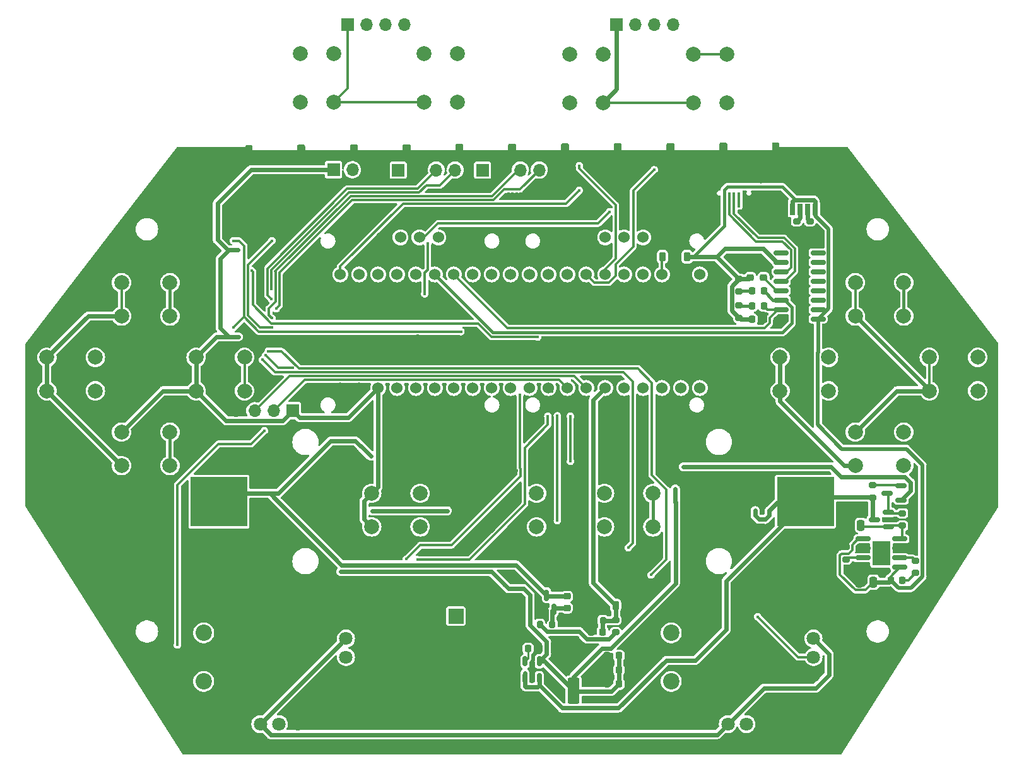
<source format=gbr>
%TF.GenerationSoftware,KiCad,Pcbnew,7.0.2*%
%TF.CreationDate,2023-05-23T12:29:28+08:00*%
%TF.ProjectId,remote_controller,72656d6f-7465-45f6-936f-6e74726f6c6c,rev?*%
%TF.SameCoordinates,PX715d7c0PY5feca40*%
%TF.FileFunction,Copper,L2,Bot*%
%TF.FilePolarity,Positive*%
%FSLAX46Y46*%
G04 Gerber Fmt 4.6, Leading zero omitted, Abs format (unit mm)*
G04 Created by KiCad (PCBNEW 7.0.2) date 2023-05-23 12:29:28*
%MOMM*%
%LPD*%
G01*
G04 APERTURE LIST*
G04 Aperture macros list*
%AMRoundRect*
0 Rectangle with rounded corners*
0 $1 Rounding radius*
0 $2 $3 $4 $5 $6 $7 $8 $9 X,Y pos of 4 corners*
0 Add a 4 corners polygon primitive as box body*
4,1,4,$2,$3,$4,$5,$6,$7,$8,$9,$2,$3,0*
0 Add four circle primitives for the rounded corners*
1,1,$1+$1,$2,$3*
1,1,$1+$1,$4,$5*
1,1,$1+$1,$6,$7*
1,1,$1+$1,$8,$9*
0 Add four rect primitives between the rounded corners*
20,1,$1+$1,$2,$3,$4,$5,0*
20,1,$1+$1,$4,$5,$6,$7,0*
20,1,$1+$1,$6,$7,$8,$9,0*
20,1,$1+$1,$8,$9,$2,$3,0*%
G04 Aperture macros list end*
%TA.AperFunction,ComponentPad*%
%ADD10O,1.700000X1.700000*%
%TD*%
%TA.AperFunction,ComponentPad*%
%ADD11R,1.700000X1.700000*%
%TD*%
%TA.AperFunction,ComponentPad*%
%ADD12C,2.200000*%
%TD*%
%TA.AperFunction,ComponentPad*%
%ADD13C,1.800000*%
%TD*%
%TA.AperFunction,ComponentPad*%
%ADD14C,3.800000*%
%TD*%
%TA.AperFunction,ComponentPad*%
%ADD15C,2.000000*%
%TD*%
%TA.AperFunction,ComponentPad*%
%ADD16C,1.524000*%
%TD*%
%TA.AperFunction,ComponentPad*%
%ADD17R,2.000000X2.000000*%
%TD*%
%TA.AperFunction,SMDPad,CuDef*%
%ADD18RoundRect,0.218750X0.218750X0.256250X-0.218750X0.256250X-0.218750X-0.256250X0.218750X-0.256250X0*%
%TD*%
%TA.AperFunction,SMDPad,CuDef*%
%ADD19R,0.400000X2.000000*%
%TD*%
%TA.AperFunction,ComponentPad*%
%ADD20O,0.800000X1.700000*%
%TD*%
%TA.AperFunction,SMDPad,CuDef*%
%ADD21RoundRect,0.225000X-0.225000X-0.250000X0.225000X-0.250000X0.225000X0.250000X-0.225000X0.250000X0*%
%TD*%
%TA.AperFunction,SMDPad,CuDef*%
%ADD22RoundRect,0.150000X-0.825000X-0.150000X0.825000X-0.150000X0.825000X0.150000X-0.825000X0.150000X0*%
%TD*%
%TA.AperFunction,SMDPad,CuDef*%
%ADD23RoundRect,0.200000X-0.275000X0.200000X-0.275000X-0.200000X0.275000X-0.200000X0.275000X0.200000X0*%
%TD*%
%TA.AperFunction,SMDPad,CuDef*%
%ADD24RoundRect,0.200000X0.275000X-0.200000X0.275000X0.200000X-0.275000X0.200000X-0.275000X-0.200000X0*%
%TD*%
%TA.AperFunction,SMDPad,CuDef*%
%ADD25RoundRect,0.150000X0.587500X0.150000X-0.587500X0.150000X-0.587500X-0.150000X0.587500X-0.150000X0*%
%TD*%
%TA.AperFunction,SMDPad,CuDef*%
%ADD26RoundRect,0.250000X0.550000X-1.500000X0.550000X1.500000X-0.550000X1.500000X-0.550000X-1.500000X0*%
%TD*%
%TA.AperFunction,SMDPad,CuDef*%
%ADD27RoundRect,0.225000X0.225000X0.250000X-0.225000X0.250000X-0.225000X-0.250000X0.225000X-0.250000X0*%
%TD*%
%TA.AperFunction,SMDPad,CuDef*%
%ADD28RoundRect,0.225000X-0.225000X-0.375000X0.225000X-0.375000X0.225000X0.375000X-0.225000X0.375000X0*%
%TD*%
%TA.AperFunction,SMDPad,CuDef*%
%ADD29RoundRect,0.225000X0.250000X-0.225000X0.250000X0.225000X-0.250000X0.225000X-0.250000X-0.225000X0*%
%TD*%
%TA.AperFunction,SMDPad,CuDef*%
%ADD30RoundRect,0.150000X0.150000X-0.512500X0.150000X0.512500X-0.150000X0.512500X-0.150000X-0.512500X0*%
%TD*%
%TA.AperFunction,SMDPad,CuDef*%
%ADD31R,0.700000X1.500000*%
%TD*%
%TA.AperFunction,ComponentPad*%
%ADD32O,1.000000X1.500000*%
%TD*%
%TA.AperFunction,SMDPad,CuDef*%
%ADD33RoundRect,0.200000X-0.200000X-0.275000X0.200000X-0.275000X0.200000X0.275000X-0.200000X0.275000X0*%
%TD*%
%TA.AperFunction,SMDPad,CuDef*%
%ADD34RoundRect,0.200000X0.200000X0.275000X-0.200000X0.275000X-0.200000X-0.275000X0.200000X-0.275000X0*%
%TD*%
%TA.AperFunction,SMDPad,CuDef*%
%ADD35RoundRect,0.150000X0.150000X-0.587500X0.150000X0.587500X-0.150000X0.587500X-0.150000X-0.587500X0*%
%TD*%
%TA.AperFunction,SMDPad,CuDef*%
%ADD36RoundRect,0.225000X0.225000X0.375000X-0.225000X0.375000X-0.225000X-0.375000X0.225000X-0.375000X0*%
%TD*%
%TA.AperFunction,SMDPad,CuDef*%
%ADD37RoundRect,0.250000X0.250000X0.475000X-0.250000X0.475000X-0.250000X-0.475000X0.250000X-0.475000X0*%
%TD*%
%TA.AperFunction,SMDPad,CuDef*%
%ADD38R,7.600000X6.600000*%
%TD*%
%TA.AperFunction,SMDPad,CuDef*%
%ADD39R,2.410000X3.300000*%
%TD*%
%TA.AperFunction,ViaPad*%
%ADD40C,0.400000*%
%TD*%
%TA.AperFunction,Conductor*%
%ADD41C,0.300000*%
%TD*%
%TA.AperFunction,Conductor*%
%ADD42C,0.600000*%
%TD*%
%TA.AperFunction,Conductor*%
%ADD43C,0.500000*%
%TD*%
%TA.AperFunction,Conductor*%
%ADD44C,0.400000*%
%TD*%
%TA.AperFunction,Conductor*%
%ADD45C,0.250000*%
%TD*%
G04 APERTURE END LIST*
D10*
%TO.P,J4,4,Pin_4*%
%TO.N,Net-(J4-Pin_4)*%
X50860800Y64704595D03*
%TO.P,J4,3,Pin_3*%
%TO.N,Net-(J4-Pin_3)*%
X48320800Y64704595D03*
%TO.P,J4,2,Pin_2*%
%TO.N,/buttons/conn_gnd_L*%
X45780800Y64704595D03*
D11*
%TO.P,J4,1,Pin_1*%
%TO.N,/buttons/conn_vcc_L*%
X43240800Y64704595D03*
%TD*%
%TO.P,J5,1,Pin_1*%
%TO.N,/buttons/conn_vcc_R*%
X79308800Y64652000D03*
D10*
%TO.P,J5,2,Pin_2*%
%TO.N,/buttons/conn_gnd_R*%
X81848800Y64652000D03*
%TO.P,J5,3,Pin_3*%
%TO.N,Net-(J5-Pin_3)*%
X84388800Y64652000D03*
%TO.P,J5,4,Pin_4*%
%TO.N,Net-(J5-Pin_4)*%
X86928800Y64652000D03*
%TD*%
D11*
%TO.P,J7,1,Pin_1*%
%TO.N,VCC*%
X61315600Y45161200D03*
D10*
%TO.P,J7,2,Pin_2*%
%TO.N,GND*%
X63855600Y45161200D03*
%TO.P,J7,3,Pin_3*%
%TO.N,/buttons/D4_1*%
X66395600Y45161200D03*
%TO.P,J7,4,Pin_4*%
%TO.N,/buttons/D5_1*%
X68935600Y45161200D03*
%TD*%
D11*
%TO.P,J6,1,Pin_1*%
%TO.N,VCC*%
X50038000Y45161200D03*
D10*
%TO.P,J6,2,Pin_2*%
%TO.N,GND*%
X52578000Y45161200D03*
%TO.P,J6,3,Pin_3*%
%TO.N,/buttons/D6_1*%
X55118000Y45161200D03*
%TO.P,J6,4,Pin_4*%
%TO.N,/buttons/D7_1*%
X57658000Y45161200D03*
%TD*%
D12*
%TO.P,SW2,1,GND*%
%TO.N,GND*%
X27910060Y-16958350D03*
X27910060Y-23458350D03*
D13*
X36510060Y-29208350D03*
X43010060Y-22708350D03*
%TO.P,SW2,2,Vcc*%
%TO.N,VCC*%
X31510060Y-29208350D03*
X43010060Y-17708350D03*
%TO.P,SW2,3,VRx*%
%TO.N,/buttons/X1*%
X34010060Y-29208350D03*
%TO.P,SW2,4,VRy*%
%TO.N,/buttons/Y1*%
X43010060Y-20208350D03*
D12*
%TO.P,SW2,5,SW*%
%TO.N,/buttons/SW1*%
X23910060Y-16958350D03*
X23910060Y-23458350D03*
D14*
%TO.P,SW2,6,Shield*%
%TO.N,GND*%
X28260060Y-13458350D03*
X28260060Y-26958350D03*
X39760060Y-13458350D03*
X39760060Y-26958350D03*
%TD*%
D12*
%TO.P,SW3,1,GND*%
%TO.N,GND*%
X90648060Y-16958350D03*
X90648060Y-23458350D03*
D13*
X99248060Y-29208350D03*
X105748060Y-22708350D03*
%TO.P,SW3,2,Vcc*%
%TO.N,VCC*%
X94248060Y-29208350D03*
X105748060Y-17708350D03*
%TO.P,SW3,3,VRx*%
%TO.N,/buttons/X2*%
X96748060Y-29208350D03*
%TO.P,SW3,4,VRy*%
%TO.N,/buttons/Y2*%
X105748060Y-20208350D03*
D12*
%TO.P,SW3,5,SW*%
%TO.N,/buttons/SW2*%
X86648060Y-16958350D03*
X86648060Y-23458350D03*
D14*
%TO.P,SW3,6,Shield*%
%TO.N,GND*%
X90998060Y-13458350D03*
X90998060Y-26958350D03*
X102498060Y-13458350D03*
X102498060Y-26958350D03*
%TD*%
D11*
%TO.P,RV1,1,1*%
%TO.N,VCC*%
X41326060Y45210150D03*
D10*
%TO.P,RV1,2,2*%
%TO.N,/PB0*%
X43866060Y45210150D03*
%TO.P,RV1,3,3*%
%TO.N,GND*%
X46406060Y45210150D03*
%TD*%
D15*
%TO.P,SW10,1,1*%
%TO.N,/buttons/conn_vcc_R*%
X89599625Y54224000D03*
%TO.P,SW10,2,2*%
%TO.N,Net-(R40-Pad1)*%
X89599625Y60724000D03*
%TO.P,SW10,3,3*%
%TO.N,/buttons/conn_vcc_R*%
X94099625Y54224000D03*
%TO.P,SW10,4,4*%
%TO.N,Net-(R40-Pad1)*%
X94099625Y60724000D03*
%TD*%
D16*
%TO.P,U2,1,GND*%
%TO.N,GND*%
X75261700Y36138000D03*
%TO.P,U2,2,Vcc*%
%TO.N,VCC*%
X77801700Y36138000D03*
%TO.P,U2,3,SCL*%
%TO.N,/SC1*%
X80341700Y36138000D03*
%TO.P,U2,4,SDA*%
%TO.N,/SD1*%
X82881700Y36138000D03*
%TD*%
D15*
%TO.P,SW9,1,1*%
%TO.N,VCC*%
X22892000Y20030150D03*
%TO.P,SW9,2,2*%
%TO.N,Net-(R39-Pad1)*%
X29392000Y20030150D03*
%TO.P,SW9,3,3*%
%TO.N,VCC*%
X22892000Y15530150D03*
%TO.P,SW9,4,4*%
%TO.N,Net-(R39-Pad1)*%
X29392000Y15530150D03*
%TD*%
D17*
%TO.P,BZ1,1,-*%
%TO.N,Net-(BZ1--)*%
X57752560Y-14700850D03*
D15*
%TO.P,BZ1,2,+*%
%TO.N,GND*%
X62752560Y-14700850D03*
%TD*%
%TO.P,SW5,1,1*%
%TO.N,/buttons/conn_vcc_L*%
X36862875Y54276595D03*
%TO.P,SW5,2,2*%
%TO.N,Net-(R27-Pad1)*%
X36862875Y60776595D03*
%TO.P,SW5,3,3*%
%TO.N,/buttons/conn_vcc_L*%
X41362875Y54276595D03*
%TO.P,SW5,4,4*%
%TO.N,Net-(R27-Pad1)*%
X41362875Y60776595D03*
%TD*%
D16*
%TO.P,U1,1,GND*%
%TO.N,GND*%
X47778300Y36138000D03*
%TO.P,U1,2,Vcc*%
%TO.N,VCC*%
X50318300Y36138000D03*
%TO.P,U1,3,SCL*%
%TO.N,/SC0*%
X52858300Y36138000D03*
%TO.P,U1,4,SDA*%
%TO.N,/SD0*%
X55398300Y36138000D03*
%TD*%
D15*
%TO.P,SW7,1,1*%
%TO.N,/buttons/conn_vcc_L*%
X53448875Y54276595D03*
%TO.P,SW7,2,2*%
%TO.N,Net-(R33-Pad1)*%
X53448875Y60776595D03*
%TO.P,SW7,3,3*%
%TO.N,/buttons/conn_vcc_L*%
X57948875Y54276595D03*
%TO.P,SW7,4,4*%
%TO.N,Net-(R33-Pad1)*%
X57948875Y60776595D03*
%TD*%
%TO.P,SW1,1,1*%
%TO.N,GND*%
X62080000Y1778000D03*
%TO.P,SW1,2,2*%
%TO.N,Net-(D2-K)*%
X68580000Y1778000D03*
%TO.P,SW1,3,3*%
%TO.N,GND*%
X62080000Y-2722000D03*
%TO.P,SW1,4,4*%
%TO.N,Net-(D2-K)*%
X68580000Y-2722000D03*
%TD*%
%TO.P,SW17,1,1*%
%TO.N,VCC*%
X77701000Y1778000D03*
%TO.P,SW17,2,2*%
%TO.N,Net-(R58-Pad1)*%
X84201000Y1778000D03*
%TO.P,SW17,3,3*%
%TO.N,VCC*%
X77701000Y-2722000D03*
%TO.P,SW17,4,4*%
%TO.N,Net-(R58-Pad1)*%
X84201000Y-2722000D03*
%TD*%
%TO.P,SW13,1,1*%
%TO.N,VCC*%
X111356250Y30063150D03*
%TO.P,SW13,2,2*%
%TO.N,Net-(R51-Pad1)*%
X117856250Y30063150D03*
%TO.P,SW13,3,3*%
%TO.N,VCC*%
X111356250Y25563150D03*
%TO.P,SW13,4,4*%
%TO.N,Net-(R51-Pad1)*%
X117856250Y25563150D03*
%TD*%
%TO.P,SW12,1,1*%
%TO.N,VCC*%
X101268000Y20030150D03*
%TO.P,SW12,2,2*%
%TO.N,Net-(R46-Pad1)*%
X107768000Y20030150D03*
%TO.P,SW12,3,3*%
%TO.N,VCC*%
X101268000Y15530150D03*
%TO.P,SW12,4,4*%
%TO.N,Net-(R46-Pad1)*%
X107768000Y15530150D03*
%TD*%
%TO.P,SW8,1,1*%
%TO.N,VCC*%
X12885000Y9997150D03*
%TO.P,SW8,2,2*%
%TO.N,Net-(R35-Pad1)*%
X19385000Y9997150D03*
%TO.P,SW8,3,3*%
%TO.N,VCC*%
X12885000Y5497150D03*
%TO.P,SW8,4,4*%
%TO.N,Net-(R35-Pad1)*%
X19385000Y5497150D03*
%TD*%
%TO.P,SW14,1,1*%
%TO.N,VCC*%
X46459000Y1778000D03*
%TO.P,SW14,2,2*%
%TO.N,Net-(R53-Pad1)*%
X52959000Y1778000D03*
%TO.P,SW14,3,3*%
%TO.N,VCC*%
X46459000Y-2722000D03*
%TO.P,SW14,4,4*%
%TO.N,Net-(R53-Pad1)*%
X52959000Y-2722000D03*
%TD*%
%TO.P,SW15,1,1*%
%TO.N,VCC*%
X111356250Y9997150D03*
%TO.P,SW15,2,2*%
%TO.N,Net-(R54-Pad1)*%
X117856250Y9997150D03*
%TO.P,SW15,3,3*%
%TO.N,VCC*%
X111356250Y5497150D03*
%TO.P,SW15,4,4*%
%TO.N,unconnected-(SW15-Pad4)*%
X117856250Y5497150D03*
%TD*%
%TO.P,SW4,1,1*%
%TO.N,VCC*%
X12885000Y30063150D03*
%TO.P,SW4,2,2*%
%TO.N,Net-(R25-Pad1)*%
X19385000Y30063150D03*
%TO.P,SW4,3,3*%
%TO.N,VCC*%
X12885000Y25563150D03*
%TO.P,SW4,4,4*%
%TO.N,Net-(R25-Pad1)*%
X19385000Y25563150D03*
%TD*%
%TO.P,SW6,1,1*%
%TO.N,VCC*%
X2878000Y20030150D03*
%TO.P,SW6,2,2*%
%TO.N,Net-(R29-Pad1)*%
X9378000Y20030150D03*
%TO.P,SW6,3,3*%
%TO.N,VCC*%
X2878000Y15530150D03*
%TO.P,SW6,4,4*%
%TO.N,Net-(R29-Pad1)*%
X9378000Y15530150D03*
%TD*%
%TO.P,SW11,1,1*%
%TO.N,/buttons/conn_vcc_R*%
X73013625Y54224000D03*
%TO.P,SW11,2,2*%
%TO.N,Net-(R45-Pad1)*%
X73013625Y60724000D03*
%TO.P,SW11,3,3*%
%TO.N,/buttons/conn_vcc_R*%
X77513625Y54224000D03*
%TO.P,SW11,4,4*%
%TO.N,Net-(R45-Pad1)*%
X77513625Y60724000D03*
%TD*%
%TO.P,SW16,1,1*%
%TO.N,VCC*%
X121282000Y20030150D03*
%TO.P,SW16,2,2*%
%TO.N,Net-(R57-Pad1)*%
X127782000Y20030150D03*
%TO.P,SW16,3,3*%
%TO.N,VCC*%
X121282000Y15530150D03*
%TO.P,SW16,4,4*%
%TO.N,Net-(R57-Pad1)*%
X127782000Y15530150D03*
%TD*%
D18*
%TO.P,D7,1,K*%
%TO.N,Net-(D7-K)*%
X117682060Y-9874850D03*
%TO.P,D7,2,A*%
%TO.N,+5V*%
X116107060Y-9874850D03*
%TD*%
D19*
%TO.P,J3,1,VBUS*%
%TO.N,+5V*%
X93778660Y41171200D03*
%TO.P,J3,2,D-*%
%TO.N,/power_part/D-*%
X94428660Y41171200D03*
%TO.P,J3,3,D+*%
%TO.N,/power_part/D+*%
X95078660Y41171200D03*
%TO.P,J3,4,ID*%
%TO.N,unconnected-(J3-ID-Pad4)*%
X95728660Y41171200D03*
%TO.P,J3,5,GND*%
%TO.N,GND*%
X96378660Y41171200D03*
D20*
%TO.P,J3,6,Shield*%
X91503660Y44196000D03*
X91503660Y40746000D03*
X98653660Y44196000D03*
X98653660Y40746000D03*
%TD*%
D21*
%TO.P,C43,1*%
%TO.N,+5V*%
X97523000Y25146000D03*
%TO.P,C43,2*%
%TO.N,GND*%
X99073000Y25146000D03*
%TD*%
D22*
%TO.P,U11,1,GND*%
%TO.N,GND*%
X101411000Y25171000D03*
%TO.P,U11,2,TXD*%
%TO.N,/UART1_RX*%
X101411000Y26441000D03*
%TO.P,U11,3,RXD*%
%TO.N,/UART1_TX*%
X101411000Y27711000D03*
%TO.P,U11,4,3v3*%
%TO.N,Net-(U11-3v3)*%
X101411000Y28981000D03*
%TO.P,U11,5,UD+*%
%TO.N,/power_part/D+*%
X101411000Y30251000D03*
%TO.P,U11,6,UD-*%
%TO.N,/power_part/D-*%
X101411000Y31521000D03*
%TO.P,U11,7,Vbus*%
%TO.N,+5V*%
X101411000Y32791000D03*
%TO.P,U11,8,ACT#*%
%TO.N,unconnected-(U11-ACT#-Pad8)*%
X101411000Y34061000D03*
%TO.P,U11,9,DCD*%
%TO.N,unconnected-(U11-DCD-Pad9)*%
X106361000Y34061000D03*
%TO.P,U11,10,DTR*%
%TO.N,/usb2ttl/DTR*%
X106361000Y32791000D03*
%TO.P,U11,11,RTS*%
%TO.N,/usb2ttl/RTS*%
X106361000Y31521000D03*
%TO.P,U11,12,DSR*%
%TO.N,unconnected-(U11-DSR-Pad12)*%
X106361000Y30251000D03*
%TO.P,U11,13,CTS*%
%TO.N,unconnected-(U11-CTS-Pad13)*%
X106361000Y28981000D03*
%TO.P,U11,14,RI*%
%TO.N,unconnected-(U11-RI-Pad14)*%
X106361000Y27711000D03*
%TO.P,U11,15,VIO*%
%TO.N,+5V*%
X106361000Y26441000D03*
%TO.P,U11,16,5v*%
X106361000Y25171000D03*
%TD*%
D23*
%TO.P,R62,1*%
%TO.N,+5V*%
X95758000Y30543000D03*
%TO.P,R62,2*%
%TO.N,Net-(D9-A)*%
X95758000Y28893000D03*
%TD*%
D24*
%TO.P,R17,1*%
%TO.N,GND*%
X103492460Y36646150D03*
%TO.P,R17,2*%
%TO.N,Net-(J2-CC)*%
X103492460Y38296150D03*
%TD*%
D25*
%TO.P,Q5,1,G*%
%TO.N,Net-(Q5-G)*%
X117499560Y2759150D03*
%TO.P,Q5,2,S*%
%TO.N,-BATT*%
X117499560Y859150D03*
%TO.P,Q5,3,D*%
%TO.N,Net-(Q3-G)*%
X115624560Y1809150D03*
%TD*%
D26*
%TO.P,C13,1*%
%TO.N,+3V3*%
X73548000Y-24716000D03*
%TO.P,C13,2*%
%TO.N,GND*%
X73548000Y-19116000D03*
%TD*%
D23*
%TO.P,R24,1*%
%TO.N,GND*%
X110115060Y-5430850D03*
%TO.P,R24,2*%
%TO.N,Net-(U8-PROG)*%
X110115060Y-7080850D03*
%TD*%
D27*
%TO.P,C10,1*%
%TO.N,+3V3*%
X79617000Y-20011000D03*
%TO.P,C10,2*%
%TO.N,GND*%
X78067000Y-20011000D03*
%TD*%
D11*
%TO.P,J1,1,Pin_1*%
%TO.N,VCC*%
X35852000Y12865150D03*
D10*
%TO.P,J1,2,Pin_2*%
%TO.N,/UART2_RX*%
X33312000Y12865150D03*
%TO.P,J1,3,Pin_3*%
%TO.N,/UART2_TX*%
X30772000Y12865150D03*
%TO.P,J1,4,Pin_4*%
%TO.N,GND*%
X28232000Y12865150D03*
%TD*%
D28*
%TO.P,D1,1,K*%
%TO.N,Net-(D1-K)*%
X85472000Y33528000D03*
%TO.P,D1,2,A*%
%TO.N,+5V*%
X88772000Y33528000D03*
%TD*%
D25*
%TO.P,Q3,1,G*%
%TO.N,Net-(Q3-G)*%
X115800060Y-796850D03*
%TO.P,Q3,2,S*%
%TO.N,Net-(Q3-S)*%
X115800060Y-2696850D03*
%TO.P,Q3,3,D*%
%TO.N,+BATT*%
X113925060Y-1746850D03*
%TD*%
D24*
%TO.P,R61,1*%
%TO.N,+5V*%
X95758000Y25337000D03*
%TO.P,R61,2*%
%TO.N,Net-(D8-A)*%
X95758000Y26987000D03*
%TD*%
D29*
%TO.P,C21,1*%
%TO.N,Net-(Q4-G)*%
X72662000Y-13609500D03*
%TO.P,C21,2*%
%TO.N,-BATT*%
X72662000Y-12059500D03*
%TD*%
D24*
%TO.P,R21,1*%
%TO.N,Net-(Q3-S)*%
X117656560Y-2571850D03*
%TO.P,R21,2*%
%TO.N,Net-(Q3-G)*%
X117656560Y-921850D03*
%TD*%
D30*
%TO.P,U6,1,IN*%
%TO.N,+BATT*%
X68936000Y-23053500D03*
%TO.P,U6,2,GND*%
%TO.N,GND*%
X67986000Y-23053500D03*
%TO.P,U6,3,EN*%
%TO.N,+BATT*%
X67036000Y-23053500D03*
%TO.P,U6,4,BP*%
%TO.N,Net-(U6-BP)*%
X67036000Y-20778500D03*
%TO.P,U6,5,OUT*%
%TO.N,+3V3*%
X68936000Y-20778500D03*
%TD*%
D31*
%TO.P,J2,A1,GND*%
%TO.N,GND*%
X107223560Y39883950D03*
%TO.P,J2,A4,VBUS*%
%TO.N,+5V*%
X102953560Y39883950D03*
%TO.P,J2,A5,CC*%
%TO.N,Net-(J2-CC)*%
X103973560Y39883950D03*
%TO.P,J2,A9,VBUS*%
%TO.N,+5V*%
X105993560Y39883950D03*
%TO.P,J2,A12,GND*%
%TO.N,GND*%
X101723560Y39883950D03*
%TO.P,J2,B1,GND*%
X107223560Y39883950D03*
%TO.P,J2,B4,VBUS*%
%TO.N,+5V*%
X105993560Y39883950D03*
%TO.P,J2,B5,VCONN*%
%TO.N,Net-(J2-VCONN)*%
X104973560Y39883950D03*
%TO.P,J2,B9,VBUS*%
%TO.N,+5V*%
X102953560Y39883950D03*
%TO.P,J2,B12,GND*%
%TO.N,GND*%
X101723560Y39883950D03*
D32*
%TO.P,J2,S1,SHIELD*%
X100153560Y44573150D03*
X100153560Y40773150D03*
X108793560Y44573150D03*
X108793560Y40773150D03*
%TD*%
D27*
%TO.P,C11,1*%
%TO.N,+3V3*%
X79617000Y-21916000D03*
%TO.P,C11,2*%
%TO.N,GND*%
X78067000Y-21916000D03*
%TD*%
D29*
%TO.P,C45,1*%
%TO.N,+5V*%
X97282000Y30721000D03*
%TO.P,C45,2*%
%TO.N,GND*%
X97282000Y32271000D03*
%TD*%
D33*
%TO.P,R20,1*%
%TO.N,+BATT*%
X69043000Y-15804000D03*
%TO.P,R20,2*%
%TO.N,Net-(Q4-G)*%
X70693000Y-15804000D03*
%TD*%
D27*
%TO.P,C19,1*%
%TO.N,/power_part/Bat_volt*%
X77438000Y-16808000D03*
%TO.P,C19,2*%
%TO.N,GND*%
X75888000Y-16808000D03*
%TD*%
D34*
%TO.P,R19,1*%
%TO.N,/power_part/Bat_volt*%
X77488000Y-15296000D03*
%TO.P,R19,2*%
%TO.N,GND*%
X75838000Y-15296000D03*
%TD*%
D24*
%TO.P,R16,1*%
%TO.N,GND*%
X105270460Y36646150D03*
%TO.P,R16,2*%
%TO.N,Net-(J2-VCONN)*%
X105270460Y38296150D03*
%TD*%
D18*
%TO.P,D8,1,K*%
%TO.N,/UART1_RX*%
X99085500Y26924000D03*
%TO.P,D8,2,A*%
%TO.N,Net-(D8-A)*%
X97510500Y26924000D03*
%TD*%
D24*
%TO.P,R22,1*%
%TO.N,Net-(D7-K)*%
X119434560Y-8921850D03*
%TO.P,R22,2*%
%TO.N,Net-(U8-CHRG)*%
X119434560Y-7271850D03*
%TD*%
%TO.P,R18,1*%
%TO.N,+BATT*%
X79198000Y-16871000D03*
%TO.P,R18,2*%
%TO.N,/power_part/Bat_volt*%
X79198000Y-15221000D03*
%TD*%
D35*
%TO.P,Q4,1,G*%
%TO.N,Net-(Q4-G)*%
X70884000Y-13772000D03*
%TO.P,Q4,2,S*%
%TO.N,GND*%
X68984000Y-13772000D03*
%TO.P,Q4,3,D*%
%TO.N,-BATT*%
X69934000Y-11897000D03*
%TD*%
D36*
%TO.P,D6,1,K*%
%TO.N,/power_part/Bat_volt*%
X79183000Y-13252000D03*
%TO.P,D6,2,A*%
%TO.N,GND*%
X75883000Y-13252000D03*
%TD*%
D29*
%TO.P,C44,1*%
%TO.N,Net-(U11-3v3)*%
X99060000Y30721000D03*
%TO.P,C44,2*%
%TO.N,GND*%
X99060000Y32271000D03*
%TD*%
D21*
%TO.P,C9,1*%
%TO.N,Net-(U6-BP)*%
X67433000Y-19052000D03*
%TO.P,C9,2*%
%TO.N,GND*%
X68983000Y-19052000D03*
%TD*%
D16*
%TO.P,U4,1,VBAT*%
%TO.N,unconnected-(U4-VBAT-Pad1)*%
X90488700Y15918150D03*
%TO.P,U4,2,PC13*%
%TO.N,unconnected-(U4-PC13-Pad2)*%
X87948700Y15918150D03*
%TO.P,U4,3,PC14*%
%TO.N,unconnected-(U4-PC14-Pad3)*%
X85408700Y15918150D03*
%TO.P,U4,4,PC15*%
%TO.N,unconnected-(U4-PC15-Pad4)*%
X82868700Y15918150D03*
%TO.P,U4,5,PA0*%
%TO.N,unconnected-(U4-PA0-Pad5)*%
X80328700Y15918150D03*
%TO.P,U4,6,PA1*%
%TO.N,/power_part/Bat_volt*%
X77788700Y15918150D03*
%TO.P,U4,7,PA2*%
%TO.N,/UART2_TX*%
X75248700Y15918150D03*
%TO.P,U4,8,PA3*%
%TO.N,/UART2_RX*%
X72708700Y15918150D03*
%TO.P,U4,9,PA4*%
%TO.N,/buttons/X1_filtered*%
X70168700Y15918150D03*
%TO.P,U4,10,PA5*%
%TO.N,/buttons/Y1_filtered*%
X67628700Y15918150D03*
%TO.P,U4,11,PA6*%
%TO.N,/buttons/X2_filtered*%
X65088700Y15918150D03*
%TO.P,U4,12,PA7*%
%TO.N,/buttons/Y2_filtered*%
X62548700Y15918150D03*
%TO.P,U4,13,PB0*%
%TO.N,/PB0*%
X60008700Y15918150D03*
%TO.P,U4,14,PB1*%
%TO.N,unconnected-(U4-PB1-Pad14)*%
X57468700Y15918150D03*
%TO.P,U4,15,PB10*%
%TO.N,unconnected-(U4-PB10-Pad15)*%
X54928700Y15918150D03*
%TO.P,U4,16,PB11*%
%TO.N,unconnected-(U4-PB11-Pad16)*%
X52388700Y15918150D03*
%TO.P,U4,17,RST*%
%TO.N,/RST*%
X49848700Y15918150D03*
%TO.P,U4,18,3V3*%
%TO.N,VCC*%
X47308700Y15918150D03*
%TO.P,U4,19,GND*%
%TO.N,GND*%
X44768700Y15918150D03*
%TO.P,U4,20,GND*%
X42228700Y15918150D03*
%TO.P,U4,21,PB12*%
%TO.N,/TCA9548_reset*%
X42228700Y31158150D03*
%TO.P,U4,22,PB13*%
%TO.N,Net-(U4-PB13)*%
X44768700Y31158150D03*
%TO.P,U4,23,PB14*%
%TO.N,Net-(U4-PB14)*%
X47308700Y31158150D03*
%TO.P,U4,24,PB15*%
%TO.N,Net-(U4-PB15)*%
X49848700Y31158150D03*
%TO.P,U4,25,PA8*%
%TO.N,Net-(U4-PA8)*%
X52388700Y31158150D03*
%TO.P,U4,26,PA9*%
%TO.N,/UART1_TX*%
X54928700Y31158150D03*
%TO.P,U4,27,PA10*%
%TO.N,/UART1_RX*%
X57468700Y31158150D03*
%TO.P,U4,28,PA11*%
%TO.N,unconnected-(U4-PA11-Pad28)*%
X60008700Y31158150D03*
%TO.P,U4,29,PA12*%
%TO.N,unconnected-(U4-PA12-Pad29)*%
X62548700Y31158150D03*
%TO.P,U4,30,PA15*%
%TO.N,/~{CE}*%
X65088700Y31158150D03*
%TO.P,U4,31,PB3*%
%TO.N,/CP*%
X67628700Y31158150D03*
%TO.P,U4,32,PB4*%
%TO.N,/~{PL}*%
X70168700Y31158150D03*
%TO.P,U4,33,PB5*%
%TO.N,/Q7_1*%
X72708700Y31158150D03*
%TO.P,U4,34,PB6*%
%TO.N,/I2C1_SCL*%
X75248700Y31158150D03*
%TO.P,U4,35,PB7*%
%TO.N,/I2C1_SDA*%
X77788700Y31158150D03*
%TO.P,U4,36,PB8*%
%TO.N,/PG2*%
X80328700Y31158150D03*
%TO.P,U4,37,PB9*%
%TO.N,/PG1*%
X82868700Y31158150D03*
%TO.P,U4,38,5V*%
%TO.N,Net-(D1-K)*%
X85408700Y31158150D03*
%TO.P,U4,39,GND*%
%TO.N,GND*%
X87948700Y31158150D03*
%TO.P,U4,40,3V3*%
%TO.N,VCC*%
X90488700Y31158150D03*
%TD*%
D23*
%TO.P,R23,1*%
%TO.N,Net-(Q5-G)*%
X113672560Y2854150D03*
%TO.P,R23,2*%
%TO.N,+BATT*%
X113672560Y1204150D03*
%TD*%
D37*
%TO.P,C22,1*%
%TO.N,Net-(Q3-S)*%
X112081060Y-2508850D03*
%TO.P,C22,2*%
%TO.N,GND*%
X110181060Y-2508850D03*
%TD*%
%TO.P,C20,1*%
%TO.N,+5V*%
X113780560Y-10128850D03*
%TO.P,C20,2*%
%TO.N,GND*%
X111880560Y-10128850D03*
%TD*%
D38*
%TO.P,BT1,2,-*%
%TO.N,-BATT*%
X25961000Y673150D03*
%TO.P,BT1,1,+*%
%TO.N,+BATT*%
X104661000Y673150D03*
%TD*%
D22*
%TO.P,U8,1,Temp*%
%TO.N,GND*%
X112374060Y-8160850D03*
%TO.P,U8,2,PROG*%
%TO.N,Net-(U8-PROG)*%
X112374060Y-6890850D03*
%TO.P,U8,3,GND*%
%TO.N,GND*%
X112374060Y-5620850D03*
%TO.P,U8,4,VCC*%
%TO.N,+5V*%
X112374060Y-4350850D03*
%TO.P,U8,5,BAT*%
%TO.N,Net-(Q3-S)*%
X117324060Y-4350850D03*
%TO.P,U8,6,STDBY*%
%TO.N,GND*%
X117324060Y-5620850D03*
%TO.P,U8,7,CHRG*%
%TO.N,Net-(U8-CHRG)*%
X117324060Y-6890850D03*
%TO.P,U8,8,CE*%
%TO.N,+5V*%
X117324060Y-8160850D03*
D39*
%TO.P,U8,9*%
%TO.N,N/C*%
X114849060Y-6255850D03*
%TD*%
D18*
%TO.P,D9,1,K*%
%TO.N,/UART1_TX*%
X99085500Y28956000D03*
%TO.P,D9,2,A*%
%TO.N,Net-(D9-A)*%
X97510500Y28956000D03*
%TD*%
D27*
%TO.P,C12,1*%
%TO.N,+3V3*%
X79617000Y-23821000D03*
%TO.P,C12,2*%
%TO.N,GND*%
X78067000Y-23821000D03*
%TD*%
D40*
%TO.N,GND*%
X59097389Y10210800D03*
X55642655Y10210800D03*
X56794233Y10210800D03*
X57945811Y10210800D03*
X57370022Y10210800D03*
X58521600Y10210800D03*
X56218444Y10210800D03*
X57725789Y11633200D03*
X54271055Y11633200D03*
X55422633Y11633200D03*
X56574211Y11633200D03*
X55998422Y11633200D03*
X57150000Y11633200D03*
X54846844Y11633200D03*
X57776589Y13665200D03*
X54321855Y13665200D03*
X55473433Y13665200D03*
X56625011Y13665200D03*
X56049222Y13665200D03*
X57200800Y13665200D03*
X54897644Y13665200D03*
X62179033Y12090400D03*
X63330611Y12090400D03*
X62754822Y12090400D03*
X61603244Y12090400D03*
%TO.N,/buttons/Y2*%
X98247200Y-14782800D03*
%TO.N,/buttons/X1*%
X52625244Y-7112000D03*
%TO.N,/buttons/Y1*%
X51104800Y-7061200D03*
%TO.N,/buttons/X1*%
X70104000Y12141200D03*
%TO.N,/buttons/Y1*%
X66344800Y14986000D03*
%TO.N,GND*%
X45466000Y-22443460D03*
X45466000Y-21886688D03*
X45466000Y-23000232D03*
X45466000Y-21329916D03*
X45466000Y-19659600D03*
X45466000Y-20773144D03*
X45466000Y-20216372D03*
X45466000Y-17566660D03*
X45466000Y-17009888D03*
X45466000Y-18123432D03*
X45466000Y-16453116D03*
X45466000Y-14782800D03*
X45466000Y-15896344D03*
X45466000Y-15339572D03*
X42682140Y22606000D03*
X43238912Y22606000D03*
X42125368Y22606000D03*
X43795684Y22606000D03*
X45466000Y22606000D03*
X44352456Y22606000D03*
X44909228Y22606000D03*
X42631340Y25501600D03*
X43188112Y25501600D03*
X42074568Y25501600D03*
X43744884Y25501600D03*
X45415200Y25501600D03*
X44301656Y25501600D03*
X44858428Y25501600D03*
X42580540Y19354800D03*
X43137312Y19354800D03*
X42023768Y19354800D03*
X43694084Y19354800D03*
X45364400Y19354800D03*
X44250856Y19354800D03*
X44807628Y19354800D03*
X67368912Y21945600D03*
X67925684Y21945600D03*
X66812140Y21945600D03*
X68482456Y21945600D03*
X70152772Y21945600D03*
X69039228Y21945600D03*
X69596000Y21945600D03*
X60208140Y21031200D03*
X60764912Y21031200D03*
X59651368Y21031200D03*
X61321684Y21031200D03*
X62992000Y21031200D03*
X61878456Y21031200D03*
X62435228Y21031200D03*
X66050140Y24942800D03*
X66606912Y24942800D03*
X65493368Y24942800D03*
X67163684Y24942800D03*
X68834000Y24942800D03*
X67720456Y24942800D03*
X68277228Y24942800D03*
X81137740Y24942800D03*
X81694512Y24942800D03*
X80580968Y24942800D03*
X82251284Y24942800D03*
X83921600Y24942800D03*
X82808056Y24942800D03*
X83364828Y24942800D03*
X89265740Y24942800D03*
X89822512Y24942800D03*
X88708968Y24942800D03*
X90379284Y24942800D03*
X92049600Y24942800D03*
X90936056Y24942800D03*
X91492828Y24942800D03*
X85201740Y24892000D03*
X85758512Y24892000D03*
X84644968Y24892000D03*
X86315284Y24892000D03*
X87985600Y24892000D03*
X86872056Y24892000D03*
X87428828Y24892000D03*
X53248540Y39166800D03*
X53805312Y39166800D03*
X52691768Y39166800D03*
X54362084Y39166800D03*
X56032400Y39166800D03*
X54918856Y39166800D03*
X55475628Y39166800D03*
X65338940Y42011600D03*
X65895712Y42011600D03*
X64782168Y42011600D03*
X66452484Y42011600D03*
X68122800Y42011600D03*
X67009256Y42011600D03*
X67566028Y42011600D03*
X47304940Y43484800D03*
X47861712Y43484800D03*
X46748168Y43484800D03*
X48418484Y43484800D03*
X50088800Y43484800D03*
X48975256Y43484800D03*
X49532028Y43484800D03*
X57615312Y42367200D03*
X58172084Y42367200D03*
X57058540Y42367200D03*
X58728856Y42367200D03*
X60399172Y42367200D03*
X59285628Y42367200D03*
X59842400Y42367200D03*
X82905600Y42722800D03*
X80772000Y41249600D03*
X82905600Y41249600D03*
X82346800Y41249600D03*
X82956400Y38354000D03*
X82397600Y38354000D03*
X83769200Y38354000D03*
X83769200Y39573200D03*
X85293200Y39573200D03*
X84481400Y39573200D03*
X76962000Y43789600D03*
X77470000Y43281600D03*
X77978000Y42824400D03*
X78435200Y42367200D03*
X79095600Y42367200D03*
X79552800Y42773600D03*
X80111600Y43230800D03*
X80467200Y43789600D03*
X79857600Y43789600D03*
X79095600Y43789600D03*
X78384400Y43789600D03*
X80924400Y37592000D03*
X80365600Y37592000D03*
X80924400Y38252400D03*
X80365600Y38252400D03*
X77774800Y37896800D03*
X78232000Y37541200D03*
X78232000Y38303200D03*
X76424000Y39555500D03*
X75774000Y39555500D03*
X74295000Y39370000D03*
%TO.N,+BATT*%
X98848000Y-1726000D03*
X47198000Y-558351D03*
X70608000Y-16776000D03*
X99818000Y-546000D03*
X67048000Y-22486000D03*
X46550351Y-558351D03*
X97898000Y-546000D03*
X67038000Y-23066000D03*
X56630351Y-556000D03*
X55648000Y-558351D03*
X47798000Y-558351D03*
X69048000Y-15816000D03*
X69618000Y-16386000D03*
%TO.N,-BATT*%
X89558000Y5334000D03*
X44258000Y8824000D03*
X46358000Y6774000D03*
X45628000Y7494000D03*
X90638000Y5334000D03*
X88278000Y5334000D03*
X44993000Y8129000D03*
X91848000Y5334000D03*
%TO.N,+3V3*%
X45848000Y-8736000D03*
X66408000Y-11046000D03*
X63258000Y-9516000D03*
X44671332Y-8736000D03*
X87208000Y594000D03*
X43494666Y-8736000D03*
X42906333Y-8736000D03*
X45259665Y-8736000D03*
X65598000Y-11046000D03*
X44082999Y-8736000D03*
X42318000Y-8736000D03*
X64258000Y-10546000D03*
X87208000Y2384000D03*
X64788000Y-11026000D03*
X87218000Y-1196000D03*
X63758000Y-10016000D03*
%TO.N,/buttons/D0_1*%
X32038000Y10174000D03*
X20388000Y-18566000D03*
%TO.N,/buttons/D1_1*%
X32594444Y20860444D03*
X83928000Y-9186000D03*
%TO.N,/buttons/D3_1*%
X80887000Y-5516850D03*
X31808000Y19704000D03*
%TO.N,/buttons/D2_1*%
X32208000Y20284000D03*
X35848000Y18604000D03*
%TO.N,/PB0*%
X53578000Y28554000D03*
X53970300Y35344000D03*
%TO.N,/PG1*%
X73128000Y12124000D03*
X73128000Y6074000D03*
%TO.N,/TCA9548_reset*%
X74328000Y42434000D03*
%TO.N,VCC*%
X28518000Y34424000D03*
X27288000Y34424000D03*
X28548000Y22774000D03*
X27318000Y22774000D03*
X27903000Y34424000D03*
X27933000Y22774000D03*
%TO.N,/buttons/D4_1*%
X33055000Y25304150D03*
%TO.N,/buttons/D5_1*%
X33638000Y26554000D03*
%TO.N,/buttons/D6_1*%
X33020500Y27844150D03*
%TO.N,/buttons/D7_1*%
X33020000Y29210000D03*
%TO.N,/SC0*%
X78374000Y39555500D03*
%TO.N,/PG2*%
X71374000Y-1882000D03*
X71374000Y12192000D03*
%TO.N,GND*%
X65895720Y39894000D03*
X65900633Y4854000D03*
X106818000Y-10195468D03*
X106818000Y-11922835D03*
X97678000Y-7999679D03*
X97678000Y-8575468D03*
X87735376Y9844000D03*
X91281165Y12242800D03*
X56398000Y2667165D03*
X87418000Y38752954D03*
X88324321Y12242800D03*
X52668000Y19583096D03*
X102776954Y6444000D03*
X100008000Y-10262835D03*
X74438000Y7154000D03*
X61508000Y6644000D03*
X73868000Y7724000D03*
X90375376Y6414000D03*
X95616422Y4264000D03*
X95040633Y4264000D03*
X82608000Y4224000D03*
X100008000Y-11414413D03*
X61742211Y4834000D03*
X78078000Y-19966000D03*
X54418000Y20637640D03*
X37118000Y19404000D03*
X37118000Y42204912D03*
X106818000Y-7316523D03*
X70430633Y5824000D03*
X37118000Y31564000D03*
X106818000Y-12498624D03*
X74278000Y40894000D03*
X104538000Y-10751257D03*
X85445376Y12242800D03*
X56398000Y1515587D03*
X37118000Y41090368D03*
X85039046Y4244000D03*
X87918000Y4244000D03*
X90129587Y12242800D03*
X37118000Y27011280D03*
X37118000Y25304000D03*
X104538000Y-3266000D03*
X104538000Y-9023890D03*
X52668000Y22926728D03*
X67566036Y39894000D03*
X64045367Y4834000D03*
X106818000Y-13650202D03*
X70626422Y7714000D03*
X86250633Y6404000D03*
X58758000Y2091376D03*
X104538000Y-7872312D03*
X87418000Y37601376D03*
X58758000Y1515587D03*
X117338000Y-5636000D03*
X63235367Y6644000D03*
X52698000Y26287640D03*
X104504321Y6444000D03*
X90038532Y9844000D03*
X54428000Y29626728D03*
X81338000Y-21826000D03*
X116618000Y-5626000D03*
X83769200Y38963600D03*
X96261165Y6434000D03*
X89799587Y6414000D03*
X52779587Y6664000D03*
X56398000Y3242954D03*
X106249587Y6444000D03*
X100008000Y-8535468D03*
X66452492Y39894000D03*
X70349896Y39894000D03*
X86008000Y9844000D03*
X104538000Y-9599679D03*
X52698000Y27959456D03*
X100008000Y-9687046D03*
X87418000Y44510844D03*
X75445367Y6364000D03*
X62555088Y39894000D03*
X104538000Y-7296523D03*
X104538000Y-12478624D03*
X63111860Y39894000D03*
X106818000Y-5013367D03*
X79178000Y4224000D03*
X37118000Y28149460D03*
X87418000Y36449798D03*
X87978000Y6404000D03*
X37118000Y22764000D03*
X31888000Y32814000D03*
X104538000Y-10175468D03*
X87418000Y43359266D03*
X104538000Y-14206000D03*
X96836954Y6434000D03*
X89223798Y6414000D03*
X60590633Y4834000D03*
X64514844Y6664000D03*
X69236352Y39894000D03*
X104538000Y-13054413D03*
X54428000Y27397640D03*
X60356422Y6644000D03*
X105673798Y6444000D03*
X37118000Y30425820D03*
X68679580Y39894000D03*
X54428000Y26840368D03*
X89154844Y4244000D03*
X37118000Y43319456D03*
X55258000Y19284000D03*
X64225404Y39894000D03*
X37118000Y41647640D03*
X79789046Y6384000D03*
X68122808Y39894000D03*
X86596954Y12242800D03*
X106818000Y-3861789D03*
X37118000Y25873100D03*
X92432743Y12242800D03*
X54688000Y19864000D03*
X95685376Y6434000D03*
X100008000Y-7959679D03*
X63939046Y6664000D03*
X85943000Y35294000D03*
X100008000Y-10838624D03*
X97678000Y-10302835D03*
X86190633Y4244000D03*
X55082743Y6664000D03*
X69279046Y5824000D03*
X113118000Y-8146000D03*
X91526954Y6414000D03*
X85614844Y4244000D03*
X106818000Y-8468101D03*
X87418000Y43935055D03*
X90951165Y6414000D03*
X90614321Y9844000D03*
X62893789Y4834000D03*
X60932211Y6644000D03*
X37118000Y38861280D03*
X78078000Y-21906000D03*
X62908000Y7654000D03*
X106825376Y6444000D03*
X104538000Y-8448101D03*
X101049587Y6444000D03*
X52668000Y21254912D03*
X92102743Y6414000D03*
X93584321Y12242800D03*
X37118000Y43876728D03*
X65338948Y39894000D03*
X87748532Y12242800D03*
X37118000Y39975824D03*
X83128000Y-21876000D03*
X52203798Y6664000D03*
X52698000Y28516728D03*
X87418000Y38177165D03*
X62083789Y6644000D03*
X54428000Y28512184D03*
X56408000Y6614000D03*
X87418000Y42783477D03*
X83183789Y4224000D03*
X56398000Y2091376D03*
X58758000Y4394532D03*
X78602211Y4224000D03*
X87172743Y12242800D03*
X91856954Y12242800D03*
X52668000Y22369456D03*
X52698000Y26844912D03*
X112388000Y-8166000D03*
X65666422Y6664000D03*
X104538000Y-11902835D03*
X61998316Y39894000D03*
X79729046Y4224000D03*
X63668632Y39894000D03*
X54418000Y22866728D03*
X93008532Y12242800D03*
X78026422Y4224000D03*
X62318000Y4834000D03*
X65324844Y4854000D03*
X64782176Y39894000D03*
X106818000Y-6740734D03*
X74443789Y4204000D03*
X54506954Y6664000D03*
X87418000Y37025587D03*
X97678000Y-10878624D03*
X85674844Y6404000D03*
X100473798Y6444000D03*
X94464844Y4264000D03*
X37118000Y22204000D03*
X58758000Y3242954D03*
X113108000Y-5646000D03*
X87418000Y39904532D03*
X87418000Y45086633D03*
X104538000Y-6720734D03*
X104538000Y-13630202D03*
X73538000Y-19186000D03*
X104538000Y-4993367D03*
X89553798Y12242800D03*
X97678000Y-12030202D03*
X88978000Y12242800D03*
X53931165Y6664000D03*
X56398000Y4394532D03*
X37118000Y28718550D03*
X106818000Y-6164945D03*
X87418000Y41056110D03*
X73292211Y4204000D03*
X87418000Y42207688D03*
X86826422Y6404000D03*
X97678000Y-11454413D03*
X72158000Y5824000D03*
X83243789Y6384000D03*
X52698000Y29631272D03*
X117998000Y-5626000D03*
X62659578Y6644000D03*
X52668000Y20697640D03*
X52698000Y27402184D03*
X97678000Y-9151257D03*
X93254321Y6414000D03*
X58758000Y2667165D03*
X60014844Y4834000D03*
X95109587Y6434000D03*
X60328000Y39894000D03*
X82092211Y6384000D03*
X90306422Y4244000D03*
X67009264Y39894000D03*
X101625376Y6444000D03*
X100008000Y-11990202D03*
X88579046Y4244000D03*
X86021165Y12242800D03*
X73868000Y4204000D03*
X99898000Y6444000D03*
X106818000Y-3286000D03*
X58758000Y3818743D03*
X74928000Y6714000D03*
X87418000Y41631899D03*
X69474844Y7714000D03*
X37118000Y42762184D03*
X103352743Y6444000D03*
X37118000Y39418552D03*
X93958000Y6434000D03*
X104538000Y-11327046D03*
X84928000Y35294000D03*
X104538000Y-5569156D03*
X97678000Y-9727046D03*
X87342211Y4244000D03*
X87418000Y35874000D03*
X96138000Y31734000D03*
X106818000Y-9043890D03*
X106818000Y-13074413D03*
X58758000Y939798D03*
X96192211Y4264000D03*
X77450633Y4224000D03*
X71463456Y39894000D03*
X87418000Y46238211D03*
X89730633Y4244000D03*
X54418000Y22309456D03*
X87402211Y6404000D03*
X96768000Y4264000D03*
X70906668Y39894000D03*
X112358000Y-5616000D03*
X54428000Y26283096D03*
X70050633Y7714000D03*
X37118000Y30994910D03*
X87418000Y39328743D03*
X92033789Y4244000D03*
X37118000Y20524000D03*
X52668000Y21812184D03*
X59439046Y4834000D03*
X56398000Y3818743D03*
X37118000Y21644000D03*
X77876422Y6384000D03*
X101398000Y25154000D03*
X104538000Y-6144945D03*
X72716422Y4204000D03*
X85099046Y6404000D03*
X97678000Y-12606000D03*
X106818000Y-7892312D03*
X84869587Y12242800D03*
X75019578Y4204000D03*
X106818000Y-5589156D03*
X77728000Y43794000D03*
X55658532Y6664000D03*
X107401165Y6444000D03*
X73548000Y-20406000D03*
X65090633Y6664000D03*
X37118000Y21084000D03*
X73548000Y-17876000D03*
X78068000Y-23846000D03*
X86583798Y9844000D03*
X106818000Y-4437578D03*
X87418000Y40480321D03*
X80940633Y6384000D03*
X37118000Y26442190D03*
X86958000Y35294000D03*
X87418000Y45662422D03*
X106818000Y-11347046D03*
X80304844Y4224000D03*
X53355376Y6664000D03*
X61441544Y39894000D03*
X37118000Y38304000D03*
X69854844Y5824000D03*
X37118000Y29856730D03*
X77300633Y6384000D03*
X100008000Y-12566000D03*
X94533798Y6434000D03*
X64338000Y-8946000D03*
X52698000Y29074000D03*
X86766422Y4244000D03*
X58758000Y364000D03*
X106818000Y-9619679D03*
X92678532Y6414000D03*
X37118000Y40533096D03*
X87418000Y46814000D03*
X91458000Y4244000D03*
X90705376Y12242800D03*
X79028000Y6384000D03*
X56398000Y939798D03*
X61166422Y4834000D03*
X111668000Y-5616000D03*
X104388000Y32714000D03*
X87159587Y9844000D03*
X88886954Y9844000D03*
X64749046Y4854000D03*
X82668000Y6384000D03*
X37118000Y29287640D03*
X54428000Y29069456D03*
X78452211Y6384000D03*
X31508000Y43304000D03*
X106818000Y-10771257D03*
X104538000Y-4417578D03*
X52698000Y25730368D03*
X89462743Y9844000D03*
X106818000Y-14226000D03*
X111658000Y-8146000D03*
X90882211Y4244000D03*
X56398000Y364000D03*
X37118000Y44434000D03*
X80364844Y6384000D03*
X52668000Y20140368D03*
X63469578Y4834000D03*
X103928532Y6444000D03*
X100008000Y-9111257D03*
X75898000Y-16836000D03*
X54428000Y25725824D03*
X88311165Y9844000D03*
X37118000Y19964000D03*
X51628000Y6664000D03*
X37118000Y27580370D03*
X60884772Y39894000D03*
X99378000Y25884000D03*
X54428000Y27954912D03*
X54418000Y21752184D03*
X105098000Y6444000D03*
X104538000Y-3841789D03*
X88648000Y6414000D03*
X102201165Y6444000D03*
X72353789Y7714000D03*
X69793124Y39894000D03*
X54418000Y21194912D03*
%TO.N,/I2C1_SDA*%
X74333000Y45744000D03*
%TO.N,/I2C1_SCL*%
X84368000Y45214000D03*
%TO.N,/~{CE}*%
X27905000Y35687000D03*
X58428000Y23484150D03*
X27905000Y24034150D03*
%TO.N,/CP*%
X33055000Y24034150D03*
X33068000Y35684000D03*
%TO.N,/Q7_1*%
X68718000Y22768500D03*
X30387500Y31645702D03*
%TD*%
D41*
%TO.N,/buttons/conn_vcc_L*%
X53448875Y54276595D02*
X41362875Y54276595D01*
X43240800Y56154520D02*
X43240800Y64704595D01*
X41362875Y54276595D02*
X43240800Y56154520D01*
%TO.N,/buttons/conn_vcc_R*%
X77513625Y54224000D02*
X89599625Y54224000D01*
D42*
X79308800Y56019175D02*
X77513625Y54224000D01*
X79308800Y64652000D02*
X79308800Y56019175D01*
D41*
%TO.N,/buttons/D7_1*%
X55626000Y43129200D02*
X57658000Y45161200D01*
X53793106Y43129200D02*
X55626000Y43129200D01*
X43434000Y42164000D02*
X52827906Y42164000D01*
X33020000Y31750000D02*
X43434000Y42164000D01*
X52827906Y42164000D02*
X53793106Y43129200D01*
X33020000Y29210000D02*
X33020000Y31750000D01*
%TO.N,/buttons/D6_1*%
X52620800Y42664000D02*
X55118000Y45161200D01*
X32468000Y31960000D02*
X43172000Y42664000D01*
X43172000Y42664000D02*
X52620800Y42664000D01*
X32468000Y28396650D02*
X32468000Y31960000D01*
X33020500Y27844150D02*
X32468000Y28396650D01*
%TO.N,/buttons/D5_1*%
X66336000Y42561600D02*
X68935600Y45161200D01*
X64202400Y42561600D02*
X66336000Y42561600D01*
X62796800Y41156000D02*
X64202400Y42561600D01*
X60096400Y41156000D02*
X62796800Y41156000D01*
%TO.N,/buttons/D4_1*%
X66094894Y45161200D02*
X66395600Y45161200D01*
X62589694Y41656000D02*
X66094894Y45161200D01*
X33520000Y31542894D02*
X43633106Y41656000D01*
X33570000Y31492894D02*
X33520000Y31542894D01*
X33570000Y27526000D02*
X33570000Y31492894D01*
X43633106Y41656000D02*
X62589694Y41656000D01*
X32668000Y25691150D02*
X32668000Y26624000D01*
X32668000Y26624000D02*
X33570000Y27526000D01*
X33055000Y25304150D02*
X32668000Y25691150D01*
%TO.N,/buttons/D5_1*%
X60096400Y41156000D02*
X60262410Y41156000D01*
X43840212Y41156000D02*
X60096400Y41156000D01*
%TO.N,/buttons/Y1*%
X66450633Y4068233D02*
X57200800Y-5181600D01*
X57200800Y-5181600D02*
X52984400Y-5181600D01*
X66450633Y5081818D02*
X66450633Y4068233D01*
X52984400Y-5181600D02*
X51104800Y-7061200D01*
X66344800Y5187651D02*
X66450633Y5081818D01*
X66344800Y14986000D02*
X66344800Y5187651D01*
%TO.N,/buttons/Y2*%
X103672750Y-20208350D02*
X105748060Y-20208350D01*
X98247200Y-14782800D02*
X103672750Y-20208350D01*
D42*
%TO.N,VCC*%
X107848400Y-22587909D02*
X107848400Y-19808690D01*
X107848400Y-19808690D02*
X105748060Y-17708350D01*
X106052309Y-24384000D02*
X107848400Y-22587909D01*
X99072410Y-24384000D02*
X106052309Y-24384000D01*
X94248060Y-29208350D02*
X99072410Y-24384000D01*
D41*
%TO.N,/buttons/X1*%
X59599189Y-7112000D02*
X52625244Y-7112000D01*
X67016700Y7885500D02*
X67016700Y305511D01*
X70104000Y10972800D02*
X67016700Y7885500D01*
X67016700Y305511D02*
X59599189Y-7112000D01*
X70104000Y12141200D02*
X70104000Y10972800D01*
D42*
%TO.N,+BATT*%
X68936000Y-23985239D02*
X71996761Y-27046000D01*
X71996761Y-27046000D02*
X79583200Y-27046000D01*
X79583200Y-27046000D02*
X85953600Y-20675600D01*
X94028000Y-9959850D02*
X104661000Y673150D01*
X89865200Y-20675600D02*
X94028000Y-16512800D01*
X85953600Y-20675600D02*
X89865200Y-20675600D01*
X94028000Y-16512800D02*
X94028000Y-9959850D01*
X56628000Y-558351D02*
X56628000Y-556000D01*
X55648000Y-558351D02*
X56628000Y-558351D01*
X67036000Y-24110000D02*
X67036000Y-23053500D01*
X67142000Y-24216000D02*
X67036000Y-24110000D01*
X68936000Y-23985239D02*
X68705239Y-24216000D01*
X68705239Y-24216000D02*
X67142000Y-24216000D01*
X68936000Y-23985239D02*
X68936000Y-23053500D01*
X67038000Y-22370000D02*
X67038000Y-23066000D01*
D41*
%TO.N,/Q7_1*%
X62540532Y22768500D02*
X68718000Y22768500D01*
X60724882Y24584150D02*
X62540532Y22768500D01*
X32997182Y24584150D02*
X60724882Y24584150D01*
X30387500Y31645702D02*
X30518000Y31515202D01*
X30518000Y27063332D02*
X32997182Y24584150D01*
X30518000Y31515202D02*
X30518000Y27063332D01*
D42*
%TO.N,+BATT*%
X70018000Y-16779000D02*
X69055000Y-15816000D01*
X97898000Y-1196000D02*
X97898000Y-546000D01*
X69055000Y-15816000D02*
X69048000Y-15816000D01*
X113672560Y-1494350D02*
X113925060Y-1746850D01*
X99818000Y-1146000D02*
X99238000Y-1726000D01*
X99818000Y-546000D02*
X99818000Y-1146000D01*
X105257850Y1270000D02*
X104661000Y673150D01*
X99238000Y-1726000D02*
X98848000Y-1726000D01*
X47198000Y-558351D02*
X47798000Y-558351D01*
X113606710Y1270000D02*
X105257850Y1270000D01*
X46550351Y-558351D02*
X47198000Y-558351D01*
X104661000Y673150D02*
X101037150Y673150D01*
X67038000Y-23066000D02*
X67036000Y-23053500D01*
X98848000Y-1726000D02*
X98428000Y-1726000D01*
X69048000Y-15809000D02*
X69043000Y-15804000D01*
X75325660Y-17783000D02*
X74321660Y-16779000D01*
X74321660Y-16779000D02*
X70018000Y-16779000D01*
X98428000Y-1726000D02*
X97898000Y-1196000D01*
X78286000Y-17783000D02*
X75325660Y-17783000D01*
X47798000Y-558351D02*
X55648000Y-558351D01*
X101037150Y673150D02*
X99818000Y-546000D01*
X113672560Y1204150D02*
X113672560Y-1494350D01*
X79198000Y-16871000D02*
X78286000Y-17783000D01*
X113672560Y1204150D02*
X113606710Y1270000D01*
X69048000Y-15816000D02*
X69048000Y-15809000D01*
%TO.N,-BATT*%
X70096500Y-12059500D02*
X69934000Y-11897000D01*
X33928000Y1794000D02*
X27081850Y1794000D01*
X44953000Y8129000D02*
X44258000Y8824000D01*
X118737060Y2096650D02*
X118737060Y3259150D01*
X108090150Y5344000D02*
X88298000Y5344000D01*
X46358000Y6774000D02*
X46348000Y6774000D01*
X27081850Y1794000D02*
X25961000Y673150D01*
X44993000Y8129000D02*
X44953000Y8129000D01*
X72662000Y-12059500D02*
X70096500Y-12059500D01*
X45628000Y7494000D02*
X44993000Y8129000D01*
X69934000Y-11897000D02*
X65873000Y-7836000D01*
X109437000Y3997150D02*
X108090150Y5344000D01*
X42408000Y-7836000D02*
X32778000Y1794000D01*
X65873000Y-7836000D02*
X42408000Y-7836000D01*
X46348000Y6774000D02*
X45628000Y7494000D01*
X118737060Y3259150D02*
X117999060Y3997150D01*
X40958000Y8824000D02*
X33928000Y1794000D01*
X44258000Y8824000D02*
X40958000Y8824000D01*
X117999060Y3997150D02*
X109437000Y3997150D01*
X117499560Y859150D02*
X118737060Y2096650D01*
%TO.N,+3V3*%
X69610500Y-20778500D02*
X73548000Y-24716000D01*
X77358000Y-19036000D02*
X73548000Y-22846000D01*
X87208000Y594000D02*
X87208000Y2384000D01*
X87218000Y-1196000D02*
X87218000Y584000D01*
X66868000Y-11036000D02*
X64788000Y-11036000D01*
X87218000Y-10315949D02*
X78497949Y-19036000D01*
X73628000Y-24796000D02*
X78642000Y-24796000D01*
X67678000Y-11846000D02*
X66868000Y-11036000D01*
X73548000Y-24716000D02*
X73628000Y-24796000D01*
X62498000Y-8736000D02*
X64788000Y-11026000D01*
X68936000Y-20778500D02*
X69610500Y-20778500D01*
X78497949Y-19036000D02*
X77358000Y-19036000D01*
X67678000Y-15903949D02*
X67678000Y-12716000D01*
X68936000Y-20778500D02*
X69933000Y-19781500D01*
X67678000Y-12716000D02*
X67678000Y-11846000D01*
X78642000Y-24796000D02*
X79617000Y-23821000D01*
X79617000Y-23821000D02*
X79617000Y-21916000D01*
X87218000Y584000D02*
X87208000Y594000D01*
X42318000Y-8736000D02*
X62498000Y-8736000D01*
X79617000Y-21916000D02*
X79617000Y-20011000D01*
X69933000Y-18158949D02*
X67678000Y-15903949D01*
X87218000Y-1196000D02*
X87218000Y-10315949D01*
X69933000Y-19781500D02*
X69933000Y-18158949D01*
X73548000Y-22846000D02*
X73548000Y-24716000D01*
%TO.N,/power_part/Bat_volt*%
X76201000Y14330450D02*
X76201000Y-10270000D01*
X77438000Y-15346000D02*
X77488000Y-15296000D01*
X77438000Y-16808000D02*
X77438000Y-15346000D01*
X76201000Y-10270000D02*
X79183000Y-13252000D01*
X79198000Y-15221000D02*
X79198000Y-13267000D01*
X79123000Y-15296000D02*
X79198000Y-15221000D01*
X77488000Y-15296000D02*
X79123000Y-15296000D01*
X77788700Y15918150D02*
X76201000Y14330450D01*
X79198000Y-13267000D02*
X79183000Y-13252000D01*
%TO.N,+5V*%
X98983762Y34594000D02*
X100786762Y32791000D01*
X102953560Y40963950D02*
X102953560Y39883950D01*
X97104000Y30543000D02*
X97282000Y30721000D01*
D43*
X106318000Y10984000D02*
X109558000Y7744000D01*
X107786000Y26596000D02*
X107786000Y37248000D01*
D42*
X105823560Y41133950D02*
X103378000Y41133950D01*
D44*
X89666035Y33528000D02*
X93778660Y37640625D01*
D43*
X120359560Y5592440D02*
X120359560Y-9391089D01*
X107786000Y37248000D02*
X105993560Y39040440D01*
D44*
X101585950Y42926000D02*
X103378000Y41133950D01*
D42*
X94783000Y26312000D02*
X94783000Y29568000D01*
X105993560Y39883950D02*
X105993560Y40963950D01*
D43*
X109558000Y7744000D02*
X118208000Y7744000D01*
X106361000Y25171000D02*
X106361000Y20673760D01*
D42*
X105993560Y40963950D02*
X105823560Y41133950D01*
D41*
X110940060Y-5858667D02*
X110467877Y-6330850D01*
D42*
X92773000Y33528000D02*
X93839000Y34594000D01*
D41*
X110940060Y-5137940D02*
X110940060Y-5858667D01*
D43*
X118208000Y7744000D02*
X120359560Y5592440D01*
D42*
X100786762Y32791000D02*
X101411000Y32791000D01*
D43*
X106318000Y20630760D02*
X106318000Y10984000D01*
D41*
X112374060Y-4350850D02*
X111727150Y-4350850D01*
D42*
X92773000Y33528000D02*
X88772000Y33528000D01*
D43*
X106361000Y25171000D02*
X107786000Y26596000D01*
D41*
X112705560Y-11203850D02*
X113780560Y-10128850D01*
D43*
X118828649Y-10922000D02*
X117154210Y-10922000D01*
D44*
X88772000Y33528000D02*
X89666035Y33528000D01*
D41*
X111727150Y-4350850D02*
X110940060Y-5137940D01*
D43*
X106361000Y20673760D02*
X106318000Y20630760D01*
D42*
X115853060Y-10128850D02*
X116107060Y-9874850D01*
X95758000Y25337000D02*
X94783000Y26312000D01*
X94783000Y29568000D02*
X95758000Y30543000D01*
X113780560Y-10128850D02*
X115853060Y-10128850D01*
D41*
X109290060Y-6533940D02*
X109290060Y-9111878D01*
X116107060Y-9377850D02*
X117324060Y-8160850D01*
D43*
X105993560Y39040440D02*
X105993560Y39883950D01*
D42*
X97523000Y25146000D02*
X95949000Y25146000D01*
D43*
X120359560Y-9391089D02*
X118828649Y-10922000D01*
D42*
X95949000Y25146000D02*
X95758000Y25337000D01*
X92773000Y33528000D02*
X95758000Y30543000D01*
D41*
X109493150Y-6330850D02*
X109290060Y-6533940D01*
D42*
X95758000Y30543000D02*
X97104000Y30543000D01*
D43*
X117154210Y-10922000D02*
X116107060Y-9874850D01*
D44*
X93778660Y37640625D02*
X93778660Y41171200D01*
X93778660Y41171200D02*
X93778660Y42521200D01*
D41*
X116107060Y-9874850D02*
X116107060Y-9377850D01*
D44*
X93778660Y42521200D02*
X94183460Y42926000D01*
D41*
X111382032Y-11203850D02*
X112705560Y-11203850D01*
D44*
X94183460Y42926000D02*
X101585950Y42926000D01*
D42*
X103378000Y41133950D02*
X103123560Y41133950D01*
X93839000Y34594000D02*
X98983762Y34594000D01*
D41*
X109290060Y-9111878D02*
X111382032Y-11203850D01*
X110467877Y-6330850D02*
X109493150Y-6330850D01*
D42*
X103123560Y41133950D02*
X102953560Y40963950D01*
D45*
%TO.N,Net-(U6-BP)*%
X67433000Y-19052000D02*
X67433000Y-20381500D01*
X67433000Y-20381500D02*
X67036000Y-20778500D01*
D41*
%TO.N,/buttons/X1_filtered*%
X70638000Y15448850D02*
X70168700Y15918150D01*
%TO.N,/buttons/D0_1*%
X30288000Y8424000D02*
X25911850Y8424000D01*
X32038000Y10174000D02*
X30288000Y8424000D01*
X20388000Y2900150D02*
X20388000Y-18566000D01*
X25911850Y8424000D02*
X20388000Y2900150D01*
%TO.N,/buttons/D1_1*%
X84078000Y4194000D02*
X85978000Y2294000D01*
X36699668Y18530150D02*
X82181850Y18530150D01*
X82181850Y18530150D02*
X84078000Y16634000D01*
X34369374Y20860444D02*
X36699668Y18530150D01*
X85978000Y-7136000D02*
X83928000Y-9186000D01*
X85978000Y2294000D02*
X85978000Y-7136000D01*
X32594444Y20860444D02*
X34369374Y20860444D01*
X84078000Y16634000D02*
X84078000Y4194000D01*
%TO.N,/buttons/D3_1*%
X33481850Y18030150D02*
X31808000Y19704000D01*
X80191850Y18030150D02*
X33481850Y18030150D01*
X81498000Y-4905850D02*
X81498000Y16724000D01*
X81498000Y16724000D02*
X80191850Y18030150D01*
X80887000Y-5516850D02*
X81498000Y-4905850D01*
%TO.N,/buttons/D2_1*%
X33888000Y18604000D02*
X32208000Y20284000D01*
X35848000Y18604000D02*
X33888000Y18604000D01*
%TO.N,Net-(Q3-S)*%
X112269060Y-2696850D02*
X112081060Y-2508850D01*
X117656560Y-2571850D02*
X117656560Y-4018350D01*
X117656560Y-2571850D02*
X115925060Y-2571850D01*
X115800060Y-2696850D02*
X112269060Y-2696850D01*
X115925060Y-2571850D02*
X115800060Y-2696850D01*
X117656560Y-4018350D02*
X117324060Y-4350850D01*
%TO.N,Net-(U11-3v3)*%
X100800000Y28981000D02*
X101411000Y28981000D01*
X99060000Y30721000D02*
X100800000Y28981000D01*
%TO.N,/PB0*%
X53970300Y31772356D02*
X53578000Y31380056D01*
X53970300Y35344000D02*
X53970300Y31772356D01*
X53578000Y31380056D02*
X53578000Y28554000D01*
%TO.N,/PG1*%
X73128000Y12124000D02*
X73128000Y6094000D01*
%TO.N,Net-(D1-K)*%
X85408700Y33464700D02*
X85472000Y33528000D01*
X85408700Y31158150D02*
X85408700Y33464700D01*
%TO.N,/UART1_RX*%
X101411000Y26441000D02*
X100998893Y26441000D01*
X64658850Y23968000D02*
X57468700Y31158150D01*
X100998893Y26441000D02*
X99873000Y25315107D01*
X99568500Y26441000D02*
X99085500Y26924000D01*
X101411000Y26441000D02*
X99568500Y26441000D01*
X99192000Y23968000D02*
X64658850Y23968000D01*
X99873000Y25315107D02*
X99873000Y24649000D01*
X99873000Y24649000D02*
X99192000Y23968000D01*
D44*
%TO.N,Net-(D9-A)*%
X95821000Y28956000D02*
X95758000Y28893000D01*
X97510500Y28956000D02*
X95821000Y28956000D01*
%TO.N,/UART1_TX*%
X100330500Y27711000D02*
X101411000Y27711000D01*
X101600000Y23368000D02*
X62718850Y23368000D01*
X102870000Y26734817D02*
X102870000Y24638000D01*
X102870000Y24638000D02*
X101600000Y23368000D01*
X101893817Y27711000D02*
X102870000Y26734817D01*
X99085500Y28956000D02*
X100330500Y27711000D01*
X101411000Y27711000D02*
X101893817Y27711000D01*
X62718850Y23368000D02*
X54928700Y31158150D01*
D41*
%TO.N,Net-(D7-K)*%
X117682060Y-9874850D02*
X118481560Y-9874850D01*
X118481560Y-9874850D02*
X119434560Y-8921850D01*
D42*
%TO.N,Net-(J2-CC)*%
X103973560Y39883950D02*
X103973560Y38777250D01*
X103973560Y38777250D02*
X103492460Y38296150D01*
D44*
%TO.N,Net-(D8-A)*%
X97510500Y26924000D02*
X95821000Y26924000D01*
X95821000Y26924000D02*
X95758000Y26987000D01*
D42*
%TO.N,Net-(J2-VCONN)*%
X104973560Y39883950D02*
X104973560Y38593050D01*
X104973560Y38593050D02*
X105270460Y38296150D01*
D41*
%TO.N,/TCA9548_reset*%
X42228700Y31158150D02*
X42228700Y32235780D01*
X50648920Y40656000D02*
X72550000Y40656000D01*
X72550000Y40656000D02*
X74328000Y42434000D01*
X42228700Y32235780D02*
X50648920Y40656000D01*
%TO.N,/power_part/D-*%
X101600000Y35560000D02*
X102736000Y34424000D01*
X102736000Y32124000D02*
X102133000Y31521000D01*
X102736000Y34424000D02*
X102736000Y32124000D01*
X98044000Y35560000D02*
X101600000Y35560000D01*
X102133000Y31521000D02*
X101411000Y31521000D01*
X94428660Y41427150D02*
X94428660Y39175340D01*
X94428660Y39175340D02*
X98044000Y35560000D01*
%TO.N,/power_part/D+*%
X101807106Y36060000D02*
X103236000Y34631106D01*
X101879000Y30251000D02*
X101411000Y30251000D01*
X95078660Y41427150D02*
X95078660Y39287340D01*
X95078660Y39287340D02*
X98306000Y36060000D01*
X98306000Y36060000D02*
X101807106Y36060000D01*
X103236000Y34631106D02*
X103236000Y31608000D01*
X103236000Y31608000D02*
X101879000Y30251000D01*
D42*
%TO.N,VCC*%
X28518000Y34424000D02*
X27128000Y34424000D01*
X47308700Y2627700D02*
X46459000Y1778000D01*
X25635850Y22774000D02*
X22892000Y20030150D01*
X101268000Y20030150D02*
X101268000Y15530150D01*
X43314550Y11924000D02*
X36793150Y11924000D01*
X2878000Y20030150D02*
X2878000Y15530150D01*
X32910060Y-30608350D02*
X31510060Y-29208350D01*
D41*
X111356250Y30063150D02*
X111356250Y25563150D01*
D42*
X111356250Y25563150D02*
X121282000Y15637400D01*
X22892000Y15530150D02*
X18418000Y15530150D01*
X92848060Y-30608350D02*
X32910060Y-30608350D01*
X30254150Y45210150D02*
X41326060Y45210150D01*
X31510060Y-29208350D02*
X43010060Y-17708350D01*
X18418000Y15530150D02*
X12885000Y9997150D01*
X101268000Y14115937D02*
X109886787Y5497150D01*
X45459000Y-1722000D02*
X46459000Y-2722000D01*
X121282000Y15637400D02*
X121282000Y15530150D01*
X45459000Y778000D02*
X45459000Y-1722000D01*
X25748000Y40704000D02*
X30254150Y45210150D01*
X2878000Y15530150D02*
X12885000Y5523150D01*
X116889250Y15530150D02*
X121282000Y15530150D01*
X46459000Y1778000D02*
X45459000Y778000D01*
X27288000Y34424000D02*
X26108000Y33244000D01*
X28518000Y34424000D02*
X27903000Y34424000D01*
X27318000Y22774000D02*
X25635850Y22774000D01*
D41*
X121282000Y20030150D02*
X121282000Y15530150D01*
D42*
X2878000Y20030150D02*
X8411000Y25563150D01*
X26108000Y23984000D02*
X27318000Y22774000D01*
X109886787Y5497150D02*
X111356250Y5497150D01*
X26907000Y11515150D02*
X22892000Y15530150D01*
X8411000Y25563150D02*
X12885000Y25563150D01*
X25748000Y35804000D02*
X25748000Y40704000D01*
X22892000Y15530150D02*
X22892000Y20030150D01*
X27933000Y22774000D02*
X27318000Y22774000D01*
D41*
X12885000Y30063150D02*
X12885000Y25563150D01*
D42*
X27128000Y34424000D02*
X25748000Y35804000D01*
X47308700Y15918150D02*
X43314550Y11924000D01*
X27903000Y34424000D02*
X27288000Y34424000D01*
X47308700Y15918150D02*
X47308700Y2627700D01*
X28548000Y22774000D02*
X27933000Y22774000D01*
X101268000Y15530150D02*
X101268000Y14115937D01*
X34502000Y11515150D02*
X26907000Y11515150D01*
X12885000Y5523150D02*
X12885000Y5497150D01*
X111356250Y9997150D02*
X116889250Y15530150D01*
X35852000Y12865150D02*
X34502000Y11515150D01*
X94248060Y-29208350D02*
X92848060Y-30608350D01*
X36793150Y11924000D02*
X35852000Y12865150D01*
X26108000Y33244000D02*
X26108000Y23984000D01*
D41*
%TO.N,/UART2_RX*%
X37477000Y17030150D02*
X33312000Y12865150D01*
X71596700Y17030150D02*
X37477000Y17030150D01*
X72708700Y15918150D02*
X71596700Y17030150D01*
%TO.N,/UART2_TX*%
X30772000Y12865150D02*
X35437000Y17530150D01*
X73636700Y17530150D02*
X75248700Y15918150D01*
X35437000Y17530150D02*
X73636700Y17530150D01*
%TO.N,/buttons/D5_1*%
X34098106Y31413894D02*
X43840212Y41156000D01*
X34098106Y27004106D02*
X34098106Y31413894D01*
X33638000Y26554000D02*
X33648000Y26554000D01*
X33648000Y26554000D02*
X34098106Y27004106D01*
%TO.N,Net-(Q3-G)*%
X117656560Y-921850D02*
X115925060Y-921850D01*
X115925060Y-921850D02*
X115800060Y-796850D01*
X115800060Y-796850D02*
X115800060Y1633650D01*
X115800060Y1633650D02*
X115624560Y1809150D01*
D42*
%TO.N,Net-(Q4-G)*%
X72662000Y-13609500D02*
X71046500Y-13609500D01*
X70693000Y-15804000D02*
X70693000Y-13963000D01*
X70693000Y-13963000D02*
X70884000Y-13772000D01*
X71046500Y-13609500D02*
X70884000Y-13772000D01*
D41*
%TO.N,Net-(Q5-G)*%
X113672560Y2854150D02*
X117404560Y2854150D01*
X117404560Y2854150D02*
X117499560Y2759150D01*
%TO.N,/SC0*%
X55348000Y37984000D02*
X53502000Y36138000D01*
X78374000Y39555500D02*
X76802500Y37984000D01*
X76802500Y37984000D02*
X55348000Y37984000D01*
X53502000Y36138000D02*
X52858300Y36138000D01*
D44*
%TO.N,Net-(R25-Pad1)*%
X19385000Y30063150D02*
X19385000Y25563150D01*
%TO.N,Net-(R35-Pad1)*%
X19385000Y9997150D02*
X19385000Y5497150D01*
D41*
%TO.N,Net-(U8-CHRG)*%
X117324060Y-6890850D02*
X119053560Y-6890850D01*
X119053560Y-6890850D02*
X119434560Y-7271850D01*
%TO.N,Net-(U8-PROG)*%
X112374060Y-6890850D02*
X110305060Y-6890850D01*
X110305060Y-6890850D02*
X110115060Y-7080850D01*
%TO.N,Net-(R39-Pad1)*%
X29392000Y20030150D02*
X29392000Y15530150D01*
%TO.N,/PG2*%
X71374000Y12192000D02*
X71374000Y-1882000D01*
%TO.N,Net-(R40-Pad1)*%
X89599625Y60724000D02*
X94099625Y60724000D01*
D42*
%TO.N,GND*%
X68984000Y-13772000D02*
X69752630Y-13772000D01*
X69893000Y-13912370D02*
X69893000Y-15139051D01*
X69752630Y-13772000D02*
X69893000Y-13912370D01*
D41*
%TO.N,/I2C1_SDA*%
X77788700Y31821806D02*
X77788700Y31158150D01*
X79208000Y40474000D02*
X79208000Y33241106D01*
X74333000Y45349000D02*
X79208000Y40474000D01*
X74333000Y45744000D02*
X74333000Y45349000D01*
X79208000Y33241106D02*
X77788700Y31821806D01*
%TO.N,/I2C1_SCL*%
X79216700Y32542700D02*
X81558000Y34884000D01*
X81558000Y34884000D02*
X81558000Y42404000D01*
X81558000Y42404000D02*
X84368000Y45214000D01*
X79216700Y31013544D02*
X79216700Y32542700D01*
X76360700Y30046150D02*
X78249306Y30046150D01*
X78249306Y30046150D02*
X79216700Y31013544D01*
X75248700Y31158150D02*
X76360700Y30046150D01*
D44*
%TO.N,Net-(R51-Pad1)*%
X117856250Y25563150D02*
X117856250Y30063150D01*
%TO.N,Net-(R58-Pad1)*%
X84201000Y-2722000D02*
X84201000Y1778000D01*
D41*
%TO.N,/~{CE}*%
X58428000Y23484150D02*
X31321000Y23484150D01*
X29338000Y34974000D02*
X28625000Y35687000D01*
X28625000Y35687000D02*
X27905000Y35687000D01*
X29338000Y25467150D02*
X29338000Y34974000D01*
X31321000Y23484150D02*
X29338000Y25467150D01*
X27905000Y24034150D02*
X29338000Y25467150D01*
%TO.N,/CP*%
X31478106Y24034150D02*
X33055000Y24034150D01*
X33068000Y35684000D02*
X29838000Y32454000D01*
X29838000Y25674256D02*
X31478106Y24034150D01*
X29838000Y32454000D02*
X29838000Y25674256D01*
%TD*%
%TA.AperFunction,Conductor*%
%TO.N,GND*%
G36*
X96764706Y42405815D02*
G01*
X96810461Y42353011D01*
X96820405Y42283853D01*
X96805053Y42239499D01*
X96779012Y42194396D01*
X96773198Y42185270D01*
X96766678Y42175960D01*
X96765689Y42164652D01*
X96764277Y42153925D01*
X96751930Y42083905D01*
X96749589Y42073347D01*
X96746656Y42062404D01*
X96749588Y42051463D01*
X96751928Y42040908D01*
X96764279Y41970868D01*
X96765691Y41960140D01*
X96766679Y41948846D01*
X96773188Y41939550D01*
X96779002Y41930424D01*
X96814548Y41868855D01*
X96819542Y41859261D01*
X96824328Y41848996D01*
X96833597Y41842506D01*
X96842179Y41835921D01*
X96896680Y41790189D01*
X96904655Y41782881D01*
X96912658Y41774878D01*
X96923596Y41771947D01*
X96933912Y41768694D01*
X97000770Y41744360D01*
X97010761Y41740222D01*
X97021015Y41735441D01*
X97032298Y41736428D01*
X97043105Y41736900D01*
X97114215Y41736900D01*
X97125023Y41736428D01*
X97136300Y41735442D01*
X97146543Y41740217D01*
X97156523Y41744351D01*
X97211149Y41764233D01*
X97223414Y41768696D01*
X97233726Y41771948D01*
X97244656Y41774878D01*
X97252647Y41782867D01*
X97260609Y41790164D01*
X97315167Y41835944D01*
X97323736Y41842519D01*
X97332986Y41848997D01*
X97337762Y41859237D01*
X97342750Y41868819D01*
X97378338Y41930460D01*
X97384145Y41939574D01*
X97390635Y41948844D01*
X97391621Y41960103D01*
X97393030Y41970808D01*
X97405399Y42040955D01*
X97407737Y42051500D01*
X97410657Y42062402D01*
X97407734Y42073316D01*
X97405395Y42083869D01*
X97405389Y42083905D01*
X97393030Y42153994D01*
X97391622Y42164690D01*
X97390635Y42175962D01*
X97384133Y42185248D01*
X97378322Y42194370D01*
X97352266Y42239500D01*
X97335793Y42307400D01*
X97358645Y42373427D01*
X97413567Y42416617D01*
X97459653Y42425500D01*
X101327274Y42425500D01*
X101394313Y42405815D01*
X101414955Y42389181D01*
X102402163Y41401973D01*
X102435648Y41340650D01*
X102430664Y41270958D01*
X102429043Y41266840D01*
X102368516Y41120713D01*
X102347877Y40963951D01*
X102351999Y40932642D01*
X102353059Y40916460D01*
X102353059Y40836737D01*
X102342494Y40786652D01*
X102305975Y40703943D01*
X102303471Y40682365D01*
X102303471Y40682358D01*
X102303060Y40678815D01*
X102303060Y40675242D01*
X102303060Y40675241D01*
X102303060Y39092665D01*
X102303060Y39092648D01*
X102303061Y39089086D01*
X102305975Y39063959D01*
X102342679Y38980831D01*
X102351355Y38961183D01*
X102430792Y38881746D01*
X102430793Y38881746D01*
X102430795Y38881744D01*
X102533569Y38836365D01*
X102558695Y38833450D01*
X102630492Y38833451D01*
X102697530Y38813767D01*
X102743286Y38760964D01*
X102753230Y38691806D01*
X102746674Y38666118D01*
X102723369Y38603636D01*
X102717314Y38547317D01*
X102716960Y38544023D01*
X102716960Y38540702D01*
X102716960Y38540701D01*
X102716960Y38051590D01*
X102716960Y38051572D01*
X102716961Y38048278D01*
X102717313Y38044998D01*
X102717314Y38044991D01*
X102718997Y38029339D01*
X102723369Y37988667D01*
X102773664Y37853819D01*
X102859914Y37738604D01*
X102975129Y37652354D01*
X103109977Y37602059D01*
X103169587Y37595650D01*
X103815332Y37595651D01*
X103874943Y37602059D01*
X104009791Y37652354D01*
X104125006Y37738604D01*
X104211256Y37853819D01*
X104261551Y37988667D01*
X104261550Y37988667D01*
X104265278Y37998659D01*
X104307149Y38054593D01*
X104372614Y38079010D01*
X104440887Y38064158D01*
X104490292Y38014753D01*
X104497642Y37998659D01*
X104501369Y37988667D01*
X104551664Y37853819D01*
X104637914Y37738604D01*
X104753129Y37652354D01*
X104887977Y37602059D01*
X104947587Y37595650D01*
X105593332Y37595651D01*
X105652943Y37602059D01*
X105787791Y37652354D01*
X105903006Y37738604D01*
X105989256Y37853819D01*
X106033859Y37973407D01*
X106075731Y38029339D01*
X106141195Y38053756D01*
X106209468Y38038904D01*
X106237722Y38017753D01*
X107199181Y37056294D01*
X107232666Y36994971D01*
X107235500Y36968613D01*
X107235500Y34785500D01*
X107215815Y34718461D01*
X107163011Y34672706D01*
X107111500Y34661500D01*
X105481734Y34661500D01*
X105478861Y34661231D01*
X105478848Y34661230D01*
X105451303Y34658647D01*
X105323115Y34613793D01*
X105213849Y34533151D01*
X105133207Y34423885D01*
X105088353Y34295697D01*
X105085770Y34268152D01*
X105085769Y34268139D01*
X105085500Y34265266D01*
X105085500Y33856734D01*
X105085769Y33853861D01*
X105085770Y33853849D01*
X105088353Y33826304D01*
X105133207Y33698116D01*
X105213848Y33588851D01*
X105299320Y33525770D01*
X105341570Y33470123D01*
X105347029Y33400467D01*
X105313962Y33338917D01*
X105299320Y33326230D01*
X105213848Y33263150D01*
X105133207Y33153885D01*
X105088353Y33025697D01*
X105085770Y32998152D01*
X105085769Y32998139D01*
X105085500Y32995266D01*
X105085500Y32586734D01*
X105085769Y32583861D01*
X105085770Y32583849D01*
X105088353Y32556304D01*
X105133207Y32428116D01*
X105213848Y32318851D01*
X105299320Y32255770D01*
X105341570Y32200123D01*
X105347029Y32130467D01*
X105313962Y32068917D01*
X105299320Y32056230D01*
X105213848Y31993150D01*
X105133207Y31883885D01*
X105088353Y31755697D01*
X105085770Y31728152D01*
X105085769Y31728139D01*
X105085500Y31725266D01*
X105085500Y31316734D01*
X105085769Y31313861D01*
X105085770Y31313849D01*
X105088353Y31286304D01*
X105133207Y31158116D01*
X105213848Y31048851D01*
X105299320Y30985770D01*
X105341570Y30930123D01*
X105347029Y30860467D01*
X105313962Y30798917D01*
X105299320Y30786230D01*
X105213848Y30723150D01*
X105133207Y30613885D01*
X105088353Y30485697D01*
X105085770Y30458152D01*
X105085769Y30458139D01*
X105085500Y30455266D01*
X105085500Y30046734D01*
X105085769Y30043861D01*
X105085770Y30043849D01*
X105088353Y30016304D01*
X105133207Y29888116D01*
X105213848Y29778851D01*
X105299320Y29715770D01*
X105341570Y29660123D01*
X105347029Y29590467D01*
X105313962Y29528917D01*
X105299320Y29516230D01*
X105213848Y29453150D01*
X105133207Y29343885D01*
X105088353Y29215697D01*
X105085770Y29188152D01*
X105085769Y29188139D01*
X105085500Y29185266D01*
X105085500Y28776734D01*
X105085769Y28773861D01*
X105085770Y28773849D01*
X105088353Y28746304D01*
X105133207Y28618116D01*
X105213848Y28508851D01*
X105299320Y28445770D01*
X105341570Y28390123D01*
X105347029Y28320467D01*
X105313962Y28258917D01*
X105299320Y28246230D01*
X105213848Y28183150D01*
X105133207Y28073885D01*
X105088353Y27945697D01*
X105085770Y27918152D01*
X105085769Y27918139D01*
X105085500Y27915266D01*
X105085500Y27506734D01*
X105085769Y27503861D01*
X105085770Y27503849D01*
X105088353Y27476304D01*
X105133207Y27348116D01*
X105213848Y27238851D01*
X105299320Y27175770D01*
X105341570Y27120123D01*
X105347029Y27050467D01*
X105313962Y26988917D01*
X105299320Y26976230D01*
X105213848Y26913150D01*
X105133207Y26803885D01*
X105088353Y26675697D01*
X105085770Y26648152D01*
X105085769Y26648139D01*
X105085500Y26645266D01*
X105085500Y26236734D01*
X105085769Y26233861D01*
X105085770Y26233849D01*
X105088353Y26206304D01*
X105133207Y26078116D01*
X105213848Y25968851D01*
X105299320Y25905770D01*
X105341570Y25850123D01*
X105347029Y25780467D01*
X105313962Y25718917D01*
X105299320Y25706230D01*
X105213848Y25643150D01*
X105133207Y25533885D01*
X105088353Y25405697D01*
X105085770Y25378152D01*
X105085769Y25378139D01*
X105085500Y25375266D01*
X105085500Y24966734D01*
X105085769Y24963861D01*
X105085770Y24963849D01*
X105088353Y24936304D01*
X105133207Y24808116D01*
X105213849Y24698850D01*
X105323115Y24618208D01*
X105323118Y24618207D01*
X105451301Y24573354D01*
X105481734Y24570500D01*
X105686500Y24570500D01*
X105753539Y24550815D01*
X105799294Y24498011D01*
X105810500Y24446500D01*
X105810499Y20876935D01*
X105805900Y20843476D01*
X105797242Y20812579D01*
X105793197Y20800553D01*
X105778123Y20762326D01*
X105776288Y20744475D01*
X105772342Y20723712D01*
X105767499Y20706427D01*
X105767499Y20665341D01*
X105766849Y20652664D01*
X105762647Y20611791D01*
X105765697Y20594106D01*
X105767500Y20573036D01*
X105767500Y10995524D01*
X105767428Y10991291D01*
X105765237Y10927174D01*
X105774963Y10887267D01*
X105777334Y10874793D01*
X105782930Y10834078D01*
X105790079Y10817620D01*
X105796819Y10797579D01*
X105801066Y10780149D01*
X105805975Y10771419D01*
X105821672Y10703335D01*
X105798069Y10637573D01*
X105742659Y10595011D01*
X105673034Y10589163D01*
X105611300Y10621886D01*
X105610207Y10622966D01*
X101973974Y14259199D01*
X101940489Y14320522D01*
X101945473Y14390214D01*
X101987345Y14446147D01*
X101990505Y14448437D01*
X102107139Y14530103D01*
X102268047Y14691011D01*
X102398568Y14877416D01*
X102494739Y15083654D01*
X102553635Y15303458D01*
X102573468Y15530150D01*
X102553635Y15756842D01*
X102494739Y15976646D01*
X102398568Y16182884D01*
X102379512Y16210100D01*
X102268046Y16369291D01*
X102107140Y16530197D01*
X101921377Y16660268D01*
X101877752Y16714844D01*
X101868500Y16761843D01*
X101868500Y18798457D01*
X101888185Y18865496D01*
X101921377Y18900032D01*
X102032896Y18978118D01*
X102107139Y19030103D01*
X102268047Y19191011D01*
X102398568Y19377416D01*
X102494739Y19583654D01*
X102553635Y19803458D01*
X102573468Y20030150D01*
X102553635Y20256842D01*
X102494739Y20476646D01*
X102398568Y20682884D01*
X102382084Y20706427D01*
X102268046Y20869291D01*
X102107140Y21030197D01*
X101920735Y21160718D01*
X101714497Y21256889D01*
X101494689Y21315786D01*
X101267999Y21335619D01*
X101041310Y21315786D01*
X100821502Y21256889D01*
X100615264Y21160718D01*
X100428859Y21030197D01*
X100267953Y20869291D01*
X100137432Y20682886D01*
X100041261Y20476648D01*
X99982364Y20256840D01*
X99962531Y20030151D01*
X99982364Y19803461D01*
X100041261Y19583653D01*
X100137432Y19377415D01*
X100267953Y19191010D01*
X100428859Y19030104D01*
X100614623Y18900032D01*
X100658248Y18845456D01*
X100667500Y18798457D01*
X100667500Y16761843D01*
X100647815Y16694804D01*
X100614623Y16660268D01*
X100428859Y16530197D01*
X100267953Y16369291D01*
X100137432Y16182886D01*
X100041261Y15976648D01*
X99982364Y15756840D01*
X99962531Y15530150D01*
X99982364Y15303461D01*
X100041261Y15083653D01*
X100137432Y14877415D01*
X100267953Y14691010D01*
X100428859Y14530104D01*
X100614622Y14400032D01*
X100658247Y14345455D01*
X100667499Y14298458D01*
X100667500Y14163427D01*
X100666439Y14147241D01*
X100662317Y14115938D01*
X100666817Y14081759D01*
X100667500Y14076576D01*
X100673585Y14030355D01*
X100682956Y13959175D01*
X100743463Y13813097D01*
X100839716Y13687656D01*
X100864768Y13668434D01*
X100876963Y13657739D01*
X108418527Y6116175D01*
X108452011Y6054853D01*
X108447027Y5985161D01*
X108405155Y5929228D01*
X108339691Y5904811D01*
X108283394Y5913933D01*
X108266344Y5920995D01*
X108246912Y5929044D01*
X108227930Y5931543D01*
X108211900Y5933654D01*
X108090150Y5949683D01*
X108062313Y5946018D01*
X108058847Y5945561D01*
X108042663Y5944500D01*
X88258639Y5944500D01*
X88254622Y5943972D01*
X88254619Y5943971D01*
X88141237Y5929044D01*
X87995159Y5868537D01*
X87869717Y5772283D01*
X87773463Y5646841D01*
X87712956Y5500763D01*
X87692317Y5344000D01*
X87712956Y5187238D01*
X87773463Y5041160D01*
X87869717Y4915718D01*
X87962641Y4844416D01*
X87995159Y4819464D01*
X88141238Y4758956D01*
X88258639Y4743500D01*
X107790053Y4743500D01*
X107857092Y4723815D01*
X107877734Y4707181D01*
X108099584Y4485331D01*
X108133069Y4424008D01*
X108128085Y4354316D01*
X108086213Y4298383D01*
X108020749Y4273966D01*
X108011903Y4273650D01*
X100819714Y4273650D01*
X100819696Y4273650D01*
X100816136Y4273649D01*
X100812592Y4273239D01*
X100812592Y4273238D01*
X100791008Y4270735D01*
X100688232Y4225355D01*
X100608795Y4145918D01*
X100563414Y4043141D01*
X100560911Y4021565D01*
X100560911Y4021558D01*
X100560500Y4018015D01*
X100560500Y4014459D01*
X100560499Y4014441D01*
X100560499Y1097099D01*
X100540814Y1030060D01*
X100524180Y1009418D01*
X99426965Y-87798D01*
X99414774Y-98490D01*
X99389720Y-117715D01*
X99389717Y-117718D01*
X99389718Y-117718D01*
X99346641Y-173857D01*
X99327192Y-199204D01*
X99293463Y-243159D01*
X99232956Y-389237D01*
X99212317Y-545999D01*
X99216439Y-577301D01*
X99217500Y-593487D01*
X99217500Y-845902D01*
X99197815Y-912941D01*
X99181185Y-933578D01*
X99025582Y-1089182D01*
X98964261Y-1122666D01*
X98937903Y-1125500D01*
X98728097Y-1125500D01*
X98661058Y-1105815D01*
X98640416Y-1089181D01*
X98534819Y-983584D01*
X98501334Y-922261D01*
X98498500Y-895903D01*
X98498500Y-510692D01*
X98498500Y-510691D01*
X98498500Y-506639D01*
X98483044Y-389238D01*
X98422536Y-243159D01*
X98405802Y-221351D01*
X98326282Y-117717D01*
X98200840Y-21463D01*
X98054762Y39044D01*
X97898000Y59683D01*
X97741237Y39044D01*
X97595159Y-21463D01*
X97469717Y-117717D01*
X97373463Y-243159D01*
X97312956Y-389237D01*
X97307068Y-433965D01*
X97297500Y-506639D01*
X97297500Y-510692D01*
X97297500Y-1148511D01*
X97296439Y-1164696D01*
X97292317Y-1195999D01*
X97297500Y-1235360D01*
X97312956Y-1352762D01*
X97373463Y-1498840D01*
X97469716Y-1624281D01*
X97474033Y-1627593D01*
X97491410Y-1640927D01*
X97494768Y-1643503D01*
X97506964Y-1654199D01*
X97969799Y-2117034D01*
X97980494Y-2129229D01*
X97999717Y-2154282D01*
X98091488Y-2224699D01*
X98091489Y-2224700D01*
X98125159Y-2250536D01*
X98271238Y-2311044D01*
X98394632Y-2327289D01*
X98427999Y-2331682D01*
X98427999Y-2331681D01*
X98428000Y-2331682D01*
X98459302Y-2327560D01*
X98475487Y-2326500D01*
X98808639Y-2326500D01*
X99190513Y-2326500D01*
X99206697Y-2327560D01*
X99238000Y-2331682D01*
X99394762Y-2311044D01*
X99540841Y-2250536D01*
X99557676Y-2237618D01*
X99574512Y-2224700D01*
X99632506Y-2180199D01*
X99666282Y-2154282D01*
X99685509Y-2129223D01*
X99696190Y-2117043D01*
X100209043Y-1604190D01*
X100221223Y-1593509D01*
X100246282Y-1574282D01*
X100338123Y-1454591D01*
X100394552Y-1413388D01*
X100464298Y-1409233D01*
X100525218Y-1443445D01*
X100557971Y-1505162D01*
X100560500Y-1530077D01*
X100560500Y-2526752D01*
X100540815Y-2593791D01*
X100524181Y-2614433D01*
X94751844Y-8386769D01*
X94690521Y-8420254D01*
X94620829Y-8415270D01*
X94564896Y-8373398D01*
X94540479Y-8307934D01*
X94555331Y-8239661D01*
X94556751Y-8237131D01*
X94642568Y-8088493D01*
X94738420Y-7844266D01*
X94796802Y-7588480D01*
X94816408Y-7326850D01*
X94796802Y-7065220D01*
X94738420Y-6809434D01*
X94642568Y-6565207D01*
X94511386Y-6337993D01*
X94347805Y-6132869D01*
X94347066Y-6132183D01*
X94155485Y-5954421D01*
X94116071Y-5927549D01*
X93938704Y-5806622D01*
X93702323Y-5692787D01*
X93451615Y-5615454D01*
X93192182Y-5576350D01*
X92929818Y-5576350D01*
X92670385Y-5615454D01*
X92419677Y-5692787D01*
X92183296Y-5806622D01*
X92181778Y-5807657D01*
X91966514Y-5954421D01*
X91774198Y-6132865D01*
X91610613Y-6337993D01*
X91479431Y-6565208D01*
X91383580Y-6809431D01*
X91325197Y-7065222D01*
X91305591Y-7326850D01*
X91325197Y-7588477D01*
X91383580Y-7844268D01*
X91479431Y-8088491D01*
X91610613Y-8315706D01*
X91647709Y-8362223D01*
X91774195Y-8520831D01*
X91774197Y-8520833D01*
X91774198Y-8520834D01*
X91966514Y-8699278D01*
X91966520Y-8699282D01*
X91966521Y-8699283D01*
X92183296Y-8847078D01*
X92419677Y-8960913D01*
X92670385Y-9038246D01*
X92929818Y-9077350D01*
X93192182Y-9077350D01*
X93451615Y-9038246D01*
X93702323Y-8960913D01*
X93938704Y-8847078D01*
X93954934Y-8836012D01*
X94021411Y-8814511D01*
X94088961Y-8832363D01*
X94136136Y-8883902D01*
X94147959Y-8952765D01*
X94120675Y-9017087D01*
X94112467Y-9026146D01*
X93636965Y-9501648D01*
X93624773Y-9512341D01*
X93599717Y-9531567D01*
X93530059Y-9622350D01*
X93503463Y-9657009D01*
X93442956Y-9803087D01*
X93422317Y-9959849D01*
X93426439Y-9991151D01*
X93427500Y-10007337D01*
X93427500Y-16212703D01*
X93407815Y-16279742D01*
X93391181Y-16300384D01*
X89652784Y-20038781D01*
X89591461Y-20072266D01*
X89565103Y-20075100D01*
X86001087Y-20075100D01*
X85984902Y-20074039D01*
X85980976Y-20073522D01*
X85953599Y-20069917D01*
X85918341Y-20074559D01*
X85914239Y-20075100D01*
X85858592Y-20082426D01*
X85796837Y-20090556D01*
X85650759Y-20151063D01*
X85525316Y-20247318D01*
X85506094Y-20272370D01*
X85495400Y-20284564D01*
X79370784Y-26409181D01*
X79309461Y-26442666D01*
X79283103Y-26445500D01*
X74765898Y-26445500D01*
X74698859Y-26425815D01*
X74653104Y-26373011D01*
X74642782Y-26306718D01*
X74648500Y-26259102D01*
X74648500Y-25520500D01*
X74668185Y-25453461D01*
X74720989Y-25407706D01*
X74772500Y-25396500D01*
X78594513Y-25396500D01*
X78610697Y-25397560D01*
X78642000Y-25401682D01*
X78798762Y-25381044D01*
X78944841Y-25320536D01*
X79070282Y-25224282D01*
X79089509Y-25199223D01*
X79100190Y-25187043D01*
X79654415Y-24632819D01*
X79715739Y-24599334D01*
X79742097Y-24596500D01*
X79879444Y-24596500D01*
X79883144Y-24596500D01*
X79967590Y-24586359D01*
X79967593Y-24586358D01*
X80101973Y-24533365D01*
X80101973Y-24533364D01*
X80101975Y-24533364D01*
X80217078Y-24446078D01*
X80304364Y-24330975D01*
X80308100Y-24321503D01*
X80357358Y-24196593D01*
X80357358Y-24196592D01*
X80357359Y-24196590D01*
X80367500Y-24112144D01*
X80367500Y-23529856D01*
X80357359Y-23445410D01*
X80357358Y-23445408D01*
X80357358Y-23445406D01*
X80304364Y-23311026D01*
X80304364Y-23311025D01*
X80270174Y-23265939D01*
X80242696Y-23229703D01*
X80217873Y-23164391D01*
X80217500Y-23154778D01*
X80217500Y-22582220D01*
X80237185Y-22515181D01*
X80242686Y-22507307D01*
X80304364Y-22425975D01*
X80357359Y-22291590D01*
X80367500Y-22207144D01*
X80367500Y-21624856D01*
X80357359Y-21540410D01*
X80357358Y-21540408D01*
X80357358Y-21540406D01*
X80304364Y-21406026D01*
X80304364Y-21406025D01*
X80256095Y-21342373D01*
X80242696Y-21324703D01*
X80217873Y-21259391D01*
X80217500Y-21249778D01*
X80217500Y-20677220D01*
X80237185Y-20610181D01*
X80242686Y-20602307D01*
X80304364Y-20520975D01*
X80357359Y-20386590D01*
X80367500Y-20302144D01*
X80367500Y-19719856D01*
X80357359Y-19635410D01*
X80357358Y-19635408D01*
X80357358Y-19635406D01*
X80304365Y-19501026D01*
X80217078Y-19385921D01*
X80101973Y-19298634D01*
X79967593Y-19245641D01*
X79906424Y-19238295D01*
X79883144Y-19235500D01*
X79447045Y-19235500D01*
X79380006Y-19215815D01*
X79334251Y-19163011D01*
X79324307Y-19093853D01*
X79353332Y-19030297D01*
X79359364Y-19023819D01*
X81424833Y-16958350D01*
X85242759Y-16958350D01*
X85261925Y-17189649D01*
X85261925Y-17189651D01*
X85261926Y-17189655D01*
X85310002Y-17379500D01*
X85318904Y-17414653D01*
X85339939Y-17462607D01*
X85412136Y-17627199D01*
X85539081Y-17821503D01*
X85696276Y-17992263D01*
X85879434Y-18134820D01*
X86083557Y-18245286D01*
X86174480Y-18276500D01*
X86303075Y-18320647D01*
X86303077Y-18320647D01*
X86303079Y-18320648D01*
X86532011Y-18358850D01*
X86532012Y-18358850D01*
X86764108Y-18358850D01*
X86764109Y-18358850D01*
X86993041Y-18320648D01*
X87212563Y-18245286D01*
X87416686Y-18134820D01*
X87599844Y-17992263D01*
X87757039Y-17821503D01*
X87883984Y-17627199D01*
X87977217Y-17414650D01*
X88034194Y-17189655D01*
X88053360Y-16958350D01*
X88034194Y-16727045D01*
X87977217Y-16502050D01*
X87883984Y-16289501D01*
X87757039Y-16095197D01*
X87599844Y-15924437D01*
X87416686Y-15781880D01*
X87212563Y-15671414D01*
X87212559Y-15671412D01*
X87212558Y-15671412D01*
X86993044Y-15596052D01*
X86821341Y-15567400D01*
X86764109Y-15557850D01*
X86532011Y-15557850D01*
X86486224Y-15565490D01*
X86303075Y-15596052D01*
X86083561Y-15671412D01*
X86083557Y-15671413D01*
X86083557Y-15671414D01*
X85979661Y-15727640D01*
X85879432Y-15781881D01*
X85696275Y-15924437D01*
X85539080Y-16095198D01*
X85412136Y-16289500D01*
X85318904Y-16502046D01*
X85318902Y-16502050D01*
X85318903Y-16502050D01*
X85300985Y-16572808D01*
X85261925Y-16727050D01*
X85242759Y-16958350D01*
X81424833Y-16958350D01*
X83469668Y-14913515D01*
X87609043Y-10774139D01*
X87621223Y-10763458D01*
X87646282Y-10744231D01*
X87742536Y-10618790D01*
X87803044Y-10472711D01*
X87818500Y-10355310D01*
X87823682Y-10315949D01*
X87819561Y-10284645D01*
X87818500Y-10268460D01*
X87818500Y536513D01*
X87819561Y552699D01*
X87823682Y584000D01*
X87822365Y594000D01*
X87809561Y691261D01*
X87808500Y707446D01*
X87808500Y2419308D01*
X87808500Y2419309D01*
X87808500Y2423361D01*
X87793044Y2540762D01*
X87732536Y2686841D01*
X87712044Y2713547D01*
X87636282Y2812283D01*
X87510840Y2908537D01*
X87364762Y2969044D01*
X87208000Y2989683D01*
X87051237Y2969044D01*
X86905159Y2908537D01*
X86779717Y2812283D01*
X86683463Y2686841D01*
X86622956Y2540763D01*
X86620725Y2523817D01*
X86592457Y2459920D01*
X86534132Y2421450D01*
X86464267Y2420620D01*
X86405044Y2457694D01*
X86388157Y2482060D01*
X86381294Y2495045D01*
X86379215Y2499165D01*
X86351815Y2556063D01*
X86348820Y2560283D01*
X86304164Y2604939D01*
X86300946Y2608279D01*
X86257958Y2654609D01*
X86243067Y2666036D01*
X84564819Y4344284D01*
X84531334Y4405607D01*
X84528500Y4431965D01*
X84528500Y8673151D01*
X91305591Y8673151D01*
X91325197Y8411523D01*
X91383580Y8155732D01*
X91479431Y7911509D01*
X91593130Y7714575D01*
X91610614Y7684293D01*
X91774195Y7479169D01*
X91774197Y7479167D01*
X91774198Y7479166D01*
X91966514Y7300722D01*
X91966520Y7300718D01*
X91966521Y7300717D01*
X92183296Y7152922D01*
X92419677Y7039087D01*
X92670385Y6961754D01*
X92929818Y6922650D01*
X93192182Y6922650D01*
X93451615Y6961754D01*
X93702323Y7039087D01*
X93938704Y7152922D01*
X94155479Y7300717D01*
X94155482Y7300721D01*
X94155485Y7300722D01*
X94315941Y7449604D01*
X94347805Y7479169D01*
X94511386Y7684293D01*
X94642568Y7911507D01*
X94738420Y8155734D01*
X94796802Y8411520D01*
X94816408Y8673150D01*
X94815609Y8683806D01*
X94801913Y8866582D01*
X94796802Y8934780D01*
X94738420Y9190566D01*
X94714197Y9252284D01*
X94676421Y9348537D01*
X94642568Y9434793D01*
X94511386Y9662007D01*
X94347805Y9867131D01*
X94311705Y9900627D01*
X94155485Y10045579D01*
X94138170Y10057384D01*
X93938704Y10193378D01*
X93702323Y10307213D01*
X93451615Y10384546D01*
X93192182Y10423650D01*
X92929818Y10423650D01*
X92670385Y10384546D01*
X92419677Y10307213D01*
X92183296Y10193378D01*
X92175791Y10188261D01*
X91966514Y10045579D01*
X91774198Y9867135D01*
X91610613Y9662007D01*
X91479431Y9434792D01*
X91383580Y9190569D01*
X91325197Y8934778D01*
X91305591Y8673151D01*
X84528500Y8673151D01*
X84528500Y13638001D01*
X89066358Y13638001D01*
X89069782Y13603240D01*
X89066615Y13586543D01*
X89074293Y13549182D01*
X89076831Y13524221D01*
X89076831Y13492653D01*
X89082589Y13473208D01*
X89085676Y13441867D01*
X89096817Y13405140D01*
X89096982Y13386591D01*
X89112587Y13350226D01*
X89120096Y13326290D01*
X89126296Y13296122D01*
X89134738Y13280133D01*
X89142886Y13253273D01*
X89162611Y13216369D01*
X89166698Y13196742D01*
X89190142Y13163059D01*
X89202319Y13141120D01*
X89214189Y13113458D01*
X89224158Y13101224D01*
X89235790Y13079462D01*
X89264538Y13044433D01*
X89272938Y13024655D01*
X89303001Y12996077D01*
X89313405Y12984888D01*
X89315214Y12982684D01*
X89321137Y12974856D01*
X89336997Y12952069D01*
X89347311Y12943574D01*
X89360817Y12927117D01*
X89398538Y12896160D01*
X89411416Y12877253D01*
X89446820Y12855186D01*
X89459889Y12845810D01*
X89465107Y12841528D01*
X89471878Y12835546D01*
X89489704Y12818601D01*
X89499292Y12813473D01*
X89513162Y12802090D01*
X89559272Y12777444D01*
X89576548Y12760474D01*
X89615741Y12745959D01*
X89631128Y12739036D01*
X89641788Y12733338D01*
X89648924Y12729213D01*
X89666157Y12718472D01*
X89674071Y12716083D01*
X89686973Y12709186D01*
X89838535Y12663210D01*
X89845577Y12660840D01*
X89859183Y12655801D01*
X89864698Y12655274D01*
X89869134Y12653928D01*
X89875567Y12651976D01*
X89893279Y12650232D01*
X90047656Y12635028D01*
X90054256Y12634197D01*
X90060887Y12633181D01*
X90063579Y12633459D01*
X90071700Y12632659D01*
X90261247Y12651328D01*
X90262646Y12651432D01*
X90262804Y12651481D01*
X90267832Y12651976D01*
X90456427Y12709186D01*
X90514578Y12740269D01*
X90534185Y12744352D01*
X90567865Y12767789D01*
X90580231Y12775361D01*
X90630238Y12802090D01*
X90682940Y12845342D01*
X90702697Y12853733D01*
X90731273Y12883788D01*
X90742467Y12894195D01*
X90782583Y12927117D01*
X90827339Y12981653D01*
X90846241Y12994528D01*
X90868304Y13029924D01*
X90877674Y13042986D01*
X90907610Y13079462D01*
X90942030Y13143859D01*
X90958985Y13161120D01*
X90973505Y13200313D01*
X90980414Y13215669D01*
X91000514Y13253273D01*
X91057724Y13441868D01*
X91064033Y13505931D01*
X91064074Y13506032D01*
X91064171Y13507331D01*
X91077041Y13638000D01*
X91064172Y13768663D01*
X91064078Y13769926D01*
X91064033Y13770071D01*
X91062346Y13787203D01*
X91057724Y13834132D01*
X91000514Y14022727D01*
X90980428Y14060305D01*
X90973511Y14075679D01*
X90961837Y14107193D01*
X90942032Y14132138D01*
X90907610Y14196538D01*
X90907609Y14196540D01*
X90877697Y14232987D01*
X90868317Y14246063D01*
X90850349Y14274891D01*
X90827341Y14294345D01*
X90782583Y14348883D01*
X90742507Y14381773D01*
X90731301Y14392190D01*
X90707730Y14416987D01*
X90682944Y14430655D01*
X90678295Y14434470D01*
X90644107Y14462528D01*
X90630237Y14473911D01*
X90580387Y14500556D01*
X90567977Y14508157D01*
X90539858Y14527739D01*
X90514596Y14535722D01*
X90456426Y14566815D01*
X90260839Y14626146D01*
X90257546Y14628304D01*
X90250303Y14626247D01*
X90239256Y14626839D01*
X90071698Y14643342D01*
X90063573Y14642541D01*
X90061555Y14642924D01*
X90054227Y14641801D01*
X90047605Y14640968D01*
X89875565Y14624024D01*
X89864693Y14620726D01*
X89860500Y14620689D01*
X89845556Y14615154D01*
X89838487Y14612776D01*
X89686975Y14566815D01*
X89674072Y14559918D01*
X89667942Y14558642D01*
X89648918Y14546784D01*
X89641773Y14542654D01*
X89631126Y14536964D01*
X89615747Y14530045D01*
X89584233Y14518374D01*
X89559275Y14498558D01*
X89513161Y14473910D01*
X89499293Y14462528D01*
X89491712Y14459309D01*
X89471876Y14440453D01*
X89465104Y14434470D01*
X89459887Y14430189D01*
X89446821Y14420816D01*
X89417983Y14402841D01*
X89398539Y14379841D01*
X89360818Y14348884D01*
X89347311Y14332426D01*
X89338938Y14326724D01*
X89321128Y14301135D01*
X89315198Y14293296D01*
X89313415Y14291124D01*
X89303005Y14279929D01*
X89278202Y14256352D01*
X89264540Y14231572D01*
X89235790Y14196540D01*
X89224157Y14174776D01*
X89215779Y14166248D01*
X89202320Y14134883D01*
X89190144Y14112946D01*
X89170568Y14084821D01*
X89162613Y14059634D01*
X89142885Y14022726D01*
X89134738Y13995867D01*
X89127227Y13984409D01*
X89120098Y13949714D01*
X89112588Y13925777D01*
X89099452Y13895167D01*
X89096818Y13870864D01*
X89085676Y13834133D01*
X89082589Y13802793D01*
X89076831Y13788535D01*
X89076831Y13751781D01*
X89074293Y13726820D01*
X89067769Y13695077D01*
X89069782Y13672763D01*
X89066358Y13638001D01*
X84528500Y13638001D01*
X84528500Y15003840D01*
X84548185Y15070879D01*
X84600989Y15116634D01*
X84670147Y15126578D01*
X84731163Y15099694D01*
X84815550Y15030439D01*
X85000131Y14931778D01*
X85200414Y14871023D01*
X85408700Y14850509D01*
X85616986Y14871023D01*
X85817269Y14931778D01*
X86001850Y15030439D01*
X86163636Y15163214D01*
X86296411Y15325000D01*
X86395072Y15509581D01*
X86455827Y15709864D01*
X86476341Y15918150D01*
X86476341Y15918151D01*
X86881059Y15918151D01*
X86901572Y15709866D01*
X86901573Y15709864D01*
X86962328Y15509581D01*
X87060989Y15325000D01*
X87193764Y15163214D01*
X87355550Y15030439D01*
X87540131Y14931778D01*
X87740414Y14871023D01*
X87948700Y14850509D01*
X88156986Y14871023D01*
X88357269Y14931778D01*
X88541850Y15030439D01*
X88703636Y15163214D01*
X88836411Y15325000D01*
X88935072Y15509581D01*
X88995827Y15709864D01*
X89016341Y15918150D01*
X89421059Y15918150D01*
X89441572Y15709866D01*
X89441573Y15709864D01*
X89502328Y15509581D01*
X89600989Y15325000D01*
X89733764Y15163214D01*
X89895550Y15030439D01*
X90080131Y14931778D01*
X90280414Y14871023D01*
X90280417Y14871023D01*
X90287405Y14868903D01*
X90290698Y14866745D01*
X90297942Y14868801D01*
X90308981Y14868210D01*
X90488700Y14850509D01*
X90696986Y14871023D01*
X90897269Y14931778D01*
X91081850Y15030439D01*
X91243636Y15163214D01*
X91376411Y15325000D01*
X91475072Y15509581D01*
X91535827Y15709864D01*
X91556341Y15918150D01*
X91535827Y16126436D01*
X91475072Y16326719D01*
X91376411Y16511300D01*
X91243636Y16673086D01*
X91081850Y16805861D01*
X90897269Y16904522D01*
X90782700Y16939276D01*
X90696984Y16965278D01*
X90488700Y16985791D01*
X90280415Y16965278D01*
X90080128Y16904521D01*
X89895551Y16805862D01*
X89733764Y16673086D01*
X89600988Y16511299D01*
X89502329Y16326722D01*
X89441572Y16126435D01*
X89421059Y15918150D01*
X89016341Y15918150D01*
X88995827Y16126436D01*
X88935072Y16326719D01*
X88836411Y16511300D01*
X88703636Y16673086D01*
X88541850Y16805861D01*
X88357269Y16904522D01*
X88242700Y16939276D01*
X88156984Y16965278D01*
X87948700Y16985791D01*
X87740415Y16965278D01*
X87540128Y16904521D01*
X87355551Y16805862D01*
X87193764Y16673086D01*
X87060988Y16511299D01*
X86962329Y16326722D01*
X86901572Y16126435D01*
X86881059Y15918151D01*
X86476341Y15918151D01*
X86455827Y16126436D01*
X86395072Y16326719D01*
X86296411Y16511300D01*
X86163636Y16673086D01*
X86001850Y16805861D01*
X85817269Y16904522D01*
X85702700Y16939276D01*
X85616984Y16965278D01*
X85408700Y16985791D01*
X85200415Y16965278D01*
X85000128Y16904521D01*
X84815550Y16805862D01*
X84707924Y16717535D01*
X84643614Y16690222D01*
X84574746Y16702013D01*
X84523186Y16749165D01*
X84517537Y16759591D01*
X84516703Y16761323D01*
X84510841Y16779137D01*
X84508023Y16784468D01*
X84508023Y16784472D01*
X84481282Y16835067D01*
X84479220Y16839153D01*
X84467132Y16864254D01*
X84454425Y16890642D01*
X84451814Y16896064D01*
X84448818Y16900286D01*
X84404152Y16944952D01*
X84400934Y16948292D01*
X84385173Y16965278D01*
X84362055Y16990194D01*
X84362053Y16990195D01*
X84357958Y16994609D01*
X84343070Y17006034D01*
X82523218Y18825885D01*
X82513952Y18836253D01*
X82506613Y18845456D01*
X82491729Y18864120D01*
X82444458Y18896350D01*
X82440720Y18899002D01*
X82439324Y18900032D01*
X82427287Y18908917D01*
X82389885Y18936521D01*
X82385274Y18938848D01*
X82324899Y18957471D01*
X82320494Y18958920D01*
X82260873Y18979782D01*
X82255764Y18980650D01*
X82249752Y18980650D01*
X82192588Y18980650D01*
X82187951Y18980737D01*
X82124820Y18983100D01*
X82106215Y18980650D01*
X36937633Y18980650D01*
X36870594Y19000335D01*
X36849952Y19016969D01*
X34710742Y21156179D01*
X34701476Y21166547D01*
X34679253Y21194414D01*
X34631982Y21226644D01*
X34628244Y21229296D01*
X34577409Y21266815D01*
X34572798Y21269142D01*
X34512423Y21287765D01*
X34508018Y21289214D01*
X34505777Y21289998D01*
X34454073Y21308090D01*
X34454072Y21308091D01*
X34448397Y21310076D01*
X34443288Y21310944D01*
X34437276Y21310944D01*
X34380112Y21310944D01*
X34375475Y21311031D01*
X34312344Y21313394D01*
X34293739Y21310944D01*
X32854518Y21310944D01*
X32819583Y21315967D01*
X32804498Y21320397D01*
X32804497Y21320397D01*
X32666405Y21360944D01*
X32522483Y21360944D01*
X32384391Y21320397D01*
X32263314Y21242586D01*
X32169067Y21133819D01*
X32109278Y21002902D01*
X32086655Y20845549D01*
X32057630Y20781993D01*
X31998855Y20744220D01*
X31997949Y20743955D01*
X31876870Y20666142D01*
X31782623Y20557375D01*
X31722834Y20426458D01*
X31700275Y20269548D01*
X31671250Y20205992D01*
X31612473Y20168219D01*
X31597947Y20163954D01*
X31597947Y20163953D01*
X31476870Y20086142D01*
X31382623Y19977375D01*
X31322834Y19846458D01*
X31302353Y19704000D01*
X31322834Y19561543D01*
X31382623Y19430626D01*
X31476872Y19321856D01*
X31597944Y19244048D01*
X31614155Y19239288D01*
X31666905Y19207991D01*
X33140484Y17734412D01*
X33149750Y17724044D01*
X33171971Y17696180D01*
X33219200Y17663979D01*
X33222983Y17661295D01*
X33273816Y17623778D01*
X33278418Y17621455D01*
X33284175Y17619680D01*
X33284177Y17619678D01*
X33338804Y17602829D01*
X33343208Y17601380D01*
X33397150Y17582504D01*
X33397152Y17582504D01*
X33402839Y17580514D01*
X33407920Y17579650D01*
X33413948Y17579650D01*
X33471111Y17579650D01*
X33475748Y17579563D01*
X33532860Y17577426D01*
X33532860Y17577427D01*
X33538879Y17577201D01*
X33557485Y17579650D01*
X34550035Y17579650D01*
X34617074Y17559965D01*
X34662829Y17507161D01*
X34672773Y17438003D01*
X34643748Y17374447D01*
X34637716Y17367969D01*
X31259226Y13989481D01*
X31197903Y13955996D01*
X31128211Y13960980D01*
X31126792Y13961520D01*
X31110395Y13967872D01*
X31088199Y13976471D01*
X30984439Y13995867D01*
X30878610Y14015650D01*
X30665390Y14015650D01*
X30559561Y13995867D01*
X30455801Y13976471D01*
X30256982Y13899449D01*
X30075698Y13787203D01*
X29918126Y13643556D01*
X29789631Y13473403D01*
X29694595Y13282541D01*
X29636243Y13077461D01*
X29616571Y12865150D01*
X29636243Y12652840D01*
X29694595Y12447760D01*
X29770699Y12294921D01*
X29782960Y12226136D01*
X29756087Y12161641D01*
X29698611Y12121913D01*
X29659699Y12115650D01*
X27207098Y12115650D01*
X27140059Y12135335D01*
X27119417Y12151969D01*
X24183941Y15087444D01*
X24150456Y15148767D01*
X24151846Y15207217D01*
X24177635Y15303458D01*
X24197468Y15530150D01*
X24197468Y15530151D01*
X28086531Y15530151D01*
X28106364Y15303461D01*
X28165261Y15083653D01*
X28261432Y14877415D01*
X28391953Y14691010D01*
X28552859Y14530104D01*
X28739264Y14399583D01*
X28739265Y14399583D01*
X28739266Y14399582D01*
X28945504Y14303411D01*
X29165308Y14244515D01*
X29392000Y14224682D01*
X29618692Y14244515D01*
X29838496Y14303411D01*
X30044734Y14399582D01*
X30231139Y14530103D01*
X30392047Y14691011D01*
X30522568Y14877416D01*
X30618739Y15083654D01*
X30677635Y15303458D01*
X30697468Y15530150D01*
X30677635Y15756842D01*
X30618739Y15976646D01*
X30522568Y16182884D01*
X30503512Y16210100D01*
X30392046Y16369291D01*
X30231140Y16530197D01*
X30044736Y16660717D01*
X29914094Y16721637D01*
X29861656Y16767810D01*
X29842500Y16834019D01*
X29842500Y18726282D01*
X29862185Y18793321D01*
X29914096Y18838664D01*
X30044733Y18899581D01*
X30231139Y19030103D01*
X30392046Y19191010D01*
X30401743Y19204858D01*
X30522568Y19377416D01*
X30618739Y19583654D01*
X30677635Y19803458D01*
X30697468Y20030150D01*
X30677635Y20256842D01*
X30618739Y20476646D01*
X30522568Y20682884D01*
X30506084Y20706427D01*
X30392046Y20869291D01*
X30231140Y21030197D01*
X30044735Y21160718D01*
X29838497Y21256889D01*
X29618689Y21315786D01*
X29392000Y21335619D01*
X29165310Y21315786D01*
X28945502Y21256889D01*
X28739264Y21160718D01*
X28552859Y21030197D01*
X28391953Y20869291D01*
X28261432Y20682886D01*
X28165261Y20476648D01*
X28106364Y20256840D01*
X28086531Y20030150D01*
X28106364Y19803461D01*
X28165261Y19583653D01*
X28261432Y19377415D01*
X28391953Y19191010D01*
X28552860Y19030103D01*
X28739266Y18899581D01*
X28869904Y18838664D01*
X28922344Y18792492D01*
X28941500Y18726282D01*
X28941500Y16834019D01*
X28921815Y16766980D01*
X28869906Y16721637D01*
X28739263Y16660717D01*
X28552859Y16530197D01*
X28391953Y16369291D01*
X28261432Y16182886D01*
X28165261Y15976648D01*
X28106364Y15756840D01*
X28086531Y15530151D01*
X24197468Y15530151D01*
X24177635Y15756842D01*
X24118739Y15976646D01*
X24022568Y16182884D01*
X24003512Y16210100D01*
X23892046Y16369291D01*
X23731140Y16530197D01*
X23545377Y16660268D01*
X23501752Y16714844D01*
X23492500Y16761843D01*
X23492500Y18798457D01*
X23512185Y18865496D01*
X23545377Y18900032D01*
X23656896Y18978118D01*
X23731139Y19030103D01*
X23892047Y19191011D01*
X24022568Y19377416D01*
X24118739Y19583654D01*
X24177635Y19803458D01*
X24197468Y20030150D01*
X24177635Y20256842D01*
X24151847Y20353084D01*
X24153510Y20422933D01*
X24183939Y20472856D01*
X25848265Y22137181D01*
X25909589Y22170666D01*
X25935947Y22173500D01*
X27270513Y22173500D01*
X27286697Y22172440D01*
X27318000Y22168318D01*
X27349302Y22172440D01*
X27365487Y22173500D01*
X28583308Y22173500D01*
X28587361Y22173500D01*
X28704762Y22188956D01*
X28850841Y22249464D01*
X28976282Y22345718D01*
X29072536Y22471159D01*
X29133044Y22617238D01*
X29153682Y22774000D01*
X29133044Y22930762D01*
X29072536Y23076841D01*
X29040962Y23117989D01*
X28976282Y23202283D01*
X28850840Y23298537D01*
X28704762Y23359044D01*
X28591380Y23373971D01*
X28591378Y23373972D01*
X28587361Y23374500D01*
X28583308Y23374500D01*
X28226624Y23374500D01*
X28159585Y23394185D01*
X28113830Y23446989D01*
X28103886Y23516147D01*
X28132911Y23579703D01*
X28159585Y23602816D01*
X28236128Y23652007D01*
X28330377Y23760777D01*
X28372902Y23853895D01*
X28398010Y23890058D01*
X29250318Y24742367D01*
X29311641Y24775851D01*
X29381333Y24770867D01*
X29425680Y24742366D01*
X30979634Y23188412D01*
X30988900Y23178044D01*
X31011121Y23150180D01*
X31058336Y23117989D01*
X31062117Y23115307D01*
X31112968Y23077778D01*
X31117576Y23075452D01*
X31123326Y23073679D01*
X31123327Y23073678D01*
X31178001Y23056814D01*
X31182337Y23055387D01*
X31236300Y23036504D01*
X31236302Y23036504D01*
X31241989Y23034514D01*
X31247070Y23033650D01*
X31253098Y23033650D01*
X31310261Y23033650D01*
X31314898Y23033563D01*
X31372010Y23031426D01*
X31372010Y23031427D01*
X31378029Y23031201D01*
X31396635Y23033650D01*
X58167926Y23033650D01*
X58202861Y23028627D01*
X58217945Y23024198D01*
X58217947Y23024197D01*
X58356039Y22983650D01*
X58499961Y22983650D01*
X58638053Y23024197D01*
X58759128Y23102007D01*
X58853377Y23210777D01*
X58913165Y23341693D01*
X58933647Y23484150D01*
X58913165Y23626607D01*
X58901564Y23652009D01*
X58853376Y23757525D01*
X58759129Y23866293D01*
X58698379Y23905334D01*
X58652624Y23958138D01*
X58642680Y24027297D01*
X58671705Y24090852D01*
X58730483Y24128627D01*
X58765418Y24133650D01*
X60486916Y24133650D01*
X60553955Y24113965D01*
X60574597Y24097331D01*
X62199162Y22472767D01*
X62208428Y22462399D01*
X62230652Y22434531D01*
X62277896Y22402320D01*
X62281673Y22399640D01*
X62299670Y22386357D01*
X62332505Y22362124D01*
X62337100Y22359805D01*
X62342857Y22358030D01*
X62342859Y22358028D01*
X62367883Y22350310D01*
X62397512Y22341170D01*
X62401903Y22339726D01*
X62455833Y22320854D01*
X62455835Y22320854D01*
X62461522Y22318864D01*
X62466603Y22318000D01*
X62472630Y22318000D01*
X62529778Y22318000D01*
X62534415Y22317914D01*
X62591542Y22315775D01*
X62591542Y22315776D01*
X62597558Y22315550D01*
X62616170Y22318000D01*
X68457926Y22318000D01*
X68492861Y22312977D01*
X68507945Y22308548D01*
X68507947Y22308547D01*
X68646039Y22268000D01*
X68789961Y22268000D01*
X68928053Y22308547D01*
X69049128Y22386357D01*
X69143377Y22495127D01*
X69203165Y22626043D01*
X69222589Y22761147D01*
X69251615Y22824703D01*
X69310393Y22862477D01*
X69345328Y22867500D01*
X101532856Y22867500D01*
X101559214Y22864666D01*
X101563926Y22863641D01*
X101563926Y22863642D01*
X101563927Y22863641D01*
X101613461Y22867185D01*
X101622308Y22867500D01*
X101635797Y22867500D01*
X101635799Y22867500D01*
X101649159Y22869422D01*
X101657951Y22870367D01*
X101707483Y22873909D01*
X101712001Y22875595D01*
X101737681Y22882149D01*
X101742457Y22882835D01*
X101787637Y22903470D01*
X101795791Y22906847D01*
X101842331Y22924204D01*
X101846189Y22927093D01*
X101868997Y22940625D01*
X101873373Y22942623D01*
X101910906Y22975147D01*
X101917782Y22980687D01*
X101928593Y22988779D01*
X101938155Y22998342D01*
X101944603Y23004346D01*
X101982143Y23036872D01*
X101984751Y23040931D01*
X102001382Y23061570D01*
X103176430Y24236618D01*
X103197069Y24253249D01*
X103201128Y24255857D01*
X103233654Y24293397D01*
X103239658Y24299845D01*
X103249221Y24309407D01*
X103257313Y24320218D01*
X103262853Y24327094D01*
X103295377Y24364627D01*
X103297375Y24369003D01*
X103310907Y24391810D01*
X103310920Y24391828D01*
X103313796Y24395669D01*
X103331153Y24442209D01*
X103334534Y24450370D01*
X103336566Y24454819D01*
X103355165Y24495543D01*
X103355851Y24500319D01*
X103362405Y24525999D01*
X103364091Y24530517D01*
X103367633Y24580049D01*
X103368580Y24588853D01*
X103370500Y24602203D01*
X103370500Y24615692D01*
X103370816Y24624539D01*
X103374359Y24674074D01*
X103373334Y24678785D01*
X103370500Y24705143D01*
X103370500Y26667674D01*
X103373334Y26694033D01*
X103373376Y26694227D01*
X103374359Y26698744D01*
X103370816Y26748279D01*
X103370500Y26757126D01*
X103370500Y26770615D01*
X103369630Y26776665D01*
X103368578Y26783980D01*
X103367633Y26792771D01*
X103367164Y26799331D01*
X103364091Y26842300D01*
X103362405Y26846819D01*
X103355851Y26872501D01*
X103355165Y26877274D01*
X103334536Y26922445D01*
X103331148Y26930625D01*
X103313797Y26977146D01*
X103310906Y26981008D01*
X103297377Y27003810D01*
X103295377Y27008190D01*
X103295375Y27008192D01*
X103295375Y27008193D01*
X103262852Y27045727D01*
X103257298Y27052619D01*
X103249219Y27063411D01*
X103239683Y27072947D01*
X103233665Y27079409D01*
X103201128Y27116960D01*
X103201127Y27116961D01*
X103201125Y27116963D01*
X103197066Y27119571D01*
X103176428Y27136203D01*
X102722819Y27589812D01*
X102689334Y27651135D01*
X102686500Y27677493D01*
X102686500Y27912374D01*
X102686500Y27912375D01*
X102686500Y27915266D01*
X102683646Y27945699D01*
X102638793Y28073882D01*
X102638792Y28073885D01*
X102558152Y28183149D01*
X102477211Y28242885D01*
X102472679Y28246230D01*
X102430429Y28301877D01*
X102424970Y28371533D01*
X102458037Y28433082D01*
X102472679Y28445770D01*
X102558150Y28508850D01*
X102558150Y28508852D01*
X102558152Y28508852D01*
X102638792Y28618116D01*
X102653132Y28659098D01*
X102683646Y28746301D01*
X102686500Y28776734D01*
X102686500Y29185266D01*
X102683646Y29215699D01*
X102638793Y29343882D01*
X102638792Y29343885D01*
X102558152Y29453149D01*
X102487116Y29505575D01*
X102472679Y29516230D01*
X102430429Y29571877D01*
X102424970Y29641533D01*
X102458037Y29703082D01*
X102472679Y29715770D01*
X102558150Y29778850D01*
X102558150Y29778852D01*
X102558152Y29778852D01*
X102638792Y29888116D01*
X102646898Y29911282D01*
X102683646Y30016301D01*
X102686500Y30046734D01*
X102686500Y30370037D01*
X102706185Y30437075D01*
X102722815Y30457713D01*
X103531744Y31266643D01*
X103542093Y31275891D01*
X103569970Y31298121D01*
X103602191Y31345382D01*
X103604859Y31349141D01*
X103638793Y31395118D01*
X103638794Y31395123D01*
X103642381Y31399982D01*
X103644692Y31404559D01*
X103646470Y31410325D01*
X103646472Y31410327D01*
X103663330Y31464986D01*
X103664775Y31469374D01*
X103665519Y31471500D01*
X103683646Y31523301D01*
X103683646Y31523305D01*
X103685637Y31528994D01*
X103686499Y31534068D01*
X103686499Y31540096D01*
X103686500Y31540098D01*
X103686500Y31597246D01*
X103686587Y31601884D01*
X103688950Y31665026D01*
X103686500Y31683639D01*
X103686500Y34598845D01*
X103687280Y34612729D01*
X103691270Y34648140D01*
X103691270Y34648141D01*
X103680635Y34704345D01*
X103679864Y34708886D01*
X103678421Y34718461D01*
X103671348Y34765393D01*
X103671347Y34765395D01*
X103670448Y34771362D01*
X103668842Y34776245D01*
X103656656Y34799300D01*
X103639296Y34832145D01*
X103637241Y34836214D01*
X103612425Y34887748D01*
X103612423Y34887750D01*
X103609807Y34893183D01*
X103606827Y34897383D01*
X103562165Y34942044D01*
X103558946Y34945385D01*
X103549447Y34955623D01*
X103520055Y34987300D01*
X103520053Y34987301D01*
X103515958Y34991715D01*
X103501067Y35003142D01*
X102148474Y36355735D01*
X102139208Y36366103D01*
X102128252Y36379841D01*
X102116985Y36393970D01*
X102069714Y36426200D01*
X102065976Y36428852D01*
X102064164Y36430189D01*
X102024709Y36459309D01*
X102015141Y36466371D01*
X102010530Y36468698D01*
X101950155Y36487321D01*
X101945750Y36488770D01*
X101886129Y36509632D01*
X101881020Y36510500D01*
X101875008Y36510500D01*
X101817844Y36510500D01*
X101813207Y36510587D01*
X101750076Y36512950D01*
X101731471Y36510500D01*
X98543966Y36510500D01*
X98476927Y36530185D01*
X98456285Y36546819D01*
X95565479Y39437625D01*
X95531994Y39498948D01*
X95529160Y39525306D01*
X95529160Y39746701D01*
X95548845Y39813740D01*
X95601649Y39859495D01*
X95653160Y39870701D01*
X95969946Y39870701D01*
X95973524Y39870701D01*
X95998651Y39873615D01*
X96101425Y39918994D01*
X96180866Y39998435D01*
X96226245Y40101209D01*
X96229160Y40126335D01*
X96229159Y42216064D01*
X96226245Y42241191D01*
X96223174Y42248147D01*
X96221731Y42251416D01*
X96212661Y42320694D01*
X96242485Y42383879D01*
X96301735Y42420908D01*
X96335166Y42425500D01*
X96697667Y42425500D01*
X96764706Y42405815D01*
G37*
%TD.AperFunction*%
%TA.AperFunction,Conductor*%
G36*
X74088602Y-17399185D02*
G01*
X74109244Y-17415819D01*
X74867459Y-18174034D01*
X74878154Y-18186229D01*
X74897377Y-18211282D01*
X74941693Y-18245286D01*
X74982372Y-18276500D01*
X75022819Y-18307536D01*
X75168898Y-18368044D01*
X75294358Y-18384561D01*
X75325659Y-18388682D01*
X75325659Y-18388681D01*
X75325660Y-18388682D01*
X75356962Y-18384560D01*
X75373147Y-18383500D01*
X76856632Y-18383500D01*
X76923671Y-18403185D01*
X76969426Y-18455989D01*
X76979370Y-18525147D01*
X76950345Y-18588703D01*
X76932118Y-18605876D01*
X76929716Y-18607718D01*
X76910494Y-18632770D01*
X76899800Y-18644964D01*
X73156965Y-22387798D01*
X73144774Y-22398490D01*
X73119721Y-22417715D01*
X73119719Y-22417716D01*
X73119718Y-22417718D01*
X73057494Y-22498810D01*
X73031381Y-22532840D01*
X73023463Y-22543160D01*
X73001483Y-22596225D01*
X72957642Y-22650628D01*
X72901707Y-22671887D01*
X72885373Y-22673848D01*
X72866432Y-22676123D01*
X72725659Y-22731638D01*
X72633922Y-22801204D01*
X72568610Y-22826027D01*
X72500247Y-22811599D01*
X72471316Y-22790081D01*
X70210165Y-20528930D01*
X70176680Y-20467607D01*
X70181664Y-20397915D01*
X70210162Y-20353572D01*
X70324043Y-20239690D01*
X70336223Y-20229009D01*
X70361282Y-20209782D01*
X70457536Y-20084341D01*
X70518044Y-19938262D01*
X70533500Y-19820861D01*
X70538682Y-19781500D01*
X70536426Y-19764364D01*
X70534561Y-19750196D01*
X70533500Y-19734011D01*
X70533500Y-18206443D01*
X70534561Y-18190257D01*
X70535940Y-18179783D01*
X70538683Y-18158949D01*
X70518044Y-18002187D01*
X70457536Y-17856108D01*
X70416782Y-17802996D01*
X70416781Y-17802996D01*
X70361282Y-17730666D01*
X70336229Y-17711443D01*
X70324034Y-17700748D01*
X70214467Y-17591181D01*
X70180982Y-17529858D01*
X70185966Y-17460166D01*
X70227838Y-17404233D01*
X70293302Y-17379816D01*
X70302148Y-17379500D01*
X74021563Y-17379500D01*
X74088602Y-17399185D01*
G37*
%TD.AperFunction*%
%TA.AperFunction,Conductor*%
G36*
X78827053Y-19628116D02*
G01*
X78862706Y-19688205D01*
X78866320Y-19725936D01*
X78866500Y-19719856D01*
X78866500Y-20302144D01*
X78866940Y-20305807D01*
X78876641Y-20386593D01*
X78929634Y-20520972D01*
X78929635Y-20520974D01*
X78929636Y-20520975D01*
X78991303Y-20602295D01*
X79016127Y-20667605D01*
X79016500Y-20677220D01*
X79016500Y-21249778D01*
X78996815Y-21316817D01*
X78991304Y-21324703D01*
X78929635Y-21406026D01*
X78876641Y-21540406D01*
X78876641Y-21540410D01*
X78866500Y-21624856D01*
X78866500Y-22207144D01*
X78866940Y-22210807D01*
X78876641Y-22291593D01*
X78929634Y-22425972D01*
X78929635Y-22425974D01*
X78929636Y-22425975D01*
X78991303Y-22507295D01*
X79016127Y-22572605D01*
X79016500Y-22582220D01*
X79016500Y-23154778D01*
X78996815Y-23221817D01*
X78991304Y-23229703D01*
X78929635Y-23311026D01*
X78876641Y-23445406D01*
X78876641Y-23445410D01*
X78866500Y-23529856D01*
X78866500Y-23533556D01*
X78866500Y-23670902D01*
X78846815Y-23737941D01*
X78830181Y-23758583D01*
X78429584Y-24159181D01*
X78368261Y-24192666D01*
X78341903Y-24195500D01*
X74772500Y-24195500D01*
X74705461Y-24175815D01*
X74659706Y-24123011D01*
X74648500Y-24071500D01*
X74648500Y-23176599D01*
X74648499Y-23176599D01*
X74648500Y-23172898D01*
X74637877Y-23084436D01*
X74637876Y-23084434D01*
X74637876Y-23084432D01*
X74582362Y-22943659D01*
X74525733Y-22868983D01*
X74500910Y-22803672D01*
X74515338Y-22735308D01*
X74536853Y-22706381D01*
X77570415Y-19672819D01*
X77631739Y-19639334D01*
X77658097Y-19636500D01*
X78450462Y-19636500D01*
X78466646Y-19637560D01*
X78497949Y-19641682D01*
X78654711Y-19621044D01*
X78695109Y-19604310D01*
X78764573Y-19596842D01*
X78827053Y-19628116D01*
G37*
%TD.AperFunction*%
%TA.AperFunction,Conductor*%
G36*
X73465773Y17059965D02*
G01*
X73486415Y17043331D01*
X73844670Y16685076D01*
X74195971Y16333776D01*
X74229456Y16272453D01*
X74226951Y16210101D01*
X74201573Y16126438D01*
X74181059Y15918150D01*
X74201572Y15709866D01*
X74201573Y15709864D01*
X74262328Y15509581D01*
X74360989Y15325000D01*
X74493764Y15163214D01*
X74655550Y15030439D01*
X74840131Y14931778D01*
X75040414Y14871023D01*
X75248700Y14850509D01*
X75456986Y14871023D01*
X75611502Y14917896D01*
X75681369Y14918519D01*
X75740482Y14881271D01*
X75770073Y14817977D01*
X75760748Y14748733D01*
X75745875Y14723750D01*
X75720755Y14691012D01*
X75676462Y14633289D01*
X75615956Y14487213D01*
X75595317Y14330451D01*
X75599439Y14299149D01*
X75600500Y14282963D01*
X75600500Y-10222511D01*
X75599439Y-10238696D01*
X75595317Y-10269999D01*
X75600500Y-10309360D01*
X75615956Y-10426762D01*
X75676463Y-10572840D01*
X75772716Y-10698281D01*
X75788207Y-10710167D01*
X75797152Y-10717031D01*
X75797768Y-10717503D01*
X75809964Y-10728199D01*
X78396181Y-13314416D01*
X78429666Y-13375739D01*
X78432500Y-13402096D01*
X78432500Y-13668144D01*
X78432940Y-13671807D01*
X78442641Y-13752593D01*
X78492612Y-13879307D01*
X78495636Y-13886975D01*
X78572304Y-13988077D01*
X78597127Y-14053387D01*
X78597500Y-14063001D01*
X78597500Y-14571500D01*
X78577815Y-14638539D01*
X78525011Y-14684294D01*
X78473500Y-14695500D01*
X78129625Y-14695500D01*
X78062586Y-14675815D01*
X78055314Y-14670767D01*
X78045547Y-14663455D01*
X78045546Y-14663454D01*
X77930331Y-14577204D01*
X77795483Y-14526909D01*
X77735873Y-14520500D01*
X77732550Y-14520500D01*
X77243439Y-14520500D01*
X77243420Y-14520500D01*
X77240128Y-14520501D01*
X77236848Y-14520853D01*
X77236840Y-14520854D01*
X77180515Y-14526909D01*
X77045669Y-14577204D01*
X76930454Y-14663454D01*
X76844204Y-14778668D01*
X76793910Y-14913515D01*
X76793909Y-14913517D01*
X76787500Y-14973127D01*
X76787500Y-14976448D01*
X76787500Y-14976449D01*
X76787500Y-15615560D01*
X76787500Y-15615578D01*
X76787501Y-15618872D01*
X76787853Y-15622152D01*
X76787854Y-15622159D01*
X76793909Y-15678484D01*
X76829682Y-15774395D01*
X76837500Y-15817728D01*
X76837500Y-16141778D01*
X76817815Y-16208817D01*
X76812304Y-16216703D01*
X76750635Y-16298026D01*
X76697641Y-16432406D01*
X76687987Y-16512799D01*
X76687500Y-16516856D01*
X76687500Y-16520556D01*
X76687500Y-17058500D01*
X76667815Y-17125539D01*
X76615011Y-17171294D01*
X76563500Y-17182500D01*
X75625757Y-17182500D01*
X75558718Y-17162815D01*
X75538076Y-17146181D01*
X74779859Y-16387964D01*
X74769163Y-16375768D01*
X74749941Y-16350716D01*
X74624500Y-16254463D01*
X74478422Y-16193956D01*
X74321660Y-16173317D01*
X74294384Y-16176909D01*
X74290357Y-16177439D01*
X74274173Y-16178500D01*
X71517500Y-16178500D01*
X71450461Y-16158815D01*
X71404706Y-16106011D01*
X71393500Y-16054500D01*
X71393499Y-15484439D01*
X71393499Y-15481128D01*
X71387091Y-15421517D01*
X71336796Y-15286669D01*
X71318231Y-15261870D01*
X71293816Y-15196406D01*
X71293500Y-15187561D01*
X71293500Y-14790485D01*
X71313185Y-14723446D01*
X71343863Y-14690717D01*
X71356150Y-14681650D01*
X71436793Y-14572382D01*
X71481646Y-14444199D01*
X71484500Y-14413766D01*
X71484500Y-14333999D01*
X71504185Y-14266961D01*
X71556989Y-14221206D01*
X71608500Y-14210000D01*
X71995779Y-14210000D01*
X72062818Y-14229685D01*
X72070689Y-14235185D01*
X72152025Y-14296864D01*
X72152028Y-14296865D01*
X72286406Y-14349858D01*
X72286408Y-14349858D01*
X72286410Y-14349859D01*
X72370856Y-14360000D01*
X72374556Y-14360000D01*
X72949444Y-14360000D01*
X72953144Y-14360000D01*
X73037590Y-14349859D01*
X73037593Y-14349858D01*
X73171973Y-14296865D01*
X73171973Y-14296864D01*
X73171975Y-14296864D01*
X73287078Y-14209578D01*
X73374364Y-14094475D01*
X73410690Y-14002361D01*
X73427358Y-13960093D01*
X73427358Y-13960092D01*
X73427359Y-13960090D01*
X73437500Y-13875644D01*
X73437500Y-13343356D01*
X73427359Y-13258910D01*
X73427358Y-13258908D01*
X73427358Y-13258906D01*
X73374365Y-13124526D01*
X73287078Y-13009421D01*
X73186702Y-12933304D01*
X73145179Y-12877112D01*
X73140627Y-12807390D01*
X73174492Y-12746276D01*
X73186702Y-12735696D01*
X73188939Y-12734000D01*
X73287078Y-12659578D01*
X73374364Y-12544475D01*
X73376616Y-12538766D01*
X73427358Y-12410093D01*
X73427358Y-12410092D01*
X73427359Y-12410090D01*
X73437500Y-12325644D01*
X73437500Y-11793356D01*
X73427359Y-11708910D01*
X73427358Y-11708908D01*
X73427358Y-11708906D01*
X73374365Y-11574526D01*
X73287078Y-11459421D01*
X73171973Y-11372134D01*
X73037593Y-11319141D01*
X72976424Y-11311795D01*
X72953144Y-11309000D01*
X72370856Y-11309000D01*
X72367192Y-11309439D01*
X72367192Y-11309440D01*
X72286406Y-11319141D01*
X72152028Y-11372134D01*
X72152025Y-11372135D01*
X72152025Y-11372136D01*
X72070702Y-11433804D01*
X72005393Y-11458627D01*
X71995779Y-11459000D01*
X70658500Y-11459000D01*
X70591461Y-11439315D01*
X70545706Y-11386511D01*
X70534500Y-11335000D01*
X70534500Y-11258126D01*
X70534500Y-11255234D01*
X70531646Y-11224801D01*
X70486793Y-11096618D01*
X70486792Y-11096615D01*
X70406150Y-10987349D01*
X70296884Y-10906707D01*
X70168696Y-10861853D01*
X70141151Y-10859270D01*
X70141139Y-10859269D01*
X70138266Y-10859000D01*
X70135373Y-10859000D01*
X69796597Y-10859000D01*
X69729558Y-10839315D01*
X69708916Y-10822681D01*
X66331199Y-7444964D01*
X66320503Y-7432768D01*
X66301281Y-7407716D01*
X66175840Y-7311463D01*
X66029762Y-7250956D01*
X65912361Y-7235500D01*
X65873000Y-7230317D01*
X65845163Y-7233982D01*
X65841697Y-7234439D01*
X65825513Y-7235500D01*
X60412155Y-7235500D01*
X60345116Y-7215815D01*
X60299361Y-7163011D01*
X60289417Y-7093853D01*
X60318442Y-7030297D01*
X60324474Y-7023819D01*
X61483510Y-5864783D01*
X64626292Y-2721999D01*
X67274531Y-2721999D01*
X67294364Y-2948689D01*
X67353261Y-3168497D01*
X67449432Y-3374735D01*
X67579953Y-3561140D01*
X67740859Y-3722046D01*
X67927264Y-3852567D01*
X67927265Y-3852567D01*
X67927266Y-3852568D01*
X68133504Y-3948739D01*
X68353308Y-4007635D01*
X68580000Y-4027468D01*
X68806692Y-4007635D01*
X69026496Y-3948739D01*
X69232734Y-3852568D01*
X69419139Y-3722047D01*
X69580047Y-3561139D01*
X69710568Y-3374734D01*
X69806739Y-3168496D01*
X69865635Y-2948692D01*
X69885468Y-2722000D01*
X69865635Y-2495308D01*
X69806739Y-2275504D01*
X69710568Y-2069266D01*
X69710103Y-2068601D01*
X69580046Y-1882859D01*
X69579187Y-1882000D01*
X70868353Y-1882000D01*
X70888834Y-2024457D01*
X70948623Y-2155374D01*
X71042870Y-2264141D01*
X71042872Y-2264143D01*
X71163947Y-2341953D01*
X71302039Y-2382500D01*
X71445961Y-2382500D01*
X71584053Y-2341953D01*
X71705128Y-2264143D01*
X71799377Y-2155373D01*
X71859165Y-2024457D01*
X71879647Y-1882000D01*
X71859165Y-1739543D01*
X71859164Y-1739541D01*
X71835706Y-1688175D01*
X71824500Y-1636663D01*
X71824500Y6074001D01*
X72622353Y6074001D01*
X72642834Y5931543D01*
X72702623Y5800626D01*
X72771007Y5721707D01*
X72796872Y5691857D01*
X72917947Y5614047D01*
X73056039Y5573500D01*
X73199961Y5573500D01*
X73338053Y5614047D01*
X73459128Y5691857D01*
X73553377Y5800627D01*
X73613165Y5931543D01*
X73633647Y6074000D01*
X73613165Y6216457D01*
X73589706Y6267825D01*
X73578500Y6319337D01*
X73578500Y11878664D01*
X73589707Y11930177D01*
X73613165Y11981541D01*
X73617739Y12013357D01*
X73633647Y12124000D01*
X73613165Y12266457D01*
X73605309Y12283658D01*
X73553376Y12397375D01*
X73459129Y12506142D01*
X73459128Y12506143D01*
X73338053Y12583953D01*
X73199961Y12624500D01*
X73056039Y12624500D01*
X72917947Y12583953D01*
X72796870Y12506142D01*
X72702623Y12397375D01*
X72642834Y12266458D01*
X72622353Y12124000D01*
X72642834Y11981541D01*
X72666293Y11930177D01*
X72677500Y11878664D01*
X72677500Y6319337D01*
X72666294Y6267825D01*
X72642834Y6216458D01*
X72622353Y6074001D01*
X71824500Y6074001D01*
X71824500Y11946664D01*
X71835707Y11998177D01*
X71859165Y12049541D01*
X71863739Y12081357D01*
X71879647Y12192000D01*
X71859165Y12334457D01*
X71799377Y12465373D01*
X71799376Y12465374D01*
X71799376Y12465375D01*
X71705129Y12574142D01*
X71705128Y12574143D01*
X71584053Y12651953D01*
X71445961Y12692500D01*
X71302039Y12692500D01*
X71163947Y12651953D01*
X71042870Y12574142D01*
X70948623Y12465375D01*
X70888834Y12334458D01*
X70868353Y12192000D01*
X70888834Y12049545D01*
X70888835Y12049543D01*
X70912293Y11998177D01*
X70923499Y11946666D01*
X70923499Y-1636662D01*
X70912294Y-1688172D01*
X70888835Y-1739541D01*
X70868353Y-1882000D01*
X69579187Y-1882000D01*
X69419140Y-1721953D01*
X69232735Y-1591432D01*
X69026497Y-1495261D01*
X68806689Y-1436364D01*
X68579999Y-1416531D01*
X68353310Y-1436364D01*
X68133502Y-1495261D01*
X67927264Y-1591432D01*
X67740859Y-1721953D01*
X67579953Y-1882859D01*
X67449432Y-2069264D01*
X67353261Y-2275502D01*
X67294364Y-2495310D01*
X67274531Y-2721999D01*
X64626292Y-2721999D01*
X67312444Y-35846D01*
X67322793Y-26598D01*
X67350670Y-4368D01*
X67382891Y42893D01*
X67385559Y46652D01*
X67419493Y92629D01*
X67419494Y92634D01*
X67423081Y97493D01*
X67425392Y102070D01*
X67427170Y107836D01*
X67427172Y107838D01*
X67444030Y162497D01*
X67445475Y166885D01*
X67464346Y220812D01*
X67464346Y220816D01*
X67466337Y226505D01*
X67467200Y231579D01*
X67467200Y294757D01*
X67467287Y299395D01*
X67469650Y362537D01*
X67467200Y381150D01*
X67467200Y752251D01*
X67486885Y819290D01*
X67539689Y865045D01*
X67608847Y874989D01*
X67672403Y845964D01*
X67678881Y839932D01*
X67740859Y777954D01*
X67927264Y647433D01*
X67927265Y647433D01*
X67927266Y647432D01*
X68133504Y551261D01*
X68353308Y492365D01*
X68504435Y479143D01*
X68579999Y472532D01*
X68579999Y472533D01*
X68580000Y472532D01*
X68806692Y492365D01*
X69026496Y551261D01*
X69232734Y647432D01*
X69419139Y777953D01*
X69580047Y938861D01*
X69710568Y1125266D01*
X69806739Y1331504D01*
X69865635Y1551308D01*
X69885468Y1778000D01*
X69865635Y2004692D01*
X69806739Y2224496D01*
X69710568Y2430734D01*
X69710509Y2430819D01*
X69580046Y2617141D01*
X69419140Y2778047D01*
X69232735Y2908568D01*
X69026497Y3004739D01*
X68806689Y3063636D01*
X68580000Y3083469D01*
X68353310Y3063636D01*
X68133502Y3004739D01*
X67927264Y2908568D01*
X67740859Y2778047D01*
X67678881Y2716068D01*
X67617558Y2682583D01*
X67547866Y2687567D01*
X67491933Y2729439D01*
X67467516Y2794903D01*
X67467200Y2803749D01*
X67467200Y7647536D01*
X67486885Y7714575D01*
X67503514Y7735212D01*
X70399744Y10631443D01*
X70410093Y10640691D01*
X70437970Y10662921D01*
X70470191Y10710182D01*
X70472859Y10713941D01*
X70506793Y10759918D01*
X70506794Y10759923D01*
X70510381Y10764782D01*
X70512692Y10769359D01*
X70514470Y10775125D01*
X70514472Y10775127D01*
X70531330Y10829786D01*
X70532775Y10834174D01*
X70551646Y10888101D01*
X70551646Y10888105D01*
X70553637Y10893794D01*
X70554499Y10898868D01*
X70554499Y10904896D01*
X70554500Y10904898D01*
X70554500Y10962046D01*
X70554587Y10966684D01*
X70556950Y11029825D01*
X70554500Y11048432D01*
X70554500Y11895864D01*
X70565707Y11947377D01*
X70589165Y11998741D01*
X70593739Y12030557D01*
X70609647Y12141200D01*
X70589165Y12283657D01*
X70529377Y12414573D01*
X70529376Y12414574D01*
X70529376Y12414575D01*
X70435129Y12523342D01*
X70435128Y12523343D01*
X70314053Y12601153D01*
X70175961Y12641700D01*
X70032039Y12641700D01*
X69893947Y12601153D01*
X69772870Y12523342D01*
X69678623Y12414575D01*
X69618834Y12283658D01*
X69598353Y12141200D01*
X69618834Y11998741D01*
X69642293Y11947377D01*
X69653500Y11895864D01*
X69653500Y11210766D01*
X69633815Y11143727D01*
X69617181Y11123085D01*
X67006981Y8512884D01*
X66945658Y8479399D01*
X66875966Y8484383D01*
X66820033Y8526255D01*
X66795616Y8591719D01*
X66795300Y8600565D01*
X66795300Y13638001D01*
X67066358Y13638001D01*
X67069782Y13603240D01*
X67066615Y13586543D01*
X67074293Y13549182D01*
X67076831Y13524221D01*
X67076831Y13492653D01*
X67082589Y13473208D01*
X67085676Y13441867D01*
X67096817Y13405140D01*
X67096982Y13386591D01*
X67112587Y13350226D01*
X67120096Y13326290D01*
X67126296Y13296122D01*
X67134738Y13280133D01*
X67142886Y13253273D01*
X67162611Y13216369D01*
X67166698Y13196742D01*
X67190142Y13163059D01*
X67202319Y13141120D01*
X67214189Y13113458D01*
X67224158Y13101224D01*
X67235790Y13079462D01*
X67264538Y13044433D01*
X67272938Y13024655D01*
X67303001Y12996077D01*
X67313405Y12984888D01*
X67315214Y12982684D01*
X67321137Y12974856D01*
X67336997Y12952069D01*
X67347311Y12943574D01*
X67360817Y12927117D01*
X67398538Y12896160D01*
X67411416Y12877253D01*
X67446820Y12855186D01*
X67459889Y12845810D01*
X67465107Y12841528D01*
X67471878Y12835546D01*
X67489704Y12818601D01*
X67499292Y12813473D01*
X67513162Y12802090D01*
X67559272Y12777444D01*
X67576548Y12760474D01*
X67615741Y12745959D01*
X67631128Y12739036D01*
X67641788Y12733338D01*
X67648924Y12729213D01*
X67666157Y12718472D01*
X67674071Y12716083D01*
X67686973Y12709186D01*
X67838535Y12663210D01*
X67845577Y12660840D01*
X67859183Y12655801D01*
X67864698Y12655274D01*
X67869134Y12653928D01*
X67875567Y12651976D01*
X67893279Y12650232D01*
X68047656Y12635028D01*
X68054256Y12634197D01*
X68060887Y12633181D01*
X68063579Y12633459D01*
X68071700Y12632659D01*
X68261247Y12651328D01*
X68262646Y12651432D01*
X68262804Y12651481D01*
X68267832Y12651976D01*
X68456427Y12709186D01*
X68514578Y12740269D01*
X68534185Y12744352D01*
X68567865Y12767789D01*
X68580231Y12775361D01*
X68630238Y12802090D01*
X68682940Y12845342D01*
X68702697Y12853733D01*
X68731273Y12883788D01*
X68742467Y12894195D01*
X68782583Y12927117D01*
X68827339Y12981653D01*
X68846241Y12994528D01*
X68868304Y13029924D01*
X68877674Y13042986D01*
X68907610Y13079462D01*
X68942030Y13143859D01*
X68958985Y13161120D01*
X68973505Y13200313D01*
X68980414Y13215669D01*
X69000514Y13253273D01*
X69057724Y13441868D01*
X69064033Y13505931D01*
X69064074Y13506032D01*
X69064171Y13507331D01*
X69077041Y13638000D01*
X69064172Y13768663D01*
X69064078Y13769926D01*
X69064033Y13770071D01*
X69062346Y13787203D01*
X69057724Y13834132D01*
X69000514Y14022727D01*
X68980428Y14060305D01*
X68973511Y14075679D01*
X68961837Y14107193D01*
X68942032Y14132138D01*
X68907610Y14196538D01*
X68907609Y14196540D01*
X68877697Y14232987D01*
X68868317Y14246063D01*
X68850349Y14274891D01*
X68827341Y14294345D01*
X68782583Y14348883D01*
X68742507Y14381773D01*
X68731301Y14392190D01*
X68707730Y14416987D01*
X68682944Y14430655D01*
X68678295Y14434470D01*
X68644107Y14462528D01*
X68630237Y14473911D01*
X68580387Y14500556D01*
X68567977Y14508157D01*
X68539858Y14527739D01*
X68514596Y14535722D01*
X68456426Y14566815D01*
X68267833Y14624024D01*
X68262798Y14624520D01*
X68262681Y14624567D01*
X68261195Y14624678D01*
X68071698Y14643342D01*
X68063573Y14642541D01*
X68061555Y14642924D01*
X68054227Y14641801D01*
X68047605Y14640968D01*
X67875565Y14624024D01*
X67864693Y14620726D01*
X67860500Y14620689D01*
X67845556Y14615154D01*
X67838487Y14612776D01*
X67686975Y14566815D01*
X67674072Y14559918D01*
X67667942Y14558642D01*
X67648918Y14546784D01*
X67641773Y14542654D01*
X67631126Y14536964D01*
X67615747Y14530045D01*
X67584233Y14518374D01*
X67559275Y14498558D01*
X67513161Y14473910D01*
X67499293Y14462528D01*
X67491712Y14459309D01*
X67471876Y14440453D01*
X67465104Y14434470D01*
X67459887Y14430189D01*
X67446821Y14420816D01*
X67417983Y14402841D01*
X67398539Y14379841D01*
X67360818Y14348884D01*
X67347311Y14332426D01*
X67338938Y14326724D01*
X67321128Y14301135D01*
X67315198Y14293296D01*
X67313415Y14291124D01*
X67303005Y14279929D01*
X67278202Y14256352D01*
X67264540Y14231572D01*
X67235790Y14196540D01*
X67224157Y14174776D01*
X67215779Y14166248D01*
X67202320Y14134883D01*
X67190144Y14112946D01*
X67170568Y14084821D01*
X67162613Y14059634D01*
X67142885Y14022726D01*
X67134738Y13995867D01*
X67127227Y13984409D01*
X67120098Y13949714D01*
X67112588Y13925777D01*
X67099452Y13895167D01*
X67096818Y13870864D01*
X67085676Y13834133D01*
X67082589Y13802793D01*
X67076831Y13788535D01*
X67076831Y13751781D01*
X67074293Y13726820D01*
X67067769Y13695077D01*
X67069782Y13672763D01*
X67066358Y13638001D01*
X66795300Y13638001D01*
X66795300Y14740664D01*
X66806507Y14792177D01*
X66827845Y14838902D01*
X66829965Y14843543D01*
X66844414Y14944045D01*
X66873438Y15007599D01*
X66932216Y15045374D01*
X67002086Y15045374D01*
X67025605Y15035755D01*
X67035549Y15030440D01*
X67035550Y15030439D01*
X67220131Y14931778D01*
X67420414Y14871023D01*
X67628700Y14850509D01*
X67836986Y14871023D01*
X68037269Y14931778D01*
X68221850Y15030439D01*
X68383636Y15163214D01*
X68516411Y15325000D01*
X68615072Y15509581D01*
X68675827Y15709864D01*
X68696341Y15918150D01*
X68675827Y16126436D01*
X68615072Y16326719D01*
X68577399Y16397199D01*
X68563159Y16465600D01*
X68588159Y16530844D01*
X68644465Y16572214D01*
X68686759Y16579650D01*
X69110641Y16579650D01*
X69177680Y16559965D01*
X69223435Y16507161D01*
X69233379Y16438003D01*
X69220000Y16397200D01*
X69182328Y16326719D01*
X69182328Y16326718D01*
X69121572Y16126435D01*
X69101059Y15918150D01*
X69121572Y15709866D01*
X69121573Y15709864D01*
X69182328Y15509581D01*
X69280989Y15325000D01*
X69413764Y15163214D01*
X69575550Y15030439D01*
X69760131Y14931778D01*
X69960414Y14871023D01*
X70168700Y14850509D01*
X70376986Y14871023D01*
X70577269Y14931778D01*
X70693769Y14994051D01*
X70720122Y15004464D01*
X70820186Y15031275D01*
X70935175Y15103527D01*
X71023758Y15206463D01*
X71078065Y15330935D01*
X71080340Y15351135D01*
X71094200Y15395701D01*
X71155072Y15509581D01*
X71215827Y15709864D01*
X71236341Y15918150D01*
X71215827Y16126436D01*
X71155072Y16326719D01*
X71117399Y16397199D01*
X71103159Y16465600D01*
X71128159Y16530844D01*
X71184465Y16572214D01*
X71226759Y16579650D01*
X71358734Y16579650D01*
X71425773Y16559965D01*
X71446415Y16543331D01*
X71655971Y16333775D01*
X71689456Y16272452D01*
X71686951Y16210100D01*
X71661573Y16126437D01*
X71641059Y15918150D01*
X71661572Y15709866D01*
X71661573Y15709864D01*
X71722328Y15509581D01*
X71820989Y15325000D01*
X71953764Y15163214D01*
X72115550Y15030439D01*
X72300131Y14931778D01*
X72500414Y14871023D01*
X72708700Y14850509D01*
X72916986Y14871023D01*
X73117269Y14931778D01*
X73301850Y15030439D01*
X73463636Y15163214D01*
X73596411Y15325000D01*
X73695072Y15509581D01*
X73755827Y15709864D01*
X73776341Y15918150D01*
X73755827Y16126436D01*
X73695072Y16326719D01*
X73596411Y16511300D01*
X73463636Y16673086D01*
X73301850Y16805861D01*
X73226208Y16846293D01*
X73176365Y16895254D01*
X73160904Y16963392D01*
X73184736Y17029071D01*
X73240293Y17071440D01*
X73284662Y17079650D01*
X73398734Y17079650D01*
X73465773Y17059965D01*
G37*
%TD.AperFunction*%
%TA.AperFunction,Conductor*%
G36*
X80020923Y17559965D02*
G01*
X80041565Y17543331D01*
X80389474Y17195422D01*
X80422959Y17134099D01*
X80417975Y17064407D01*
X80376103Y17008474D01*
X80313947Y16984338D01*
X80120415Y16965278D01*
X79920128Y16904521D01*
X79735551Y16805862D01*
X79573764Y16673086D01*
X79440988Y16511299D01*
X79342329Y16326722D01*
X79281572Y16126435D01*
X79261059Y15918150D01*
X79281572Y15709866D01*
X79281573Y15709864D01*
X79342328Y15509581D01*
X79440989Y15325000D01*
X79573764Y15163214D01*
X79735550Y15030439D01*
X79920131Y14931778D01*
X80120414Y14871023D01*
X80328700Y14850509D01*
X80536986Y14871023D01*
X80737269Y14931778D01*
X80865046Y15000077D01*
X80933450Y15014319D01*
X80998693Y14989319D01*
X81040064Y14933014D01*
X81047500Y14890719D01*
X81047500Y-4667884D01*
X81027815Y-4734923D01*
X81011181Y-4755565D01*
X80745905Y-5020840D01*
X80693162Y-5052135D01*
X80676949Y-5056895D01*
X80555870Y-5134708D01*
X80461623Y-5243475D01*
X80401834Y-5374392D01*
X80381353Y-5516849D01*
X80401834Y-5659307D01*
X80461623Y-5790224D01*
X80545167Y-5886639D01*
X80555872Y-5898993D01*
X80676947Y-5976803D01*
X80815039Y-6017350D01*
X80958961Y-6017350D01*
X81097053Y-5976803D01*
X81218128Y-5898993D01*
X81312377Y-5790223D01*
X81354902Y-5697105D01*
X81380010Y-5660942D01*
X81793749Y-5247203D01*
X81804098Y-5237955D01*
X81831970Y-5215729D01*
X81864191Y-5168468D01*
X81866852Y-5164719D01*
X81900792Y-5118733D01*
X81900792Y-5118731D01*
X81904376Y-5113876D01*
X81906695Y-5109281D01*
X81908470Y-5103525D01*
X81908472Y-5103523D01*
X81925328Y-5048875D01*
X81926758Y-5044525D01*
X81945646Y-4990550D01*
X81945646Y-4990545D01*
X81947637Y-4984856D01*
X81948499Y-4979782D01*
X81948499Y-4973754D01*
X81948500Y-4973752D01*
X81948500Y-4916588D01*
X81948587Y-4911951D01*
X81949887Y-4877211D01*
X81950724Y-4854840D01*
X81950723Y-4854839D01*
X81950949Y-4848818D01*
X81948500Y-4830214D01*
X81948500Y15036668D01*
X81968185Y15103707D01*
X82020989Y15149462D01*
X82090147Y15159406D01*
X82151160Y15132524D01*
X82275550Y15030439D01*
X82460131Y14931778D01*
X82660414Y14871023D01*
X82868700Y14850509D01*
X83076986Y14871023D01*
X83277269Y14931778D01*
X83445048Y15021459D01*
X83513449Y15035700D01*
X83578693Y15010700D01*
X83620064Y14954395D01*
X83627500Y14912100D01*
X83627500Y4226262D01*
X83626720Y4212378D01*
X83622729Y4176966D01*
X83633356Y4120806D01*
X83634133Y4116234D01*
X83643550Y4053752D01*
X83645163Y4048852D01*
X83674687Y3992990D01*
X83676777Y3988850D01*
X83704184Y3931940D01*
X83707183Y3927713D01*
X83751846Y3883050D01*
X83755063Y3879711D01*
X83798043Y3833389D01*
X83812930Y3821966D01*
X84198710Y3436186D01*
X84344124Y3290773D01*
X84377609Y3229450D01*
X84372625Y3159759D01*
X84330754Y3103825D01*
X84265289Y3079408D01*
X84245637Y3079564D01*
X84201001Y3083469D01*
X83974310Y3063636D01*
X83754502Y3004739D01*
X83548264Y2908568D01*
X83361859Y2778047D01*
X83200953Y2617141D01*
X83070432Y2430736D01*
X82974261Y2224498D01*
X82915364Y2004690D01*
X82895531Y1778000D01*
X82915364Y1551311D01*
X82974261Y1331503D01*
X83070432Y1125265D01*
X83200953Y938860D01*
X83361859Y777954D01*
X83480600Y694812D01*
X83548266Y647432D01*
X83628901Y609831D01*
X83628904Y609830D01*
X83681344Y563658D01*
X83700500Y497448D01*
X83700500Y-1441446D01*
X83680815Y-1508485D01*
X83628906Y-1553827D01*
X83548267Y-1591430D01*
X83361859Y-1721953D01*
X83200953Y-1882859D01*
X83070432Y-2069264D01*
X82974261Y-2275502D01*
X82915364Y-2495310D01*
X82895531Y-2721999D01*
X82915364Y-2948689D01*
X82974261Y-3168497D01*
X83070432Y-3374735D01*
X83200953Y-3561140D01*
X83361859Y-3722046D01*
X83548264Y-3852567D01*
X83548265Y-3852567D01*
X83548266Y-3852568D01*
X83754504Y-3948739D01*
X83974308Y-4007635D01*
X84201000Y-4027468D01*
X84427692Y-4007635D01*
X84647496Y-3948739D01*
X84853734Y-3852568D01*
X85040139Y-3722047D01*
X85201047Y-3561139D01*
X85301924Y-3417069D01*
X85356501Y-3373444D01*
X85426000Y-3366250D01*
X85488355Y-3397772D01*
X85523769Y-3458002D01*
X85527500Y-3488192D01*
X85527500Y-6898034D01*
X85507815Y-6965073D01*
X85491181Y-6985715D01*
X83786905Y-8689990D01*
X83734162Y-8721285D01*
X83717949Y-8726045D01*
X83596870Y-8803858D01*
X83502623Y-8912625D01*
X83442834Y-9043542D01*
X83422353Y-9185999D01*
X83442834Y-9328457D01*
X83502623Y-9459374D01*
X83595696Y-9566786D01*
X83596872Y-9568143D01*
X83717947Y-9645953D01*
X83856039Y-9686500D01*
X83999961Y-9686500D01*
X84138053Y-9645953D01*
X84259128Y-9568143D01*
X84353377Y-9459373D01*
X84395902Y-9366255D01*
X84421010Y-9330092D01*
X86273744Y-7477357D01*
X86284093Y-7468109D01*
X86311970Y-7445879D01*
X86344191Y-7398618D01*
X86346859Y-7394859D01*
X86351676Y-7388333D01*
X86380793Y-7348882D01*
X86380793Y-7348880D01*
X86391895Y-7333839D01*
X86394666Y-7335884D01*
X86417174Y-7304500D01*
X86482125Y-7278749D01*
X86550688Y-7292201D01*
X86601094Y-7340585D01*
X86617500Y-7402226D01*
X86617499Y-10015851D01*
X86597814Y-10082891D01*
X86581180Y-10103532D01*
X80145389Y-16539323D01*
X80084066Y-16572808D01*
X80014374Y-16567824D01*
X79958441Y-16525952D01*
X79941527Y-16494977D01*
X79916796Y-16428669D01*
X79830546Y-16313454D01*
X79715331Y-16227204D01*
X79580483Y-16176909D01*
X79520873Y-16170500D01*
X79517550Y-16170500D01*
X78878439Y-16170500D01*
X78878420Y-16170500D01*
X78875128Y-16170501D01*
X78871848Y-16170853D01*
X78871840Y-16170854D01*
X78815515Y-16176909D01*
X78680669Y-16227204D01*
X78565454Y-16313454D01*
X78479204Y-16428668D01*
X78428682Y-16564125D01*
X78386810Y-16620058D01*
X78321346Y-16644475D01*
X78253073Y-16629623D01*
X78203668Y-16580218D01*
X78188633Y-16521314D01*
X78188722Y-16524265D01*
X78188518Y-16520862D01*
X78188500Y-16520791D01*
X78188500Y-16520556D01*
X78188499Y-16520556D01*
X78188500Y-16516856D01*
X78178359Y-16432410D01*
X78178358Y-16432408D01*
X78178358Y-16432406D01*
X78125364Y-16298026D01*
X78125364Y-16298025D01*
X78071659Y-16227204D01*
X78063696Y-16216703D01*
X78038873Y-16151391D01*
X78038500Y-16141778D01*
X78038500Y-16020500D01*
X78058185Y-15953461D01*
X78110989Y-15907706D01*
X78162500Y-15896500D01*
X78743300Y-15896500D01*
X78786632Y-15904317D01*
X78815517Y-15915091D01*
X78875127Y-15921500D01*
X79520872Y-15921499D01*
X79580483Y-15915091D01*
X79715331Y-15864796D01*
X79830546Y-15778546D01*
X79916796Y-15663331D01*
X79967091Y-15528483D01*
X79973500Y-15468873D01*
X79973499Y-14973128D01*
X79967091Y-14913517D01*
X79916796Y-14778669D01*
X79830546Y-14663454D01*
X79830544Y-14663452D01*
X79823233Y-14653686D01*
X79798816Y-14588222D01*
X79798500Y-14579375D01*
X79798500Y-14023440D01*
X79818185Y-13956401D01*
X79823697Y-13948514D01*
X79870364Y-13886975D01*
X79923359Y-13752590D01*
X79933500Y-13668144D01*
X79933500Y-12835856D01*
X79923359Y-12751410D01*
X79923358Y-12751408D01*
X79923358Y-12751406D01*
X79870365Y-12617026D01*
X79783078Y-12501921D01*
X79667973Y-12414634D01*
X79533593Y-12361641D01*
X79472424Y-12354295D01*
X79449144Y-12351500D01*
X79445444Y-12351500D01*
X79183097Y-12351500D01*
X79116058Y-12331815D01*
X79095416Y-12315181D01*
X76837819Y-10057583D01*
X76804334Y-9996260D01*
X76801500Y-9969902D01*
X76801500Y-3917982D01*
X76821185Y-3850943D01*
X76873989Y-3805188D01*
X76943147Y-3795244D01*
X76996620Y-3816405D01*
X77048266Y-3852568D01*
X77254504Y-3948739D01*
X77474308Y-4007635D01*
X77701000Y-4027468D01*
X77927692Y-4007635D01*
X78147496Y-3948739D01*
X78353734Y-3852568D01*
X78540139Y-3722047D01*
X78701047Y-3561139D01*
X78831568Y-3374734D01*
X78927739Y-3168496D01*
X78986635Y-2948692D01*
X79006468Y-2722000D01*
X78986635Y-2495308D01*
X78927739Y-2275504D01*
X78831568Y-2069266D01*
X78831103Y-2068601D01*
X78701046Y-1882859D01*
X78540140Y-1721953D01*
X78353735Y-1591432D01*
X78147497Y-1495261D01*
X77927689Y-1436364D01*
X77700999Y-1416531D01*
X77474310Y-1436364D01*
X77254502Y-1495261D01*
X77048269Y-1591430D01*
X77048266Y-1591431D01*
X77048266Y-1591432D01*
X76996621Y-1627593D01*
X76930416Y-1649920D01*
X76862649Y-1632908D01*
X76814837Y-1581960D01*
X76801500Y-1526017D01*
X76801500Y582018D01*
X76821185Y649057D01*
X76873989Y694812D01*
X76943147Y704756D01*
X76996620Y683595D01*
X77048266Y647432D01*
X77254504Y551261D01*
X77474308Y492365D01*
X77625436Y479143D01*
X77700999Y472532D01*
X77700999Y472533D01*
X77701000Y472532D01*
X77927692Y492365D01*
X78147496Y551261D01*
X78353734Y647432D01*
X78540139Y777953D01*
X78701047Y938861D01*
X78831568Y1125266D01*
X78927739Y1331504D01*
X78986635Y1551308D01*
X79006468Y1778000D01*
X78986635Y2004692D01*
X78927739Y2224496D01*
X78831568Y2430734D01*
X78831509Y2430819D01*
X78701046Y2617141D01*
X78540140Y2778047D01*
X78353735Y2908568D01*
X78147497Y3004739D01*
X77927689Y3063636D01*
X77701000Y3083469D01*
X77474310Y3063636D01*
X77254502Y3004739D01*
X77048269Y2908570D01*
X77048266Y2908569D01*
X77048266Y2908568D01*
X76996621Y2872407D01*
X76930416Y2850080D01*
X76862649Y2867092D01*
X76814837Y2918040D01*
X76801500Y2973983D01*
X76801500Y14030355D01*
X76821185Y14097394D01*
X76837814Y14118031D01*
X77548407Y14828624D01*
X77609728Y14862107D01*
X77648237Y14864344D01*
X77788700Y14850509D01*
X77996986Y14871023D01*
X78197269Y14931778D01*
X78381850Y15030439D01*
X78543636Y15163214D01*
X78676411Y15325000D01*
X78775072Y15509581D01*
X78835827Y15709864D01*
X78856341Y15918150D01*
X78835827Y16126436D01*
X78775072Y16326719D01*
X78676411Y16511300D01*
X78543636Y16673086D01*
X78381850Y16805861D01*
X78197269Y16904522D01*
X78082700Y16939276D01*
X77996984Y16965278D01*
X77788700Y16985791D01*
X77580415Y16965278D01*
X77380128Y16904521D01*
X77195551Y16805862D01*
X77033764Y16673086D01*
X76900988Y16511299D01*
X76802329Y16326722D01*
X76741572Y16126435D01*
X76721058Y15918150D01*
X76734892Y15777691D01*
X76721873Y15709045D01*
X76699170Y15677857D01*
X76456302Y15434989D01*
X76394979Y15401504D01*
X76325287Y15406488D01*
X76269354Y15448360D01*
X76244937Y15513824D01*
X76249960Y15558663D01*
X76295827Y15709864D01*
X76316341Y15918150D01*
X76295827Y16126436D01*
X76235072Y16326719D01*
X76136411Y16511300D01*
X76003636Y16673086D01*
X75841850Y16805861D01*
X75657269Y16904522D01*
X75542700Y16939276D01*
X75456984Y16965278D01*
X75248700Y16985791D01*
X75040412Y16965277D01*
X74956749Y16939899D01*
X74886882Y16939276D01*
X74833074Y16970879D01*
X74435984Y17367969D01*
X74402499Y17429292D01*
X74407483Y17498984D01*
X74449355Y17554917D01*
X74514819Y17579334D01*
X74523665Y17579650D01*
X79953884Y17579650D01*
X80020923Y17559965D01*
G37*
%TD.AperFunction*%
%TA.AperFunction,Conductor*%
G36*
X65639942Y-8456185D02*
G01*
X65660584Y-8472819D01*
X69297182Y-12109417D01*
X69330666Y-12170738D01*
X69333500Y-12197096D01*
X69333500Y-12538766D01*
X69333769Y-12541639D01*
X69333770Y-12541651D01*
X69336353Y-12569196D01*
X69381207Y-12697384D01*
X69461849Y-12806650D01*
X69571115Y-12887292D01*
X69571118Y-12887293D01*
X69699301Y-12932146D01*
X69729734Y-12935000D01*
X69732627Y-12935000D01*
X70135373Y-12935000D01*
X70138266Y-12935000D01*
X70158534Y-12933099D01*
X70227119Y-12946437D01*
X70277604Y-12994738D01*
X70293962Y-13062666D01*
X70287156Y-13097507D01*
X70286353Y-13099799D01*
X70283770Y-13127348D01*
X70283769Y-13127361D01*
X70283500Y-13130234D01*
X70283500Y-13133125D01*
X70283500Y-13133126D01*
X70283500Y-13468148D01*
X70263815Y-13535187D01*
X70257876Y-13543634D01*
X70207336Y-13609500D01*
X70168462Y-13660161D01*
X70107956Y-13806237D01*
X70087317Y-13962999D01*
X70091439Y-13994301D01*
X70092500Y-14010487D01*
X70092500Y-15187561D01*
X70072815Y-15254600D01*
X70067768Y-15261871D01*
X70049204Y-15286669D01*
X69998910Y-15421515D01*
X69998909Y-15421517D01*
X69992500Y-15481127D01*
X69992500Y-15484430D01*
X69992499Y-15484449D01*
X69992499Y-15604903D01*
X69972814Y-15671942D01*
X69920010Y-15717697D01*
X69850851Y-15727640D01*
X69787296Y-15698614D01*
X69780774Y-15692539D01*
X69779774Y-15691538D01*
X69746320Y-15630199D01*
X69743499Y-15603901D01*
X69743499Y-15484439D01*
X69743499Y-15481128D01*
X69737091Y-15421517D01*
X69686796Y-15286669D01*
X69600546Y-15171454D01*
X69485331Y-15085204D01*
X69350483Y-15034909D01*
X69290873Y-15028500D01*
X69287550Y-15028500D01*
X68798439Y-15028500D01*
X68798420Y-15028500D01*
X68795128Y-15028501D01*
X68791848Y-15028853D01*
X68791840Y-15028854D01*
X68735515Y-15034909D01*
X68600669Y-15085204D01*
X68476811Y-15177924D01*
X68411346Y-15202341D01*
X68343073Y-15187489D01*
X68293668Y-15138084D01*
X68278500Y-15078657D01*
X68278500Y-11893487D01*
X68279561Y-11877301D01*
X68283682Y-11845999D01*
X68276269Y-11789692D01*
X68263044Y-11689238D01*
X68202536Y-11543159D01*
X68173987Y-11505953D01*
X68126811Y-11444472D01*
X68106282Y-11417717D01*
X68081229Y-11398494D01*
X68069034Y-11387799D01*
X67326199Y-10644964D01*
X67315503Y-10632768D01*
X67296281Y-10607716D01*
X67170840Y-10511463D01*
X67024762Y-10450956D01*
X66907361Y-10435500D01*
X66868000Y-10430317D01*
X66840163Y-10433982D01*
X66836697Y-10434439D01*
X66820513Y-10435500D01*
X65098097Y-10435500D01*
X65031058Y-10415815D01*
X65010416Y-10399181D01*
X63259416Y-8648181D01*
X63225931Y-8586858D01*
X63230915Y-8517166D01*
X63272787Y-8461233D01*
X63338251Y-8436816D01*
X63347097Y-8436500D01*
X65572903Y-8436500D01*
X65639942Y-8456185D01*
G37*
%TD.AperFunction*%
%TA.AperFunction,Conductor*%
G36*
X111223811Y-7361035D02*
G01*
X111230402Y-7365577D01*
X111336178Y-7443643D01*
X111464361Y-7488496D01*
X111494794Y-7491350D01*
X111497687Y-7491350D01*
X113219560Y-7491350D01*
X113286599Y-7511035D01*
X113332354Y-7563839D01*
X113343560Y-7615350D01*
X113343560Y-7947135D01*
X113343560Y-7947152D01*
X113343561Y-7950714D01*
X113343972Y-7954257D01*
X113346475Y-7975841D01*
X113391855Y-8078617D01*
X113471292Y-8158054D01*
X113471293Y-8158054D01*
X113471295Y-8158056D01*
X113574069Y-8203435D01*
X113599195Y-8206350D01*
X115924560Y-8206349D01*
X115991599Y-8226034D01*
X116037354Y-8278837D01*
X116048560Y-8330349D01*
X116048560Y-8365116D01*
X116048829Y-8367989D01*
X116048830Y-8368001D01*
X116051413Y-8395546D01*
X116096267Y-8523732D01*
X116129635Y-8568944D01*
X116153606Y-8634573D01*
X116138291Y-8702743D01*
X116117546Y-8730259D01*
X115811324Y-9036481D01*
X115800958Y-9045745D01*
X115773089Y-9067970D01*
X115759228Y-9088300D01*
X115705198Y-9132600D01*
X115702267Y-9133799D01*
X115631429Y-9161734D01*
X115517692Y-9247982D01*
X115431446Y-9361716D01*
X115431445Y-9361717D01*
X115431445Y-9361718D01*
X115396693Y-9449842D01*
X115353789Y-9504984D01*
X115287881Y-9528177D01*
X115281340Y-9528350D01*
X114657222Y-9528350D01*
X114590183Y-9508665D01*
X114544428Y-9455861D01*
X114541878Y-9449866D01*
X114514921Y-9381508D01*
X114466024Y-9317028D01*
X114423482Y-9260927D01*
X114324675Y-9186000D01*
X114302902Y-9169489D01*
X114302900Y-9169488D01*
X114162127Y-9113973D01*
X114099422Y-9106443D01*
X114073662Y-9103350D01*
X113487458Y-9103350D01*
X113483793Y-9103790D01*
X113483794Y-9103790D01*
X113398992Y-9113973D01*
X113258219Y-9169488D01*
X113137637Y-9260927D01*
X113046198Y-9381509D01*
X112990683Y-9522282D01*
X112989568Y-9531567D01*
X112980060Y-9610748D01*
X112980060Y-9614449D01*
X112980060Y-10240885D01*
X112960375Y-10307924D01*
X112943741Y-10328566D01*
X112555276Y-10717031D01*
X112493953Y-10750516D01*
X112467595Y-10753350D01*
X111619997Y-10753350D01*
X111552958Y-10733665D01*
X111532316Y-10717031D01*
X109776879Y-8961594D01*
X109743394Y-8900271D01*
X109740560Y-8873913D01*
X109740560Y-7905349D01*
X109760245Y-7838310D01*
X109813049Y-7792555D01*
X109864555Y-7781349D01*
X110437932Y-7781349D01*
X110497543Y-7774941D01*
X110632391Y-7724646D01*
X110747606Y-7638396D01*
X110833856Y-7523181D01*
X110871588Y-7422015D01*
X110913460Y-7366083D01*
X110978924Y-7341666D01*
X110987770Y-7341350D01*
X111156772Y-7341350D01*
X111223811Y-7361035D01*
G37*
%TD.AperFunction*%
%TA.AperFunction,Conductor*%
G36*
X46317680Y16559965D02*
G01*
X46363435Y16507161D01*
X46373379Y16438003D01*
X46360000Y16397200D01*
X46322328Y16326719D01*
X46322328Y16326718D01*
X46261572Y16126435D01*
X46241058Y15918150D01*
X46254892Y15777691D01*
X46241873Y15709045D01*
X46219170Y15677857D01*
X43102134Y12560819D01*
X43040811Y12527334D01*
X43014453Y12524500D01*
X41130136Y12524500D01*
X41063097Y12544185D01*
X41017342Y12596989D01*
X41007398Y12666147D01*
X41036423Y12729703D01*
X41059305Y12750279D01*
X41084464Y12767788D01*
X41096831Y12775361D01*
X41146838Y12802090D01*
X41199540Y12845342D01*
X41219297Y12853733D01*
X41247873Y12883788D01*
X41259067Y12894195D01*
X41299183Y12927117D01*
X41343939Y12981653D01*
X41362841Y12994528D01*
X41384904Y13029924D01*
X41394274Y13042986D01*
X41424210Y13079462D01*
X41458630Y13143859D01*
X41475585Y13161120D01*
X41490105Y13200313D01*
X41497014Y13215669D01*
X41517114Y13253273D01*
X41574324Y13441868D01*
X41580633Y13505931D01*
X41580674Y13506032D01*
X41580771Y13507331D01*
X41593641Y13638000D01*
X41580772Y13768663D01*
X41580678Y13769926D01*
X41580633Y13770071D01*
X41578946Y13787203D01*
X41574324Y13834132D01*
X41517114Y14022727D01*
X41497028Y14060305D01*
X41490111Y14075679D01*
X41478437Y14107193D01*
X41458632Y14132138D01*
X41424210Y14196538D01*
X41424209Y14196540D01*
X41394297Y14232987D01*
X41384917Y14246063D01*
X41366949Y14274891D01*
X41343941Y14294345D01*
X41299183Y14348883D01*
X41259107Y14381773D01*
X41247901Y14392190D01*
X41224330Y14416987D01*
X41199544Y14430655D01*
X41194895Y14434470D01*
X41160707Y14462528D01*
X41146837Y14473911D01*
X41096987Y14500556D01*
X41084577Y14508157D01*
X41056458Y14527739D01*
X41031196Y14535722D01*
X40973026Y14566815D01*
X40784433Y14624024D01*
X40779398Y14624520D01*
X40779281Y14624567D01*
X40777795Y14624678D01*
X40588298Y14643342D01*
X40580173Y14642541D01*
X40578155Y14642924D01*
X40570827Y14641801D01*
X40564205Y14640968D01*
X40392165Y14624024D01*
X40381293Y14620726D01*
X40377100Y14620689D01*
X40362156Y14615154D01*
X40355087Y14612776D01*
X40203575Y14566815D01*
X40190672Y14559918D01*
X40184542Y14558642D01*
X40165518Y14546784D01*
X40158373Y14542654D01*
X40147726Y14536964D01*
X40132347Y14530045D01*
X40100833Y14518374D01*
X40075875Y14498558D01*
X40029761Y14473910D01*
X40015893Y14462528D01*
X40008312Y14459309D01*
X39988476Y14440453D01*
X39981704Y14434470D01*
X39976487Y14430189D01*
X39963421Y14420816D01*
X39934583Y14402841D01*
X39915139Y14379841D01*
X39877418Y14348884D01*
X39863911Y14332426D01*
X39855538Y14326724D01*
X39837728Y14301135D01*
X39831798Y14293296D01*
X39830015Y14291124D01*
X39819605Y14279929D01*
X39794802Y14256352D01*
X39781140Y14231572D01*
X39752390Y14196540D01*
X39740757Y14174776D01*
X39732379Y14166248D01*
X39718920Y14134883D01*
X39706744Y14112946D01*
X39687168Y14084821D01*
X39679213Y14059634D01*
X39659485Y14022726D01*
X39651338Y13995867D01*
X39643827Y13984409D01*
X39636698Y13949714D01*
X39629188Y13925777D01*
X39616052Y13895167D01*
X39613418Y13870864D01*
X39602276Y13834133D01*
X39599189Y13802793D01*
X39593431Y13788535D01*
X39593431Y13751781D01*
X39590893Y13726820D01*
X39584369Y13695077D01*
X39586382Y13672763D01*
X39582958Y13638001D01*
X39586382Y13603240D01*
X39583215Y13586543D01*
X39590893Y13549182D01*
X39593431Y13524221D01*
X39593431Y13492653D01*
X39599189Y13473208D01*
X39602276Y13441867D01*
X39613417Y13405140D01*
X39613582Y13386591D01*
X39629187Y13350226D01*
X39636696Y13326290D01*
X39642896Y13296122D01*
X39651338Y13280133D01*
X39659486Y13253273D01*
X39679211Y13216369D01*
X39683298Y13196742D01*
X39706742Y13163059D01*
X39718919Y13141120D01*
X39730789Y13113458D01*
X39740758Y13101224D01*
X39752390Y13079462D01*
X39781138Y13044433D01*
X39789538Y13024655D01*
X39819601Y12996077D01*
X39830005Y12984888D01*
X39831814Y12982684D01*
X39837737Y12974856D01*
X39853597Y12952069D01*
X39863911Y12943574D01*
X39877417Y12927117D01*
X39915138Y12896160D01*
X39928016Y12877253D01*
X39963420Y12855186D01*
X39976489Y12845810D01*
X39981707Y12841528D01*
X39988478Y12835546D01*
X40006304Y12818601D01*
X40015892Y12813473D01*
X40029762Y12802090D01*
X40075872Y12777444D01*
X40111515Y12742433D01*
X40137546Y12723039D01*
X40162114Y12657632D01*
X40147420Y12589325D01*
X40098129Y12539805D01*
X40038451Y12524500D01*
X37126499Y12524500D01*
X37059460Y12544185D01*
X37013705Y12596989D01*
X37002499Y12648500D01*
X37002499Y13756436D01*
X37002499Y13760014D01*
X36999585Y13785141D01*
X36954206Y13887915D01*
X36954204Y13887917D01*
X36954204Y13887918D01*
X36874767Y13967355D01*
X36771990Y14012736D01*
X36750414Y14015239D01*
X36750401Y14015240D01*
X36746865Y14015650D01*
X36743290Y14015650D01*
X35398965Y14015650D01*
X35331926Y14035335D01*
X35286171Y14088139D01*
X35276227Y14157297D01*
X35305252Y14220853D01*
X35311284Y14227331D01*
X36387412Y15303458D01*
X37627284Y16543331D01*
X37688608Y16576816D01*
X37714966Y16579650D01*
X46250641Y16579650D01*
X46317680Y16559965D01*
G37*
%TD.AperFunction*%
%TA.AperFunction,Conductor*%
G36*
X48857680Y16559965D02*
G01*
X48903435Y16507161D01*
X48913379Y16438003D01*
X48900000Y16397200D01*
X48862328Y16326719D01*
X48862328Y16326718D01*
X48801572Y16126435D01*
X48781059Y15918151D01*
X48801572Y15709866D01*
X48801573Y15709864D01*
X48862328Y15509581D01*
X48960989Y15325000D01*
X49093764Y15163214D01*
X49255550Y15030439D01*
X49440131Y14931778D01*
X49640414Y14871023D01*
X49848700Y14850509D01*
X50056986Y14871023D01*
X50257269Y14931778D01*
X50441850Y15030439D01*
X50603636Y15163214D01*
X50736411Y15325000D01*
X50835072Y15509581D01*
X50895827Y15709864D01*
X50916341Y15918150D01*
X50895827Y16126436D01*
X50835072Y16326719D01*
X50797399Y16397199D01*
X50783159Y16465600D01*
X50808159Y16530844D01*
X50864465Y16572214D01*
X50906759Y16579650D01*
X51330641Y16579650D01*
X51397680Y16559965D01*
X51443435Y16507161D01*
X51453379Y16438003D01*
X51440000Y16397200D01*
X51402328Y16326719D01*
X51402328Y16326718D01*
X51341572Y16126435D01*
X51321059Y15918151D01*
X51341572Y15709866D01*
X51341573Y15709864D01*
X51402328Y15509581D01*
X51500989Y15325000D01*
X51633764Y15163214D01*
X51795550Y15030439D01*
X51980131Y14931778D01*
X52180414Y14871023D01*
X52388700Y14850509D01*
X52596986Y14871023D01*
X52797269Y14931778D01*
X52981850Y15030439D01*
X53143636Y15163214D01*
X53276411Y15325000D01*
X53375072Y15509581D01*
X53435827Y15709864D01*
X53456341Y15918150D01*
X53435827Y16126436D01*
X53375072Y16326719D01*
X53337399Y16397199D01*
X53323159Y16465600D01*
X53348159Y16530844D01*
X53404465Y16572214D01*
X53446759Y16579650D01*
X53870641Y16579650D01*
X53937680Y16559965D01*
X53983435Y16507161D01*
X53993379Y16438003D01*
X53980000Y16397200D01*
X53942328Y16326719D01*
X53942328Y16326718D01*
X53881572Y16126435D01*
X53861059Y15918151D01*
X53881572Y15709866D01*
X53881573Y15709864D01*
X53942328Y15509581D01*
X54040989Y15325000D01*
X54173764Y15163214D01*
X54335550Y15030439D01*
X54520131Y14931778D01*
X54720414Y14871023D01*
X54928700Y14850509D01*
X55136986Y14871023D01*
X55337269Y14931778D01*
X55521850Y15030439D01*
X55683636Y15163214D01*
X55816411Y15325000D01*
X55915072Y15509581D01*
X55975827Y15709864D01*
X55996341Y15918150D01*
X55975827Y16126436D01*
X55915072Y16326719D01*
X55877399Y16397199D01*
X55863159Y16465600D01*
X55888159Y16530844D01*
X55944465Y16572214D01*
X55986759Y16579650D01*
X56410641Y16579650D01*
X56477680Y16559965D01*
X56523435Y16507161D01*
X56533379Y16438003D01*
X56520000Y16397200D01*
X56482328Y16326719D01*
X56482328Y16326718D01*
X56421572Y16126435D01*
X56401059Y15918151D01*
X56421572Y15709866D01*
X56421573Y15709864D01*
X56482328Y15509581D01*
X56580989Y15325000D01*
X56713764Y15163214D01*
X56875550Y15030439D01*
X57060131Y14931778D01*
X57260414Y14871023D01*
X57468700Y14850509D01*
X57676986Y14871023D01*
X57877269Y14931778D01*
X58061850Y15030439D01*
X58223636Y15163214D01*
X58356411Y15325000D01*
X58455072Y15509581D01*
X58515827Y15709864D01*
X58536341Y15918150D01*
X58515827Y16126436D01*
X58455072Y16326719D01*
X58417399Y16397199D01*
X58403159Y16465600D01*
X58428159Y16530844D01*
X58484465Y16572214D01*
X58526759Y16579650D01*
X58950641Y16579650D01*
X59017680Y16559965D01*
X59063435Y16507161D01*
X59073379Y16438003D01*
X59060000Y16397200D01*
X59022328Y16326719D01*
X59022328Y16326718D01*
X58961572Y16126435D01*
X58941059Y15918150D01*
X58961572Y15709866D01*
X58961573Y15709864D01*
X59022328Y15509581D01*
X59120989Y15325000D01*
X59253764Y15163214D01*
X59415550Y15030439D01*
X59600131Y14931778D01*
X59800414Y14871023D01*
X60008700Y14850509D01*
X60216986Y14871023D01*
X60417269Y14931778D01*
X60601850Y15030439D01*
X60763636Y15163214D01*
X60896411Y15325000D01*
X60995072Y15509581D01*
X61055827Y15709864D01*
X61076341Y15918150D01*
X61055827Y16126436D01*
X60995072Y16326719D01*
X60957399Y16397199D01*
X60943159Y16465600D01*
X60968159Y16530844D01*
X61024465Y16572214D01*
X61066759Y16579650D01*
X61490641Y16579650D01*
X61557680Y16559965D01*
X61603435Y16507161D01*
X61613379Y16438003D01*
X61600000Y16397200D01*
X61562328Y16326719D01*
X61562328Y16326718D01*
X61501572Y16126435D01*
X61481059Y15918150D01*
X61501572Y15709866D01*
X61501573Y15709864D01*
X61562328Y15509581D01*
X61660989Y15325000D01*
X61793764Y15163214D01*
X61955550Y15030439D01*
X62140131Y14931778D01*
X62340414Y14871023D01*
X62373766Y14867739D01*
X62438552Y14841580D01*
X62478912Y14784546D01*
X62482031Y14714746D01*
X62446917Y14654341D01*
X62397612Y14625676D01*
X62381299Y14620727D01*
X62377102Y14620690D01*
X62362156Y14615154D01*
X62355087Y14612776D01*
X62203575Y14566815D01*
X62190672Y14559918D01*
X62184542Y14558642D01*
X62165518Y14546784D01*
X62158373Y14542654D01*
X62147726Y14536964D01*
X62132347Y14530045D01*
X62100833Y14518374D01*
X62075875Y14498558D01*
X62029761Y14473910D01*
X62015893Y14462528D01*
X62008312Y14459309D01*
X61988476Y14440453D01*
X61981704Y14434470D01*
X61976487Y14430189D01*
X61963421Y14420816D01*
X61934583Y14402841D01*
X61915139Y14379841D01*
X61877418Y14348884D01*
X61863911Y14332426D01*
X61855538Y14326724D01*
X61837728Y14301135D01*
X61831798Y14293296D01*
X61830015Y14291124D01*
X61819605Y14279929D01*
X61794802Y14256352D01*
X61781140Y14231572D01*
X61752390Y14196540D01*
X61740757Y14174776D01*
X61732379Y14166248D01*
X61718920Y14134883D01*
X61706744Y14112946D01*
X61687168Y14084821D01*
X61679213Y14059634D01*
X61659485Y14022726D01*
X61651338Y13995867D01*
X61643827Y13984409D01*
X61636698Y13949714D01*
X61629188Y13925777D01*
X61616052Y13895167D01*
X61613418Y13870864D01*
X61602276Y13834133D01*
X61599189Y13802793D01*
X61593431Y13788535D01*
X61593431Y13751781D01*
X61590893Y13726820D01*
X61584369Y13695077D01*
X61586382Y13672763D01*
X61582958Y13638001D01*
X61586382Y13603240D01*
X61583215Y13586543D01*
X61590893Y13549182D01*
X61593431Y13524221D01*
X61593431Y13492653D01*
X61599189Y13473208D01*
X61602276Y13441867D01*
X61613417Y13405140D01*
X61613582Y13386591D01*
X61629187Y13350226D01*
X61636696Y13326290D01*
X61642896Y13296122D01*
X61651338Y13280133D01*
X61659486Y13253273D01*
X61679211Y13216369D01*
X61683298Y13196742D01*
X61706742Y13163059D01*
X61718919Y13141120D01*
X61730789Y13113458D01*
X61740758Y13101224D01*
X61752390Y13079462D01*
X61781138Y13044433D01*
X61789538Y13024655D01*
X61819601Y12996077D01*
X61830005Y12984888D01*
X61831814Y12982684D01*
X61837737Y12974856D01*
X61853597Y12952069D01*
X61863911Y12943574D01*
X61877417Y12927117D01*
X61915138Y12896160D01*
X61928016Y12877253D01*
X61963420Y12855186D01*
X61976489Y12845810D01*
X61981707Y12841528D01*
X61988478Y12835546D01*
X62006304Y12818601D01*
X62015892Y12813473D01*
X62029762Y12802090D01*
X62075872Y12777444D01*
X62093148Y12760474D01*
X62132341Y12745959D01*
X62147728Y12739036D01*
X62158388Y12733338D01*
X62165524Y12729213D01*
X62182757Y12718472D01*
X62190671Y12716083D01*
X62203573Y12709186D01*
X62355135Y12663210D01*
X62362177Y12660840D01*
X62375783Y12655801D01*
X62381298Y12655274D01*
X62385734Y12653928D01*
X62392167Y12651976D01*
X62409879Y12650232D01*
X62564256Y12635028D01*
X62570856Y12634197D01*
X62577487Y12633181D01*
X62580179Y12633459D01*
X62588300Y12632659D01*
X62777847Y12651328D01*
X62779246Y12651432D01*
X62779404Y12651481D01*
X62784432Y12651976D01*
X62973027Y12709186D01*
X63031178Y12740269D01*
X63050785Y12744352D01*
X63084465Y12767789D01*
X63096831Y12775361D01*
X63146838Y12802090D01*
X63199540Y12845342D01*
X63219297Y12853733D01*
X63247873Y12883788D01*
X63259067Y12894195D01*
X63299183Y12927117D01*
X63343939Y12981653D01*
X63362841Y12994528D01*
X63384904Y13029924D01*
X63394274Y13042986D01*
X63424210Y13079462D01*
X63458630Y13143859D01*
X63475585Y13161120D01*
X63490105Y13200313D01*
X63497014Y13215669D01*
X63517114Y13253273D01*
X63574324Y13441868D01*
X63580633Y13505931D01*
X63580674Y13506032D01*
X63580771Y13507331D01*
X63593641Y13638000D01*
X63580772Y13768663D01*
X63580678Y13769926D01*
X63580633Y13770071D01*
X63578946Y13787203D01*
X63574324Y13834132D01*
X63517114Y14022727D01*
X63497028Y14060305D01*
X63490111Y14075679D01*
X63478437Y14107193D01*
X63458632Y14132138D01*
X63424210Y14196538D01*
X63424209Y14196540D01*
X63394297Y14232987D01*
X63384917Y14246063D01*
X63366949Y14274891D01*
X63343941Y14294345D01*
X63299183Y14348883D01*
X63259107Y14381773D01*
X63247901Y14392190D01*
X63224330Y14416987D01*
X63199544Y14430655D01*
X63194895Y14434470D01*
X63160707Y14462528D01*
X63146837Y14473911D01*
X63096987Y14500556D01*
X63084577Y14508157D01*
X63056458Y14527739D01*
X63031196Y14535722D01*
X62973026Y14566815D01*
X62784433Y14624024D01*
X62779398Y14624520D01*
X62779281Y14624567D01*
X62777795Y14624678D01*
X62769429Y14625502D01*
X62704641Y14651663D01*
X62664283Y14708698D01*
X62661166Y14778498D01*
X62696281Y14838902D01*
X62745588Y14867566D01*
X62756983Y14871023D01*
X62756986Y14871023D01*
X62957269Y14931778D01*
X63141850Y15030439D01*
X63303636Y15163214D01*
X63436411Y15325000D01*
X63535072Y15509581D01*
X63595827Y15709864D01*
X63616341Y15918150D01*
X63595827Y16126436D01*
X63535072Y16326719D01*
X63497399Y16397199D01*
X63483159Y16465600D01*
X63508159Y16530844D01*
X63564465Y16572214D01*
X63606759Y16579650D01*
X64030641Y16579650D01*
X64097680Y16559965D01*
X64143435Y16507161D01*
X64153379Y16438003D01*
X64140000Y16397200D01*
X64102328Y16326719D01*
X64102328Y16326718D01*
X64041572Y16126435D01*
X64021059Y15918150D01*
X64041572Y15709866D01*
X64041573Y15709864D01*
X64102328Y15509581D01*
X64200989Y15325000D01*
X64333764Y15163214D01*
X64495550Y15030439D01*
X64680131Y14931778D01*
X64880414Y14871023D01*
X65088700Y14850509D01*
X65296986Y14871023D01*
X65497269Y14931778D01*
X65665981Y15021957D01*
X65734380Y15036198D01*
X65799624Y15011198D01*
X65840995Y14954893D01*
X65847169Y14930245D01*
X65859635Y14843541D01*
X65883093Y14792177D01*
X65894300Y14740664D01*
X65894300Y5219913D01*
X65893520Y5206029D01*
X65889529Y5170617D01*
X65900156Y5114457D01*
X65900933Y5109885D01*
X65910350Y5047403D01*
X65911963Y5042503D01*
X65941487Y4986641D01*
X65943577Y4982501D01*
X65970984Y4925590D01*
X65981839Y4910292D01*
X65985755Y4902885D01*
X66000133Y4844929D01*
X66000133Y4306198D01*
X65980448Y4239159D01*
X65963814Y4218517D01*
X57050516Y-4694781D01*
X56989193Y-4728266D01*
X56962835Y-4731100D01*
X53016662Y-4731100D01*
X53002778Y-4730320D01*
X52967364Y-4726329D01*
X52911182Y-4736958D01*
X52906617Y-4737734D01*
X52844162Y-4747149D01*
X52839243Y-4748767D01*
X52826381Y-4755565D01*
X52783370Y-4778296D01*
X52779244Y-4780380D01*
X52722347Y-4807780D01*
X52718108Y-4810788D01*
X52673446Y-4855449D01*
X52670109Y-4858663D01*
X52623794Y-4901637D01*
X52612368Y-4916526D01*
X50963705Y-6565190D01*
X50910962Y-6596485D01*
X50894749Y-6601245D01*
X50773670Y-6679058D01*
X50679423Y-6787825D01*
X50619634Y-6918742D01*
X50603596Y-7030297D01*
X50599153Y-7061200D01*
X50602573Y-7084990D01*
X50603848Y-7093853D01*
X50593904Y-7163012D01*
X50548149Y-7215816D01*
X50481110Y-7235500D01*
X42708097Y-7235500D01*
X42641058Y-7215815D01*
X42620416Y-7199181D01*
X34286082Y1135153D01*
X34252597Y1196476D01*
X34257581Y1266168D01*
X34298275Y1321209D01*
X34356282Y1365718D01*
X34375509Y1390777D01*
X34386190Y1402957D01*
X41170415Y8187181D01*
X41231739Y8220666D01*
X41258097Y8223500D01*
X43957903Y8223500D01*
X44024942Y8203815D01*
X44045584Y8187181D01*
X44494799Y7737966D01*
X44505494Y7725771D01*
X44524717Y7700718D01*
X44618835Y7628500D01*
X44650157Y7604465D01*
X44650158Y7604465D01*
X44650159Y7604464D01*
X44658339Y7601076D01*
X44698570Y7574195D01*
X45889799Y6382966D01*
X45900494Y6370771D01*
X45919718Y6345718D01*
X45960993Y6314047D01*
X46045159Y6249464D01*
X46191238Y6188956D01*
X46316698Y6172439D01*
X46347999Y6168318D01*
X46347999Y6168319D01*
X46348000Y6168318D01*
X46379302Y6172440D01*
X46393610Y6173378D01*
X46389250Y6173234D01*
X46393303Y6173500D01*
X46397361Y6173500D01*
X46514762Y6188956D01*
X46536748Y6198064D01*
X46606217Y6205532D01*
X46668696Y6174257D01*
X46704348Y6114168D01*
X46708200Y6083502D01*
X46708200Y3196989D01*
X46688515Y3129950D01*
X46635711Y3084195D01*
X46573393Y3073461D01*
X46459000Y3083469D01*
X46232310Y3063636D01*
X46012502Y3004739D01*
X45806264Y2908568D01*
X45619859Y2778047D01*
X45458953Y2617141D01*
X45328432Y2430736D01*
X45232261Y2224498D01*
X45173364Y2004690D01*
X45153531Y1778001D01*
X45173364Y1551312D01*
X45173364Y1551309D01*
X45173365Y1551308D01*
X45198689Y1456796D01*
X45199152Y1455070D01*
X45197489Y1385220D01*
X45167058Y1335295D01*
X45067965Y1236202D01*
X45055774Y1225510D01*
X45030718Y1206283D01*
X44963387Y1118536D01*
X44934463Y1080841D01*
X44873956Y934763D01*
X44853317Y778001D01*
X44857439Y746699D01*
X44858500Y730513D01*
X44858500Y-1674511D01*
X44857439Y-1690696D01*
X44853317Y-1721999D01*
X44857817Y-1756177D01*
X44858500Y-1761361D01*
X44872980Y-1871350D01*
X44873956Y-1878762D01*
X44934463Y-2024840D01*
X45030716Y-2150281D01*
X45055768Y-2169503D01*
X45067964Y-2180199D01*
X45167058Y-2279293D01*
X45200543Y-2340616D01*
X45199152Y-2399067D01*
X45173364Y-2495309D01*
X45153531Y-2722000D01*
X45173364Y-2948689D01*
X45232261Y-3168497D01*
X45328432Y-3374735D01*
X45458953Y-3561140D01*
X45619859Y-3722046D01*
X45806264Y-3852567D01*
X45806265Y-3852567D01*
X45806266Y-3852568D01*
X46012504Y-3948739D01*
X46232308Y-4007635D01*
X46383435Y-4020856D01*
X46458999Y-4027468D01*
X46458999Y-4027467D01*
X46459000Y-4027468D01*
X46685692Y-4007635D01*
X46905496Y-3948739D01*
X47111734Y-3852568D01*
X47298139Y-3722047D01*
X47459047Y-3561139D01*
X47589568Y-3374734D01*
X47685739Y-3168496D01*
X47744635Y-2948692D01*
X47764468Y-2722000D01*
X51653531Y-2722000D01*
X51673364Y-2948689D01*
X51732261Y-3168497D01*
X51828432Y-3374735D01*
X51958953Y-3561140D01*
X52119859Y-3722046D01*
X52306264Y-3852567D01*
X52306265Y-3852567D01*
X52306266Y-3852568D01*
X52512504Y-3948739D01*
X52732308Y-4007635D01*
X52883435Y-4020856D01*
X52958999Y-4027468D01*
X52958999Y-4027467D01*
X52959000Y-4027468D01*
X53185692Y-4007635D01*
X53405496Y-3948739D01*
X53611734Y-3852568D01*
X53798139Y-3722047D01*
X53959047Y-3561139D01*
X54089568Y-3374734D01*
X54185739Y-3168496D01*
X54244635Y-2948692D01*
X54264468Y-2722000D01*
X54244635Y-2495308D01*
X54185739Y-2275504D01*
X54089568Y-2069266D01*
X54089103Y-2068601D01*
X53959046Y-1882859D01*
X53798140Y-1721953D01*
X53611735Y-1591432D01*
X53405497Y-1495261D01*
X53185689Y-1436364D01*
X52958999Y-1416531D01*
X52732310Y-1436364D01*
X52512502Y-1495261D01*
X52306264Y-1591432D01*
X52119859Y-1721953D01*
X51958953Y-1882859D01*
X51828432Y-2069264D01*
X51732261Y-2275502D01*
X51673364Y-2495310D01*
X51653531Y-2722000D01*
X47764468Y-2722000D01*
X47744635Y-2495308D01*
X47685739Y-2275504D01*
X47589568Y-2069266D01*
X47589103Y-2068601D01*
X47459046Y-1882859D01*
X47298140Y-1721953D01*
X47111735Y-1591432D01*
X46905497Y-1495261D01*
X46685689Y-1436364D01*
X46459000Y-1416531D01*
X46232305Y-1436364D01*
X46215591Y-1440843D01*
X46145741Y-1439179D01*
X46087880Y-1400016D01*
X46060377Y-1335787D01*
X46059500Y-1321068D01*
X46059500Y-1190069D01*
X46079185Y-1123030D01*
X46131989Y-1077275D01*
X46201147Y-1067331D01*
X46231063Y-1079932D01*
X46232427Y-1076640D01*
X46302863Y-1105815D01*
X46393589Y-1143395D01*
X46510990Y-1158851D01*
X47158639Y-1158851D01*
X47758639Y-1158851D01*
X55608639Y-1158851D01*
X56580513Y-1158851D01*
X56596697Y-1159911D01*
X56628000Y-1164033D01*
X56784762Y-1143395D01*
X56930841Y-1082887D01*
X57056282Y-986633D01*
X57152536Y-861192D01*
X57213044Y-715113D01*
X57228500Y-597712D01*
X57233682Y-558351D01*
X57228803Y-521290D01*
X57228500Y-518212D01*
X57228500Y-516639D01*
X57213044Y-399238D01*
X57152536Y-253159D01*
X57128128Y-221350D01*
X57056282Y-127717D01*
X56930840Y-31463D01*
X56784762Y29044D01*
X56628000Y49683D01*
X56583939Y43882D01*
X56578839Y43210D01*
X56562655Y42149D01*
X55687361Y42149D01*
X47837361Y42149D01*
X47237361Y42149D01*
X46510990Y42149D01*
X46506973Y41621D01*
X46506970Y41620D01*
X46393588Y26693D01*
X46232427Y-40062D01*
X46230718Y-35938D01*
X46193775Y-50206D01*
X46125335Y-36144D01*
X46075362Y12688D01*
X46059500Y73368D01*
X46059500Y377069D01*
X46079185Y444108D01*
X46131989Y489863D01*
X46201147Y499807D01*
X46215596Y496843D01*
X46232308Y492365D01*
X46345654Y482449D01*
X46458999Y472532D01*
X46458999Y472533D01*
X46459000Y472532D01*
X46685692Y492365D01*
X46905496Y551261D01*
X47111734Y647432D01*
X47298139Y777953D01*
X47459047Y938861D01*
X47589568Y1125266D01*
X47685739Y1331504D01*
X47744635Y1551308D01*
X47764468Y1778000D01*
X47764468Y1778001D01*
X51653531Y1778001D01*
X51673364Y1551311D01*
X51732261Y1331503D01*
X51828432Y1125265D01*
X51958953Y938860D01*
X52119859Y777954D01*
X52306264Y647433D01*
X52306265Y647433D01*
X52306266Y647432D01*
X52512504Y551261D01*
X52732308Y492365D01*
X52883436Y479144D01*
X52958999Y472532D01*
X52958999Y472533D01*
X52959000Y472532D01*
X53185692Y492365D01*
X53405496Y551261D01*
X53611734Y647432D01*
X53798139Y777953D01*
X53959047Y938861D01*
X54089568Y1125266D01*
X54185739Y1331504D01*
X54244635Y1551308D01*
X54264468Y1778000D01*
X54244635Y2004692D01*
X54185739Y2224496D01*
X54089568Y2430734D01*
X54089509Y2430819D01*
X53959046Y2617141D01*
X53798140Y2778047D01*
X53611735Y2908568D01*
X53405497Y3004739D01*
X53185689Y3063636D01*
X52958999Y3083469D01*
X52732310Y3063636D01*
X52512502Y3004739D01*
X52306264Y2908568D01*
X52119859Y2778047D01*
X51958953Y2617141D01*
X51828432Y2430736D01*
X51732261Y2224498D01*
X51673364Y2004690D01*
X51653531Y1778001D01*
X47764468Y1778001D01*
X47744635Y2004692D01*
X47719808Y2097347D01*
X47721471Y2167194D01*
X47741203Y2204921D01*
X47833236Y2324859D01*
X47893744Y2470938D01*
X47909200Y2588339D01*
X47914382Y2627700D01*
X47910855Y2654492D01*
X47910261Y2659004D01*
X47909200Y2675189D01*
X47909200Y14977825D01*
X47928885Y15044864D01*
X47954533Y15073676D01*
X48063636Y15163214D01*
X48196411Y15325000D01*
X48295072Y15509581D01*
X48355827Y15709864D01*
X48376341Y15918150D01*
X48355827Y16126436D01*
X48295072Y16326719D01*
X48257399Y16397199D01*
X48243159Y16465600D01*
X48268159Y16530844D01*
X48324465Y16572214D01*
X48366759Y16579650D01*
X48790641Y16579650D01*
X48857680Y16559965D01*
G37*
%TD.AperFunction*%
%TA.AperFunction,Conductor*%
G36*
X66485534Y3363517D02*
G01*
X66541467Y3321645D01*
X66565884Y3256181D01*
X66566200Y3247335D01*
X66566200Y543477D01*
X66546515Y476438D01*
X66529881Y455796D01*
X59448905Y-6625181D01*
X59387582Y-6658666D01*
X59361224Y-6661500D01*
X52885318Y-6661500D01*
X52850383Y-6656477D01*
X52835298Y-6652047D01*
X52835297Y-6652047D01*
X52697205Y-6611500D01*
X52553283Y-6611500D01*
X52521768Y-6620753D01*
X52507408Y-6624970D01*
X52507404Y-6624971D01*
X52437535Y-6624970D01*
X52378757Y-6587195D01*
X52349733Y-6523639D01*
X52359677Y-6454480D01*
X52384787Y-6418315D01*
X53134684Y-5668419D01*
X53196007Y-5634934D01*
X53222365Y-5632100D01*
X57168538Y-5632100D01*
X57182422Y-5632880D01*
X57217833Y-5636870D01*
X57217833Y-5636869D01*
X57217835Y-5636870D01*
X57274028Y-5626236D01*
X57278526Y-5625472D01*
X57335087Y-5616948D01*
X57335088Y-5616947D01*
X57341068Y-5616046D01*
X57345928Y-5614446D01*
X57351267Y-5611623D01*
X57351272Y-5611623D01*
X57401845Y-5584892D01*
X57405936Y-5582827D01*
X57457442Y-5558025D01*
X57457444Y-5558022D01*
X57462878Y-5555406D01*
X57467071Y-5552431D01*
X57471333Y-5548168D01*
X57471338Y-5548166D01*
X57511802Y-5507700D01*
X57515060Y-5504562D01*
X57556994Y-5465655D01*
X57556995Y-5465653D01*
X57561413Y-5461554D01*
X57572833Y-5446669D01*
X66354518Y3335016D01*
X66415842Y3368501D01*
X66485534Y3363517D01*
G37*
%TD.AperFunction*%
%TA.AperFunction,Conductor*%
G36*
X119338326Y5832948D02*
G01*
X119353277Y5820198D01*
X119372849Y5800627D01*
X119772741Y5400735D01*
X119806226Y5339412D01*
X119809060Y5313054D01*
X119809060Y-6447350D01*
X119789375Y-6514389D01*
X119736571Y-6560144D01*
X119685060Y-6571350D01*
X119422911Y-6571350D01*
X119355872Y-6551665D01*
X119353059Y-6549803D01*
X119316203Y-6524675D01*
X119312430Y-6521998D01*
X119302120Y-6514389D01*
X119298997Y-6512083D01*
X119261595Y-6484479D01*
X119256984Y-6482152D01*
X119196609Y-6463529D01*
X119192204Y-6462080D01*
X119186342Y-6460029D01*
X119138259Y-6443204D01*
X119138258Y-6443203D01*
X119132583Y-6441218D01*
X119127474Y-6440350D01*
X119121462Y-6440350D01*
X119064298Y-6440350D01*
X119059661Y-6440263D01*
X118996530Y-6437900D01*
X118977925Y-6440350D01*
X118541348Y-6440350D01*
X118474309Y-6420665D01*
X118467714Y-6416120D01*
X118361942Y-6338057D01*
X118233756Y-6293203D01*
X118206211Y-6290620D01*
X118206199Y-6290619D01*
X118203326Y-6290350D01*
X116478559Y-6290350D01*
X116411520Y-6270665D01*
X116365765Y-6217861D01*
X116354559Y-6166350D01*
X116354559Y-5075350D01*
X116374244Y-5008311D01*
X116427048Y-4962556D01*
X116478559Y-4951350D01*
X118200433Y-4951350D01*
X118203326Y-4951350D01*
X118233759Y-4948496D01*
X118361942Y-4903643D01*
X118361942Y-4903642D01*
X118361944Y-4903642D01*
X118471210Y-4823000D01*
X118551852Y-4713734D01*
X118558484Y-4694781D01*
X118596706Y-4585549D01*
X118599560Y-4555116D01*
X118599560Y-4146584D01*
X118596706Y-4116151D01*
X118551853Y-3987968D01*
X118551852Y-3987965D01*
X118471210Y-3878699D01*
X118361944Y-3798057D01*
X118233757Y-3753203D01*
X118219482Y-3751865D01*
X118154574Y-3726007D01*
X118113949Y-3669162D01*
X118107060Y-3628407D01*
X118107060Y-3326668D01*
X118126745Y-3259629D01*
X118161803Y-3229250D01*
X118159618Y-3226331D01*
X118189632Y-3203861D01*
X118289106Y-3129396D01*
X118375356Y-3014181D01*
X118425651Y-2879333D01*
X118432060Y-2819723D01*
X118432059Y-2323978D01*
X118425651Y-2264367D01*
X118375356Y-2129519D01*
X118289106Y-2014304D01*
X118173891Y-1928054D01*
X118039043Y-1877759D01*
X117979433Y-1871350D01*
X117976110Y-1871350D01*
X117336999Y-1871350D01*
X117336980Y-1871350D01*
X117333688Y-1871351D01*
X117330408Y-1871703D01*
X117330400Y-1871704D01*
X117274075Y-1877759D01*
X117139229Y-1928054D01*
X117024011Y-2014306D01*
X116981075Y-2071661D01*
X116925141Y-2113532D01*
X116881809Y-2121350D01*
X116556618Y-2121350D01*
X116515664Y-2114392D01*
X116472257Y-2099203D01*
X116444711Y-2096620D01*
X116444699Y-2096619D01*
X116441826Y-2096350D01*
X115158294Y-2096350D01*
X115155421Y-2096619D01*
X115155408Y-2096620D01*
X115127859Y-2099203D01*
X115125567Y-2100006D01*
X115055788Y-2103565D01*
X114995162Y-2068834D01*
X114962937Y-2006839D01*
X114961159Y-1971384D01*
X114963060Y-1951116D01*
X114963060Y-1542584D01*
X114961159Y-1522313D01*
X114974498Y-1453730D01*
X115022799Y-1403244D01*
X115090726Y-1386887D01*
X115125569Y-1393694D01*
X115127861Y-1394496D01*
X115158294Y-1397350D01*
X115161187Y-1397350D01*
X116438933Y-1397350D01*
X116441826Y-1397350D01*
X116472259Y-1394496D01*
X116515664Y-1379307D01*
X116556618Y-1372350D01*
X116881809Y-1372350D01*
X116948848Y-1392035D01*
X116981075Y-1422039D01*
X117024011Y-1479393D01*
X117024012Y-1479394D01*
X117024014Y-1479396D01*
X117139229Y-1565646D01*
X117274077Y-1615941D01*
X117333687Y-1622350D01*
X117979432Y-1622349D01*
X118039043Y-1615941D01*
X118173891Y-1565646D01*
X118289106Y-1479396D01*
X118375356Y-1364181D01*
X118425651Y-1229333D01*
X118432060Y-1169723D01*
X118432059Y-673978D01*
X118425651Y-614367D01*
X118375356Y-479519D01*
X118289106Y-364304D01*
X118173891Y-278054D01*
X118039043Y-227759D01*
X117979433Y-221350D01*
X117976110Y-221350D01*
X117336999Y-221350D01*
X117336980Y-221350D01*
X117333688Y-221351D01*
X117330408Y-221703D01*
X117330400Y-221704D01*
X117274075Y-227759D01*
X117139229Y-278054D01*
X117024011Y-364306D01*
X116981075Y-421661D01*
X116925141Y-463532D01*
X116881809Y-471350D01*
X116880540Y-471350D01*
X116813501Y-451665D01*
X116780771Y-420985D01*
X116709710Y-324700D01*
X116709709Y-324699D01*
X116709708Y-324697D01*
X116600444Y-244057D01*
X116472256Y-199203D01*
X116444711Y-196620D01*
X116444699Y-196619D01*
X116441826Y-196350D01*
X116438933Y-196350D01*
X116374560Y-196350D01*
X116307521Y-176665D01*
X116261766Y-123861D01*
X116250560Y-72350D01*
X116250560Y505799D01*
X116270245Y572838D01*
X116323049Y618593D01*
X116392207Y628537D01*
X116455763Y599512D01*
X116491601Y546755D01*
X116492748Y543477D01*
X116509268Y496265D01*
X116589909Y387000D01*
X116699175Y306358D01*
X116699178Y306357D01*
X116827361Y261504D01*
X116857794Y258650D01*
X117452073Y258650D01*
X117468257Y257590D01*
X117499560Y253468D01*
X117530862Y257590D01*
X117547047Y258650D01*
X118138433Y258650D01*
X118141326Y258650D01*
X118171759Y261504D01*
X118299942Y306357D01*
X118299942Y306358D01*
X118299944Y306358D01*
X118409210Y387000D01*
X118489852Y496266D01*
X118506372Y543477D01*
X118534706Y624451D01*
X118537560Y654884D01*
X118537560Y996555D01*
X118557245Y1063594D01*
X118573874Y1084231D01*
X119128103Y1638460D01*
X119140283Y1649141D01*
X119165342Y1668368D01*
X119261596Y1793809D01*
X119322104Y1939888D01*
X119337560Y2057289D01*
X119342742Y2096650D01*
X119338621Y2127954D01*
X119337560Y2144139D01*
X119337560Y3211663D01*
X119338621Y3227849D01*
X119340421Y3241519D01*
X119342742Y3259150D01*
X119322104Y3415912D01*
X119263518Y3557352D01*
X119261597Y3561990D01*
X119256322Y3568864D01*
X119165342Y3687433D01*
X119140289Y3706656D01*
X119128094Y3717351D01*
X118595762Y4249683D01*
X118562277Y4311006D01*
X118567261Y4380698D01*
X118609133Y4436631D01*
X118612266Y4438901D01*
X118695389Y4497103D01*
X118856297Y4658011D01*
X118986818Y4844416D01*
X119082989Y5050654D01*
X119141885Y5270458D01*
X119161718Y5497150D01*
X119144918Y5689178D01*
X119142072Y5721707D01*
X119155839Y5790207D01*
X119204454Y5840390D01*
X119272482Y5856323D01*
X119338326Y5832948D01*
G37*
%TD.AperFunction*%
%TA.AperFunction,Conductor*%
G36*
X113286599Y-4971035D02*
G01*
X113332354Y-5023839D01*
X113343560Y-5075350D01*
X113343560Y-6166350D01*
X113323875Y-6233389D01*
X113271071Y-6279144D01*
X113219560Y-6290350D01*
X111494794Y-6290350D01*
X111491921Y-6290619D01*
X111491908Y-6290620D01*
X111464357Y-6293204D01*
X111459436Y-6294926D01*
X111389657Y-6298485D01*
X111329032Y-6263753D01*
X111296807Y-6201759D01*
X111303215Y-6132183D01*
X111318715Y-6104252D01*
X111342853Y-6071549D01*
X111342854Y-6071546D01*
X111346441Y-6066686D01*
X111348752Y-6062108D01*
X111350530Y-6056342D01*
X111350532Y-6056340D01*
X111367390Y-6001681D01*
X111368835Y-5997293D01*
X111376005Y-5976803D01*
X111387706Y-5943366D01*
X111387706Y-5943362D01*
X111389697Y-5937673D01*
X111390560Y-5932599D01*
X111390560Y-5869421D01*
X111390647Y-5864783D01*
X111393010Y-5801641D01*
X111390560Y-5783028D01*
X111390560Y-5582242D01*
X111390560Y-5375901D01*
X111410243Y-5308866D01*
X111426869Y-5288233D01*
X111727436Y-4987666D01*
X111788758Y-4954184D01*
X111815116Y-4951350D01*
X113219560Y-4951350D01*
X113286599Y-4971035D01*
G37*
%TD.AperFunction*%
%TA.AperFunction,Conductor*%
G36*
X98359425Y26464297D02*
G01*
X98398571Y26423678D01*
X98399587Y26424448D01*
X98406075Y26415892D01*
X98407910Y26413988D01*
X98408502Y26412691D01*
X98496132Y26297133D01*
X98528433Y26272639D01*
X98609868Y26210885D01*
X98742654Y26158521D01*
X98826098Y26148500D01*
X99165835Y26148500D01*
X99232874Y26128815D01*
X99252009Y26111538D01*
X99305864Y26074820D01*
X99309645Y26072137D01*
X99360473Y26034624D01*
X99365068Y26032305D01*
X99370825Y26030530D01*
X99370827Y26030528D01*
X99395851Y26022810D01*
X99425480Y26013670D01*
X99429871Y26012226D01*
X99483801Y25993354D01*
X99483802Y25993354D01*
X99489489Y25991364D01*
X99494573Y25990500D01*
X99500598Y25990500D01*
X99557762Y25990500D01*
X99562397Y25990413D01*
X99568567Y25990183D01*
X99614609Y25988460D01*
X99680865Y25966284D01*
X99724614Y25911806D01*
X99731965Y25842324D01*
X99700585Y25779898D01*
X99697654Y25776866D01*
X99577264Y25656476D01*
X99566898Y25647212D01*
X99539031Y25624989D01*
X99506824Y25577751D01*
X99504144Y25573975D01*
X99466633Y25523148D01*
X99464301Y25518529D01*
X99445674Y25458141D01*
X99444225Y25453738D01*
X99423369Y25394134D01*
X99422500Y25389018D01*
X99422500Y25325846D01*
X99422413Y25321209D01*
X99420050Y25258078D01*
X99422500Y25239472D01*
X99422500Y24886965D01*
X99402815Y24819926D01*
X99386181Y24799284D01*
X99041716Y24454819D01*
X98980393Y24421334D01*
X98954035Y24418500D01*
X98295063Y24418500D01*
X98228024Y24438185D01*
X98182269Y24490989D01*
X98172325Y24560147D01*
X98196257Y24617424D01*
X98210364Y24636025D01*
X98263359Y24770410D01*
X98273500Y24854856D01*
X98273500Y25437144D01*
X98263359Y25521590D01*
X98263358Y25521592D01*
X98263358Y25521594D01*
X98210365Y25655974D01*
X98123078Y25771079D01*
X98007973Y25858366D01*
X97873590Y25911360D01*
X97859590Y25913041D01*
X97795376Y25940579D01*
X97756244Y25998462D01*
X97754618Y26068312D01*
X97791014Y26127954D01*
X97839047Y26151257D01*
X97838493Y26152663D01*
X97929532Y26188565D01*
X97986132Y26210885D01*
X98099867Y26297133D01*
X98186115Y26410868D01*
X98186115Y26410869D01*
X98196413Y26424448D01*
X98198704Y26422710D01*
X98225534Y26457203D01*
X98291438Y26480407D01*
X98359425Y26464297D01*
G37*
%TD.AperFunction*%
%TA.AperFunction,Conductor*%
G36*
X102312539Y25820815D02*
G01*
X102358294Y25768011D01*
X102369500Y25716500D01*
X102369500Y24896677D01*
X102349815Y24829638D01*
X102333181Y24808996D01*
X101429005Y23904819D01*
X101367682Y23871334D01*
X101341324Y23868500D01*
X100028966Y23868500D01*
X99961927Y23888185D01*
X99916172Y23940989D01*
X99906228Y24010147D01*
X99935253Y24073703D01*
X99941276Y24080174D01*
X100168757Y24307655D01*
X100179098Y24316895D01*
X100206970Y24339121D01*
X100239191Y24386382D01*
X100241852Y24390131D01*
X100275792Y24436117D01*
X100275792Y24436119D01*
X100279376Y24440974D01*
X100281695Y24445569D01*
X100283470Y24451325D01*
X100283472Y24451327D01*
X100300328Y24505975D01*
X100301758Y24510325D01*
X100320646Y24564300D01*
X100320646Y24564305D01*
X100322637Y24569994D01*
X100323500Y24575068D01*
X100323500Y24638262D01*
X100323587Y24642899D01*
X100324753Y24674073D01*
X100325724Y24700010D01*
X100325723Y24700011D01*
X100325949Y24706028D01*
X100323499Y24724629D01*
X100323499Y25077144D01*
X100343184Y25144182D01*
X100359813Y25164819D01*
X100999176Y25804181D01*
X101060500Y25837666D01*
X101086858Y25840500D01*
X102245500Y25840500D01*
X102312539Y25820815D01*
G37*
%TD.AperFunction*%
%TA.AperFunction,Conductor*%
G36*
X98750704Y33973815D02*
G01*
X98771346Y33957181D01*
X100103244Y32625283D01*
X100133144Y32570525D01*
X100133352Y32570597D01*
X100133792Y32569338D01*
X100136729Y32563960D01*
X100137568Y32558547D01*
X100183207Y32428116D01*
X100263848Y32318851D01*
X100349320Y32255770D01*
X100391570Y32200123D01*
X100397029Y32130467D01*
X100363962Y32068917D01*
X100349320Y32056230D01*
X100263848Y31993150D01*
X100183207Y31883885D01*
X100138353Y31755697D01*
X100135770Y31728152D01*
X100135769Y31728139D01*
X100135500Y31725266D01*
X100135500Y31316734D01*
X100135769Y31313861D01*
X100135770Y31313849D01*
X100138353Y31286304D01*
X100183207Y31158116D01*
X100263848Y31048851D01*
X100349320Y30985770D01*
X100391570Y30930123D01*
X100397029Y30860467D01*
X100363962Y30798917D01*
X100349320Y30786230D01*
X100263848Y30723150D01*
X100183207Y30613885D01*
X100150148Y30519405D01*
X100109426Y30462628D01*
X100044473Y30436881D01*
X99975912Y30450337D01*
X99945425Y30472678D01*
X99871819Y30546284D01*
X99838334Y30607607D01*
X99835500Y30633965D01*
X99835500Y30983444D01*
X99835500Y30983445D01*
X99835500Y30987144D01*
X99825359Y31071590D01*
X99825358Y31071592D01*
X99825358Y31071594D01*
X99772365Y31205974D01*
X99685078Y31321079D01*
X99569973Y31408366D01*
X99435593Y31461359D01*
X99374424Y31468705D01*
X99351144Y31471500D01*
X98768856Y31471500D01*
X98765192Y31471061D01*
X98765192Y31471060D01*
X98684406Y31461359D01*
X98550026Y31408366D01*
X98434921Y31321079D01*
X98347634Y31205974D01*
X98294640Y31071591D01*
X98294115Y31067215D01*
X98266578Y31003001D01*
X98208695Y30963869D01*
X98138845Y30962242D01*
X98079203Y30998637D01*
X98048706Y31061500D01*
X98047885Y31067215D01*
X98047359Y31071591D01*
X97994365Y31205974D01*
X97907078Y31321079D01*
X97791973Y31408366D01*
X97657593Y31461359D01*
X97596424Y31468705D01*
X97573144Y31471500D01*
X96990856Y31471500D01*
X96987192Y31471061D01*
X96987192Y31471060D01*
X96906406Y31461359D01*
X96772026Y31408366D01*
X96656921Y31321079D01*
X96559474Y31192575D01*
X96503281Y31151051D01*
X96460670Y31143500D01*
X96374439Y31143500D01*
X96307400Y31163185D01*
X96300129Y31168232D01*
X96289847Y31175929D01*
X96275331Y31186796D01*
X96140483Y31237091D01*
X96140483Y31237092D01*
X96084166Y31243146D01*
X96084165Y31243147D01*
X96080873Y31243500D01*
X96077551Y31243500D01*
X95958098Y31243500D01*
X95891059Y31263185D01*
X95870417Y31279819D01*
X93709916Y33440320D01*
X93676431Y33501643D01*
X93681415Y33571335D01*
X93709916Y33615682D01*
X93866399Y33772164D01*
X94051415Y33957181D01*
X94112739Y33990666D01*
X94139097Y33993500D01*
X98683665Y33993500D01*
X98750704Y33973815D01*
G37*
%TD.AperFunction*%
%TA.AperFunction,Conductor*%
G36*
X100938868Y48873701D02*
G01*
X100956129Y48870344D01*
X100979375Y48865822D01*
X101024261Y48847424D01*
X101048244Y48831509D01*
X101082636Y48797297D01*
X101088195Y48789015D01*
X101098675Y48773401D01*
X101117309Y48728608D01*
X101124898Y48690653D01*
X101127305Y48666399D01*
X101127487Y48278011D01*
X101127318Y48277133D01*
X101127459Y48253999D01*
X101127499Y48253902D01*
X101127615Y48253619D01*
X101127616Y48253619D01*
X101127617Y48253617D01*
X101128000Y48253459D01*
X101128002Y48253461D01*
X101137303Y48253506D01*
X105266576Y48256200D01*
X110219018Y48259428D01*
X110247211Y48256198D01*
X110291573Y48245864D01*
X110342165Y48220901D01*
X110377350Y48191988D01*
X110397078Y48171569D01*
X130510070Y21903163D01*
X130521018Y21886149D01*
X130535797Y21858449D01*
X130548744Y21820247D01*
X130553849Y21789278D01*
X130555500Y21769110D01*
X130555499Y63277D01*
X130554265Y45830D01*
X130550559Y19753D01*
X130540834Y-13767D01*
X130530005Y-37785D01*
X130521710Y-53183D01*
X109539823Y-33169174D01*
X109520012Y-33193153D01*
X109483584Y-33227400D01*
X109429509Y-33257154D01*
X109381081Y-33269598D01*
X109350221Y-33273500D01*
X21205779Y-33273500D01*
X21174918Y-33269598D01*
X21126488Y-33257153D01*
X21072416Y-33227401D01*
X21035992Y-33193159D01*
X21016179Y-33169178D01*
X18506647Y-29208350D01*
X30304417Y-29208350D01*
X30324945Y-29429887D01*
X30385829Y-29643876D01*
X30485001Y-29843038D01*
X30619079Y-30020587D01*
X30783497Y-30170474D01*
X30972655Y-30287595D01*
X30972657Y-30287595D01*
X30972659Y-30287597D01*
X31180120Y-30367968D01*
X31398817Y-30408850D01*
X31398819Y-30408850D01*
X31621301Y-30408850D01*
X31621303Y-30408850D01*
X31759275Y-30383058D01*
X31828790Y-30390089D01*
X31869741Y-30417266D01*
X32451859Y-30999384D01*
X32462554Y-31011579D01*
X32481777Y-31036632D01*
X32590974Y-31120420D01*
X32599753Y-31129793D01*
X32607219Y-31132885D01*
X32607219Y-31132886D01*
X32753298Y-31193394D01*
X32831679Y-31203713D01*
X32910059Y-31214032D01*
X32910059Y-31214031D01*
X32910060Y-31214032D01*
X32941362Y-31209910D01*
X32957547Y-31208850D01*
X92800573Y-31208850D01*
X92816757Y-31209910D01*
X92848060Y-31214032D01*
X93004822Y-31193394D01*
X93150901Y-31132886D01*
X93188423Y-31117344D01*
X93212073Y-31085946D01*
X93276342Y-31036632D01*
X93295569Y-31011573D01*
X93306250Y-30999393D01*
X93888379Y-30417264D01*
X93949700Y-30383781D01*
X93998843Y-30383058D01*
X94136817Y-30408850D01*
X94136819Y-30408850D01*
X94359301Y-30408850D01*
X94359303Y-30408850D01*
X94578000Y-30367968D01*
X94785461Y-30287597D01*
X94974622Y-30170474D01*
X95139041Y-30020586D01*
X95273118Y-29843039D01*
X95372289Y-29643878D01*
X95378793Y-29621018D01*
X95416069Y-29561926D01*
X95479378Y-29532366D01*
X95548618Y-29541726D01*
X95601806Y-29587035D01*
X95617325Y-29621014D01*
X95623831Y-29643878D01*
X95723001Y-29843038D01*
X95857079Y-30020587D01*
X96021497Y-30170474D01*
X96210655Y-30287595D01*
X96210657Y-30287595D01*
X96210659Y-30287597D01*
X96418120Y-30367968D01*
X96636817Y-30408850D01*
X96636819Y-30408850D01*
X96859301Y-30408850D01*
X96859303Y-30408850D01*
X97078000Y-30367968D01*
X97285461Y-30287597D01*
X97474622Y-30170474D01*
X97639041Y-30020586D01*
X97773118Y-29843039D01*
X97872289Y-29643878D01*
X97878795Y-29621014D01*
X97907848Y-29518902D01*
X97933175Y-29429886D01*
X97953703Y-29208350D01*
X97933175Y-28986814D01*
X97910287Y-28906371D01*
X97872290Y-28772823D01*
X97773118Y-28573661D01*
X97639040Y-28396112D01*
X97474622Y-28246225D01*
X97285464Y-28129104D01*
X97224234Y-28105383D01*
X97078000Y-28048732D01*
X96859303Y-28007850D01*
X96636817Y-28007850D01*
X96636815Y-28007850D01*
X96613461Y-28012215D01*
X96543946Y-28005183D01*
X96489269Y-27961684D01*
X96466788Y-27895530D01*
X96483642Y-27827723D01*
X96502994Y-27802649D01*
X99284825Y-25020819D01*
X99346149Y-24987334D01*
X99372507Y-24984500D01*
X106004822Y-24984500D01*
X106021006Y-24985560D01*
X106052309Y-24989682D01*
X106209071Y-24969044D01*
X106355150Y-24908536D01*
X106355149Y-24908535D01*
X106374090Y-24900690D01*
X106378426Y-24892401D01*
X106392168Y-24880129D01*
X106480591Y-24812282D01*
X106499818Y-24787223D01*
X106510499Y-24775043D01*
X108239443Y-23046099D01*
X108251623Y-23035418D01*
X108276682Y-23016191D01*
X108372936Y-22890750D01*
X108433444Y-22744671D01*
X108448900Y-22627270D01*
X108454082Y-22587909D01*
X108449961Y-22556605D01*
X108448900Y-22540420D01*
X108448900Y-19856177D01*
X108449961Y-19839991D01*
X108453185Y-19815500D01*
X108454082Y-19808690D01*
X108433444Y-19651928D01*
X108372936Y-19505849D01*
X108349892Y-19475817D01*
X108316871Y-19432783D01*
X108276682Y-19380407D01*
X108251629Y-19361184D01*
X108239434Y-19350489D01*
X106959374Y-18070429D01*
X106925889Y-18009106D01*
X106927789Y-17948812D01*
X106933175Y-17929886D01*
X106953703Y-17708350D01*
X106933175Y-17486814D01*
X106903683Y-17383161D01*
X106872290Y-17272823D01*
X106773118Y-17073661D01*
X106639040Y-16896112D01*
X106474622Y-16746225D01*
X106474257Y-16745999D01*
X112854356Y-16745999D01*
X112874891Y-16993816D01*
X112874891Y-16993819D01*
X112874892Y-16993821D01*
X112935937Y-17234881D01*
X112952580Y-17272823D01*
X113035825Y-17462604D01*
X113035827Y-17462607D01*
X113171836Y-17670785D01*
X113340256Y-17853738D01*
X113340259Y-17853740D01*
X113536485Y-18006470D01*
X113536487Y-18006471D01*
X113536491Y-18006474D01*
X113755190Y-18124828D01*
X113990386Y-18205571D01*
X114235665Y-18246500D01*
X114484335Y-18246500D01*
X114729614Y-18205571D01*
X114964810Y-18124828D01*
X115183509Y-18006474D01*
X115379744Y-17853738D01*
X115548164Y-17670785D01*
X115684173Y-17462607D01*
X115784063Y-17234881D01*
X115845108Y-16993821D01*
X115865643Y-16746000D01*
X115845108Y-16498179D01*
X115784063Y-16257119D01*
X115684173Y-16029393D01*
X115548164Y-15821215D01*
X115379744Y-15638262D01*
X115350577Y-15615560D01*
X115183514Y-15485529D01*
X115183510Y-15485526D01*
X115183509Y-15485526D01*
X114964810Y-15367172D01*
X114964806Y-15367170D01*
X114964805Y-15367170D01*
X114729615Y-15286429D01*
X114484335Y-15245500D01*
X114235665Y-15245500D01*
X113990384Y-15286429D01*
X113755194Y-15367170D01*
X113536485Y-15485529D01*
X113340259Y-15638259D01*
X113340256Y-15638261D01*
X113340256Y-15638262D01*
X113171836Y-15821215D01*
X113137600Y-15873617D01*
X113035825Y-16029395D01*
X112968239Y-16183478D01*
X112935937Y-16257119D01*
X112891548Y-16432406D01*
X112874891Y-16498183D01*
X112854356Y-16745999D01*
X106474257Y-16745999D01*
X106285464Y-16629104D01*
X106224234Y-16605383D01*
X106078000Y-16548732D01*
X105859303Y-16507850D01*
X105636817Y-16507850D01*
X105418119Y-16548731D01*
X105418120Y-16548732D01*
X105210655Y-16629104D01*
X105021497Y-16746225D01*
X104857079Y-16896112D01*
X104723001Y-17073661D01*
X104623829Y-17272823D01*
X104562945Y-17486812D01*
X104542417Y-17708349D01*
X104562945Y-17929887D01*
X104623829Y-18143876D01*
X104723001Y-18343038D01*
X104857079Y-18520587D01*
X105021497Y-18670474D01*
X105210660Y-18787598D01*
X105352956Y-18842724D01*
X105408358Y-18885296D01*
X105431948Y-18951063D01*
X105416237Y-19019144D01*
X105366213Y-19067922D01*
X105352956Y-19073976D01*
X105210660Y-19129101D01*
X105021497Y-19246225D01*
X104857077Y-19396114D01*
X104723003Y-19573658D01*
X104711459Y-19596842D01*
X104665966Y-19688205D01*
X104665509Y-19689122D01*
X104618006Y-19740359D01*
X104554509Y-19757850D01*
X103910715Y-19757850D01*
X103843676Y-19738165D01*
X103823034Y-19721531D01*
X98740214Y-14638711D01*
X98715101Y-14602541D01*
X98672577Y-14509426D01*
X98578329Y-14400658D01*
X98578328Y-14400657D01*
X98457253Y-14322847D01*
X98319161Y-14282300D01*
X98175239Y-14282300D01*
X98037147Y-14322847D01*
X97916070Y-14400658D01*
X97821823Y-14509425D01*
X97762034Y-14640342D01*
X97741553Y-14782800D01*
X97762034Y-14925257D01*
X97821823Y-15056174D01*
X97916072Y-15164944D01*
X98037144Y-15242752D01*
X98053355Y-15247512D01*
X98106105Y-15278809D01*
X103331384Y-20504088D01*
X103340650Y-20514456D01*
X103362871Y-20542320D01*
X103410086Y-20574511D01*
X103413867Y-20577193D01*
X103464718Y-20614722D01*
X103469326Y-20617048D01*
X103475076Y-20618821D01*
X103475077Y-20618822D01*
X103529751Y-20635686D01*
X103534087Y-20637113D01*
X103588050Y-20655996D01*
X103588052Y-20655996D01*
X103593739Y-20657986D01*
X103598820Y-20658850D01*
X103604848Y-20658850D01*
X103662011Y-20658850D01*
X103666648Y-20658937D01*
X103723760Y-20661074D01*
X103723760Y-20661073D01*
X103729779Y-20661299D01*
X103748385Y-20658850D01*
X104554509Y-20658850D01*
X104621548Y-20678535D01*
X104665508Y-20727577D01*
X104683680Y-20764071D01*
X104723003Y-20843041D01*
X104857077Y-21020585D01*
X105021497Y-21170474D01*
X105210655Y-21287595D01*
X105210657Y-21287595D01*
X105210659Y-21287597D01*
X105418120Y-21367968D01*
X105636817Y-21408850D01*
X105636819Y-21408850D01*
X105859301Y-21408850D01*
X105859303Y-21408850D01*
X106078000Y-21367968D01*
X106285461Y-21287597D01*
X106474622Y-21170474D01*
X106639041Y-21020586D01*
X106773118Y-20843039D01*
X106872289Y-20643878D01*
X106874211Y-20637125D01*
X106902945Y-20536134D01*
X106933175Y-20429886D01*
X106953703Y-20208350D01*
X106939931Y-20059728D01*
X106953346Y-19991161D01*
X107001703Y-19940729D01*
X107069649Y-19924446D01*
X107135611Y-19947483D01*
X107151076Y-19960601D01*
X107211582Y-20021107D01*
X107245065Y-20082426D01*
X107247899Y-20108785D01*
X107247899Y-22287812D01*
X107228214Y-22354851D01*
X107211580Y-22375493D01*
X105839893Y-23747181D01*
X105778570Y-23780666D01*
X105752212Y-23783500D01*
X99119897Y-23783500D01*
X99103712Y-23782439D01*
X99099786Y-23781922D01*
X99072409Y-23778317D01*
X99037151Y-23782959D01*
X99033049Y-23783500D01*
X98974348Y-23791228D01*
X98915647Y-23798956D01*
X98769569Y-23859463D01*
X98644126Y-23955718D01*
X98624904Y-23980770D01*
X98614210Y-23992964D01*
X94607740Y-27999433D01*
X94546417Y-28032918D01*
X94497275Y-28033641D01*
X94444310Y-28023740D01*
X94359303Y-28007850D01*
X94136817Y-28007850D01*
X93934602Y-28045651D01*
X93918120Y-28048732D01*
X93710655Y-28129104D01*
X93521497Y-28246225D01*
X93357079Y-28396112D01*
X93223001Y-28573661D01*
X93123829Y-28772823D01*
X93062945Y-28986812D01*
X93042417Y-29208350D01*
X93062945Y-29429887D01*
X93068330Y-29448814D01*
X93067743Y-29518681D01*
X93036745Y-29570429D01*
X92635644Y-29971531D01*
X92574321Y-30005016D01*
X92547963Y-30007850D01*
X35153319Y-30007850D01*
X35086280Y-29988165D01*
X35040525Y-29935361D01*
X35030581Y-29866203D01*
X35042319Y-29828578D01*
X35134290Y-29643876D01*
X35169848Y-29518902D01*
X35195175Y-29429886D01*
X35215703Y-29208350D01*
X35195175Y-28986814D01*
X35172287Y-28906371D01*
X35134290Y-28772823D01*
X35035118Y-28573661D01*
X34901040Y-28396112D01*
X34736622Y-28246225D01*
X34547464Y-28129104D01*
X34486234Y-28105383D01*
X34340000Y-28048732D01*
X34121303Y-28007850D01*
X33898817Y-28007850D01*
X33898815Y-28007850D01*
X33875461Y-28012215D01*
X33805946Y-28005183D01*
X33751269Y-27961684D01*
X33728788Y-27895530D01*
X33745642Y-27827723D01*
X33764994Y-27802649D01*
X41607038Y-19960605D01*
X41668359Y-19927122D01*
X41738051Y-19932106D01*
X41793984Y-19973978D01*
X41818401Y-20039442D01*
X41818188Y-20059729D01*
X41815332Y-20090556D01*
X41804417Y-20208350D01*
X41806789Y-20233951D01*
X41824945Y-20429887D01*
X41885829Y-20643876D01*
X41985001Y-20843038D01*
X42119079Y-21020587D01*
X42283497Y-21170474D01*
X42472655Y-21287595D01*
X42472657Y-21287595D01*
X42472659Y-21287597D01*
X42680120Y-21367968D01*
X42898817Y-21408850D01*
X42898819Y-21408850D01*
X43121301Y-21408850D01*
X43121303Y-21408850D01*
X43340000Y-21367968D01*
X43547461Y-21287597D01*
X43736622Y-21170474D01*
X43901041Y-21020586D01*
X44035118Y-20843039D01*
X44134289Y-20643878D01*
X44136211Y-20637125D01*
X44164945Y-20536134D01*
X44195175Y-20429886D01*
X44215703Y-20208350D01*
X44195175Y-19986814D01*
X44172287Y-19906371D01*
X44134290Y-19772823D01*
X44035118Y-19573661D01*
X43901040Y-19396112D01*
X43736622Y-19246225D01*
X43547464Y-19129104D01*
X43456470Y-19093853D01*
X43405161Y-19073975D01*
X43349762Y-19031404D01*
X43326171Y-18965637D01*
X43341882Y-18897557D01*
X43391906Y-18848778D01*
X43405153Y-18842727D01*
X43547461Y-18787597D01*
X43736622Y-18670474D01*
X43805462Y-18607718D01*
X43901040Y-18520587D01*
X43901041Y-18520586D01*
X44035118Y-18343039D01*
X44134289Y-18143878D01*
X44136867Y-18134820D01*
X44173385Y-18006470D01*
X44195175Y-17929886D01*
X44215703Y-17708350D01*
X44195175Y-17486814D01*
X44165683Y-17383161D01*
X44134290Y-17272823D01*
X44035118Y-17073661D01*
X43901040Y-16896112D01*
X43736622Y-16746225D01*
X43547464Y-16629104D01*
X43486234Y-16605383D01*
X43340000Y-16548732D01*
X43121303Y-16507850D01*
X42898817Y-16507850D01*
X42680119Y-16548732D01*
X42680120Y-16548732D01*
X42472655Y-16629104D01*
X42283497Y-16746225D01*
X42119079Y-16896112D01*
X41985001Y-17073661D01*
X41885829Y-17272823D01*
X41824945Y-17486812D01*
X41804417Y-17708350D01*
X41824944Y-17929885D01*
X41830330Y-17948812D01*
X41829744Y-18018679D01*
X41798745Y-18070428D01*
X31869740Y-27999433D01*
X31808417Y-28032918D01*
X31759275Y-28033641D01*
X31706310Y-28023740D01*
X31621303Y-28007850D01*
X31398817Y-28007850D01*
X31196602Y-28045651D01*
X31180120Y-28048732D01*
X30972655Y-28129104D01*
X30783497Y-28246225D01*
X30619079Y-28396112D01*
X30485001Y-28573661D01*
X30385829Y-28772823D01*
X30324945Y-28986812D01*
X30304417Y-29208350D01*
X18506647Y-29208350D01*
X14863516Y-23458349D01*
X22504759Y-23458349D01*
X22523925Y-23689649D01*
X22523925Y-23689651D01*
X22523926Y-23689655D01*
X22547691Y-23783500D01*
X22580904Y-23914653D01*
X22665909Y-24108443D01*
X22674136Y-24127199D01*
X22801081Y-24321503D01*
X22899501Y-24428416D01*
X22955952Y-24489739D01*
X22958276Y-24492263D01*
X23141434Y-24634820D01*
X23345557Y-24745286D01*
X23432213Y-24775035D01*
X23565075Y-24820647D01*
X23565077Y-24820647D01*
X23565079Y-24820648D01*
X23794011Y-24858850D01*
X23794012Y-24858850D01*
X24026108Y-24858850D01*
X24026109Y-24858850D01*
X24255041Y-24820648D01*
X24474563Y-24745286D01*
X24678686Y-24634820D01*
X24861844Y-24492263D01*
X25019039Y-24321503D01*
X25145984Y-24127199D01*
X25239217Y-23914650D01*
X25296194Y-23689655D01*
X25315360Y-23458350D01*
X25296194Y-23227045D01*
X25239217Y-23002050D01*
X25145984Y-22789501D01*
X25019039Y-22595197D01*
X24861844Y-22424437D01*
X24678686Y-22281880D01*
X24474563Y-22171414D01*
X24474559Y-22171412D01*
X24474558Y-22171412D01*
X24255044Y-22096052D01*
X24081895Y-22067159D01*
X24026109Y-22057850D01*
X23794011Y-22057850D01*
X23748224Y-22065490D01*
X23565075Y-22096052D01*
X23345561Y-22171412D01*
X23141432Y-22281881D01*
X22958275Y-22424437D01*
X22801080Y-22595198D01*
X22674136Y-22789500D01*
X22580904Y-23002046D01*
X22523925Y-23227050D01*
X22504759Y-23458349D01*
X14863516Y-23458349D01*
X10610654Y-16746000D01*
X14794356Y-16746000D01*
X14814891Y-16993816D01*
X14814891Y-16993819D01*
X14814892Y-16993821D01*
X14875937Y-17234881D01*
X14892580Y-17272823D01*
X14975825Y-17462604D01*
X14975827Y-17462607D01*
X15111836Y-17670785D01*
X15280256Y-17853738D01*
X15280259Y-17853740D01*
X15476485Y-18006470D01*
X15476487Y-18006471D01*
X15476491Y-18006474D01*
X15695190Y-18124828D01*
X15930386Y-18205571D01*
X16175665Y-18246500D01*
X16424335Y-18246500D01*
X16669614Y-18205571D01*
X16904810Y-18124828D01*
X17123509Y-18006474D01*
X17319744Y-17853738D01*
X17488164Y-17670785D01*
X17624173Y-17462607D01*
X17724063Y-17234881D01*
X17785108Y-16993821D01*
X17805643Y-16746000D01*
X17785108Y-16498179D01*
X17724063Y-16257119D01*
X17624173Y-16029393D01*
X17488164Y-15821215D01*
X17319744Y-15638262D01*
X17290577Y-15615560D01*
X17123514Y-15485529D01*
X17123510Y-15485526D01*
X17123509Y-15485526D01*
X16904810Y-15367172D01*
X16904806Y-15367170D01*
X16904805Y-15367170D01*
X16669615Y-15286429D01*
X16424335Y-15245500D01*
X16175665Y-15245500D01*
X15930384Y-15286429D01*
X15695194Y-15367170D01*
X15476485Y-15485529D01*
X15280259Y-15638259D01*
X15280256Y-15638261D01*
X15280256Y-15638262D01*
X15111836Y-15821215D01*
X15077600Y-15873617D01*
X14975825Y-16029395D01*
X14908239Y-16183478D01*
X14875937Y-16257119D01*
X14831548Y-16432406D01*
X14814891Y-16498183D01*
X14794356Y-16746000D01*
X10610654Y-16746000D01*
X34289Y-53184D01*
X25994Y-37788D01*
X25160Y-35938D01*
X15163Y-13765D01*
X5441Y19742D01*
X1731Y45841D01*
X500Y63263D01*
X500Y15530150D01*
X1572531Y15530150D01*
X1592364Y15303461D01*
X1651261Y15083653D01*
X1747432Y14877415D01*
X1877953Y14691010D01*
X2038859Y14530104D01*
X2225264Y14399583D01*
X2225265Y14399583D01*
X2225266Y14399582D01*
X2431504Y14303411D01*
X2651308Y14244515D01*
X2783074Y14232987D01*
X2877999Y14224682D01*
X2877999Y14224683D01*
X2878000Y14224682D01*
X3104692Y14244515D01*
X3200932Y14270303D01*
X3270780Y14268640D01*
X3320706Y14238209D01*
X11598552Y5960363D01*
X11632037Y5899040D01*
X11630646Y5840589D01*
X11599364Y5723841D01*
X11579531Y5497150D01*
X11599364Y5270461D01*
X11658261Y5050653D01*
X11754432Y4844415D01*
X11884953Y4658010D01*
X12045859Y4497104D01*
X12232264Y4366583D01*
X12232265Y4366583D01*
X12232266Y4366582D01*
X12438504Y4270411D01*
X12658308Y4211515D01*
X12885000Y4191682D01*
X13111692Y4211515D01*
X13331496Y4270411D01*
X13537734Y4366582D01*
X13724139Y4497103D01*
X13885047Y4658011D01*
X14015568Y4844416D01*
X14111739Y5050654D01*
X14170635Y5270458D01*
X14190468Y5497150D01*
X18079531Y5497150D01*
X18099364Y5270461D01*
X18158261Y5050653D01*
X18254432Y4844415D01*
X18384953Y4658010D01*
X18545859Y4497104D01*
X18732264Y4366583D01*
X18732265Y4366583D01*
X18732266Y4366582D01*
X18938504Y4270411D01*
X19158308Y4211515D01*
X19385000Y4191682D01*
X19611692Y4211515D01*
X19831496Y4270411D01*
X20037734Y4366582D01*
X20224139Y4497103D01*
X20385047Y4658011D01*
X20515568Y4844416D01*
X20611739Y5050654D01*
X20670635Y5270458D01*
X20690468Y5497150D01*
X20670635Y5723842D01*
X20611739Y5943646D01*
X20515568Y6149884D01*
X20502960Y6167891D01*
X20385046Y6336291D01*
X20224140Y6497197D01*
X20037732Y6627720D01*
X19957094Y6665323D01*
X19904655Y6711496D01*
X19885500Y6777704D01*
X19885500Y8716598D01*
X19905185Y8783637D01*
X19957096Y8828980D01*
X20014232Y8855623D01*
X20037734Y8866582D01*
X20224139Y8997103D01*
X20385047Y9158011D01*
X20515568Y9344416D01*
X20611739Y9550654D01*
X20670635Y9770458D01*
X20690468Y9997150D01*
X20670635Y10223842D01*
X20611739Y10443646D01*
X20515568Y10649884D01*
X20506440Y10662921D01*
X20385046Y10836291D01*
X20224140Y10997197D01*
X20037735Y11127718D01*
X19831497Y11223889D01*
X19611689Y11282786D01*
X19385000Y11302619D01*
X19158310Y11282786D01*
X18938502Y11223889D01*
X18732264Y11127718D01*
X18545859Y10997197D01*
X18384953Y10836291D01*
X18254432Y10649886D01*
X18158261Y10443648D01*
X18099364Y10223840D01*
X18079531Y9997151D01*
X18099364Y9770461D01*
X18158261Y9550653D01*
X18254432Y9344415D01*
X18384953Y9158010D01*
X18545859Y8997104D01*
X18732266Y8866582D01*
X18812904Y8828980D01*
X18865344Y8782808D01*
X18884500Y8716598D01*
X18884500Y6777704D01*
X18864815Y6710665D01*
X18812906Y6665323D01*
X18732267Y6627720D01*
X18545859Y6497197D01*
X18384953Y6336291D01*
X18254432Y6149886D01*
X18158261Y5943648D01*
X18099364Y5723840D01*
X18079531Y5497150D01*
X14190468Y5497150D01*
X14170635Y5723842D01*
X14111739Y5943646D01*
X14015568Y6149884D01*
X14002960Y6167891D01*
X13885046Y6336291D01*
X13724140Y6497197D01*
X13537735Y6627718D01*
X13331497Y6723889D01*
X13111689Y6782786D01*
X12885000Y6802619D01*
X12658307Y6782786D01*
X12582571Y6762493D01*
X12512721Y6764156D01*
X12462798Y6794587D01*
X9260235Y9997150D01*
X11579531Y9997150D01*
X11599364Y9770461D01*
X11658261Y9550653D01*
X11754432Y9344415D01*
X11884953Y9158010D01*
X12045859Y8997104D01*
X12232264Y8866583D01*
X12232265Y8866583D01*
X12232266Y8866582D01*
X12438504Y8770411D01*
X12658308Y8711515D01*
X12885000Y8691682D01*
X13111692Y8711515D01*
X13331496Y8770411D01*
X13537734Y8866582D01*
X13724139Y8997103D01*
X13885047Y9158011D01*
X14015568Y9344416D01*
X14111739Y9550654D01*
X14170635Y9770458D01*
X14190468Y9997150D01*
X14170635Y10223842D01*
X14144847Y10320084D01*
X14146510Y10389933D01*
X14176939Y10439856D01*
X18630415Y14893331D01*
X18691739Y14926816D01*
X18718097Y14929650D01*
X21660307Y14929650D01*
X21727346Y14909965D01*
X21761882Y14876773D01*
X21891953Y14691010D01*
X22052859Y14530104D01*
X22239264Y14399583D01*
X22239265Y14399583D01*
X22239266Y14399582D01*
X22445504Y14303411D01*
X22665308Y14244515D01*
X22892000Y14224682D01*
X23118692Y14244515D01*
X23214932Y14270303D01*
X23284780Y14268640D01*
X23334705Y14238210D01*
X24906767Y12666147D01*
X26448802Y11124112D01*
X26459497Y11111917D01*
X26478718Y11086868D01*
X26510212Y11062702D01*
X26510214Y11062700D01*
X26604159Y10990614D01*
X26750238Y10930106D01*
X26875698Y10913589D01*
X26906999Y10909468D01*
X26906999Y10909469D01*
X26907000Y10909468D01*
X26938302Y10913590D01*
X26954487Y10914650D01*
X31921476Y10914650D01*
X31988515Y10894965D01*
X32034270Y10842161D01*
X32038000Y10816220D01*
X32041730Y10842161D01*
X32087484Y10894965D01*
X32154524Y10914650D01*
X34454513Y10914650D01*
X34470697Y10913590D01*
X34502000Y10909468D01*
X34658762Y10930106D01*
X34804841Y10990614D01*
X34848103Y11023810D01*
X34930282Y11086868D01*
X34949509Y11111927D01*
X34960190Y11124107D01*
X35514416Y11678332D01*
X35575739Y11711817D01*
X35602097Y11714651D01*
X36101902Y11714651D01*
X36168941Y11694966D01*
X36189583Y11678332D01*
X36334949Y11532966D01*
X36345644Y11520771D01*
X36364867Y11495718D01*
X36485930Y11402824D01*
X36490307Y11399465D01*
X36490308Y11399465D01*
X36490309Y11399464D01*
X36636388Y11338956D01*
X36714769Y11328637D01*
X36793149Y11318318D01*
X36793149Y11318319D01*
X36793150Y11318318D01*
X36824452Y11322440D01*
X36840637Y11323500D01*
X43267063Y11323500D01*
X43283247Y11322440D01*
X43314550Y11318318D01*
X43471312Y11338956D01*
X43617391Y11399464D01*
X43621770Y11402824D01*
X43742832Y11495718D01*
X43762059Y11520777D01*
X43772740Y11532957D01*
X46496519Y14256735D01*
X46557842Y14290220D01*
X46627534Y14285236D01*
X46683467Y14243364D01*
X46707884Y14177900D01*
X46708200Y14169054D01*
X46708200Y7562398D01*
X46688515Y7495359D01*
X46635711Y7449604D01*
X46566553Y7439660D01*
X46502997Y7468685D01*
X46496519Y7474717D01*
X46042226Y7929009D01*
X46042224Y7929012D01*
X45742874Y8228361D01*
X45451198Y8520037D01*
X45440503Y8532232D01*
X45421281Y8557283D01*
X45364874Y8600565D01*
X45295841Y8653536D01*
X45295839Y8653537D01*
X45287653Y8656928D01*
X45247429Y8683806D01*
X44716199Y9215036D01*
X44705503Y9227232D01*
X44686281Y9252284D01*
X44560840Y9348537D01*
X44414762Y9409044D01*
X44297361Y9424500D01*
X44258000Y9429683D01*
X44230163Y9426018D01*
X44226697Y9425561D01*
X44210513Y9424500D01*
X41005487Y9424500D01*
X40989302Y9425561D01*
X40985376Y9426078D01*
X40957999Y9429683D01*
X40922741Y9425041D01*
X40918639Y9424500D01*
X40859938Y9416772D01*
X40801237Y9409044D01*
X40655161Y9348538D01*
X40649788Y9344415D01*
X40529718Y9252282D01*
X40529716Y9252281D01*
X40529715Y9252279D01*
X40510490Y9227226D01*
X40499798Y9215035D01*
X39483004Y8198241D01*
X39421681Y8164756D01*
X39351989Y8169740D01*
X39296056Y8211612D01*
X39271639Y8277076D01*
X39274431Y8313510D01*
X39296802Y8411520D01*
X39316408Y8673150D01*
X39296802Y8934780D01*
X39238420Y9190566D01*
X39214197Y9252284D01*
X39176421Y9348537D01*
X39142568Y9434793D01*
X39011386Y9662007D01*
X38847805Y9867131D01*
X38811705Y9900627D01*
X38655485Y10045579D01*
X38638170Y10057384D01*
X38438704Y10193378D01*
X38202323Y10307213D01*
X37951615Y10384546D01*
X37692182Y10423650D01*
X37429818Y10423650D01*
X37170385Y10384546D01*
X36919677Y10307213D01*
X36683296Y10193378D01*
X36675791Y10188261D01*
X36466514Y10045579D01*
X36274198Y9867135D01*
X36110613Y9662007D01*
X35979431Y9434792D01*
X35883580Y9190569D01*
X35825197Y8934778D01*
X35805591Y8673150D01*
X35825197Y8411523D01*
X35883580Y8155732D01*
X35979431Y7911509D01*
X36093130Y7714575D01*
X36110614Y7684293D01*
X36274195Y7479169D01*
X36274197Y7479167D01*
X36274198Y7479166D01*
X36466514Y7300722D01*
X36466520Y7300718D01*
X36466521Y7300717D01*
X36683296Y7152922D01*
X36919677Y7039087D01*
X37170385Y6961754D01*
X37429818Y6922650D01*
X37692182Y6922650D01*
X37926235Y6957929D01*
X37995458Y6948456D01*
X38048572Y6903062D01*
X38068712Y6836158D01*
X38049484Y6768986D01*
X38032396Y6747633D01*
X33715584Y2430819D01*
X33654261Y2397334D01*
X33627903Y2394500D01*
X32825487Y2394500D01*
X32809302Y2395561D01*
X32778000Y2399682D01*
X32746697Y2395561D01*
X32730513Y2394500D01*
X30185499Y2394500D01*
X30118460Y2414185D01*
X30072705Y2466989D01*
X30061499Y2518500D01*
X30061499Y4014436D01*
X30061499Y4014441D01*
X30061499Y4018014D01*
X30058585Y4043141D01*
X30013206Y4145915D01*
X30013204Y4145917D01*
X30013204Y4145918D01*
X29933767Y4225355D01*
X29830990Y4270736D01*
X29809414Y4273239D01*
X29809401Y4273240D01*
X29805865Y4273650D01*
X29802290Y4273650D01*
X22697964Y4273650D01*
X22630925Y4293335D01*
X22585170Y4346139D01*
X22575226Y4415297D01*
X22604251Y4478853D01*
X22610283Y4485331D01*
X24261321Y6136368D01*
X26062133Y7937181D01*
X26123457Y7970666D01*
X26149815Y7973500D01*
X30255738Y7973500D01*
X30269622Y7972720D01*
X30305033Y7968730D01*
X30305033Y7968731D01*
X30305035Y7968730D01*
X30361228Y7979364D01*
X30365726Y7980128D01*
X30422287Y7988652D01*
X30422288Y7988653D01*
X30428268Y7989554D01*
X30433128Y7991154D01*
X30438467Y7993977D01*
X30438472Y7993977D01*
X30489045Y8020708D01*
X30493136Y8022773D01*
X30544642Y8047575D01*
X30544644Y8047578D01*
X30550078Y8050194D01*
X30554271Y8053169D01*
X30558533Y8057432D01*
X30558538Y8057434D01*
X30599001Y8097899D01*
X30602259Y8101038D01*
X30644194Y8139945D01*
X30644195Y8139947D01*
X30648613Y8144046D01*
X30660033Y8158931D01*
X32179094Y9677993D01*
X32231840Y9709288D01*
X32248053Y9714047D01*
X32369128Y9791857D01*
X32463377Y9900627D01*
X32523165Y10031543D01*
X32543647Y10174000D01*
X32523165Y10316457D01*
X32522420Y10318088D01*
X32463376Y10447375D01*
X32369129Y10556142D01*
X32369128Y10556143D01*
X32248053Y10633953D01*
X32119589Y10671673D01*
X32060811Y10709447D01*
X32038000Y10759397D01*
X32015189Y10709447D01*
X31956411Y10671673D01*
X31827947Y10633953D01*
X31706870Y10556142D01*
X31612621Y10447373D01*
X31570095Y10354256D01*
X31544983Y10318088D01*
X30137716Y8910819D01*
X30076393Y8877334D01*
X30050035Y8874500D01*
X25944112Y8874500D01*
X25930228Y8875280D01*
X25894814Y8879271D01*
X25838632Y8868642D01*
X25834067Y8867866D01*
X25771613Y8858452D01*
X25766690Y8856831D01*
X25710815Y8827301D01*
X25706704Y8825226D01*
X25672863Y8808928D01*
X25649798Y8797820D01*
X25645559Y8794812D01*
X25600909Y8750163D01*
X25597572Y8746949D01*
X25551242Y8703961D01*
X25539817Y8689072D01*
X20092264Y3241519D01*
X20081898Y3232255D01*
X20054031Y3210032D01*
X20021824Y3162794D01*
X20019144Y3159018D01*
X19981633Y3108191D01*
X19979301Y3103572D01*
X19960674Y3043184D01*
X19959225Y3038781D01*
X19938369Y2979177D01*
X19937500Y2974061D01*
X19937500Y2910889D01*
X19937413Y2906252D01*
X19935050Y2843121D01*
X19937500Y2824515D01*
X19937500Y-18320663D01*
X19926294Y-18372175D01*
X19902834Y-18423542D01*
X19882353Y-18566000D01*
X19902834Y-18708457D01*
X19962623Y-18839374D01*
X20056870Y-18948141D01*
X20056872Y-18948143D01*
X20177947Y-19025953D01*
X20316039Y-19066500D01*
X20459961Y-19066500D01*
X20598053Y-19025953D01*
X20719128Y-18948143D01*
X20813377Y-18839373D01*
X20873165Y-18708457D01*
X20893647Y-18566000D01*
X20873165Y-18423543D01*
X20857244Y-18388682D01*
X20849706Y-18372175D01*
X20838500Y-18320663D01*
X20838500Y-16958350D01*
X22504759Y-16958350D01*
X22523925Y-17189649D01*
X22523925Y-17189651D01*
X22523926Y-17189655D01*
X22572002Y-17379500D01*
X22580904Y-17414653D01*
X22601939Y-17462607D01*
X22674136Y-17627199D01*
X22801081Y-17821503D01*
X22958276Y-17992263D01*
X23141434Y-18134820D01*
X23345557Y-18245286D01*
X23436480Y-18276500D01*
X23565075Y-18320647D01*
X23565077Y-18320647D01*
X23565079Y-18320648D01*
X23794011Y-18358850D01*
X23794012Y-18358850D01*
X24026108Y-18358850D01*
X24026109Y-18358850D01*
X24255041Y-18320648D01*
X24474563Y-18245286D01*
X24678686Y-18134820D01*
X24861844Y-17992263D01*
X25019039Y-17821503D01*
X25145984Y-17627199D01*
X25239217Y-17414650D01*
X25296194Y-17189655D01*
X25315360Y-16958350D01*
X25296194Y-16727045D01*
X25239217Y-16502050D01*
X25145984Y-16289501D01*
X25019039Y-16095197D01*
X24861844Y-15924437D01*
X24678686Y-15781880D01*
X24605275Y-15742152D01*
X56452060Y-15742152D01*
X56452061Y-15745714D01*
X56452472Y-15749257D01*
X56454975Y-15770841D01*
X56500355Y-15873617D01*
X56579792Y-15953054D01*
X56579793Y-15953054D01*
X56579795Y-15953056D01*
X56682569Y-15998435D01*
X56707695Y-16001350D01*
X58797424Y-16001349D01*
X58822551Y-15998435D01*
X58925325Y-15953056D01*
X59004766Y-15873615D01*
X59050145Y-15770841D01*
X59053060Y-15745715D01*
X59053059Y-13655986D01*
X59050145Y-13630859D01*
X59004766Y-13528085D01*
X59004764Y-13528083D01*
X59004764Y-13528082D01*
X58925327Y-13448645D01*
X58822550Y-13403264D01*
X58800974Y-13400761D01*
X58800961Y-13400760D01*
X58797425Y-13400350D01*
X58793850Y-13400350D01*
X56711274Y-13400350D01*
X56711256Y-13400350D01*
X56707696Y-13400351D01*
X56704152Y-13400761D01*
X56704152Y-13400762D01*
X56682568Y-13403265D01*
X56579792Y-13448645D01*
X56500355Y-13528082D01*
X56454974Y-13630859D01*
X56452471Y-13652435D01*
X56452471Y-13652442D01*
X56452060Y-13655985D01*
X56452060Y-13659558D01*
X56452060Y-13659559D01*
X56452060Y-15742135D01*
X56452060Y-15742152D01*
X24605275Y-15742152D01*
X24474563Y-15671414D01*
X24474559Y-15671412D01*
X24474558Y-15671412D01*
X24255044Y-15596052D01*
X24083341Y-15567400D01*
X24026109Y-15557850D01*
X23794011Y-15557850D01*
X23748224Y-15565490D01*
X23565075Y-15596052D01*
X23345561Y-15671412D01*
X23345557Y-15671413D01*
X23345557Y-15671414D01*
X23241661Y-15727640D01*
X23141432Y-15781881D01*
X22958275Y-15924437D01*
X22801080Y-16095198D01*
X22674136Y-16289500D01*
X22580904Y-16502046D01*
X22580902Y-16502050D01*
X22580903Y-16502050D01*
X22562985Y-16572808D01*
X22523925Y-16727050D01*
X22504759Y-16958350D01*
X20838500Y-16958350D01*
X20838500Y-7326849D01*
X35805591Y-7326849D01*
X35825197Y-7588477D01*
X35883580Y-7844268D01*
X35979431Y-8088491D01*
X36110613Y-8315706D01*
X36147709Y-8362223D01*
X36274195Y-8520831D01*
X36
... [125690 chars truncated]
</source>
